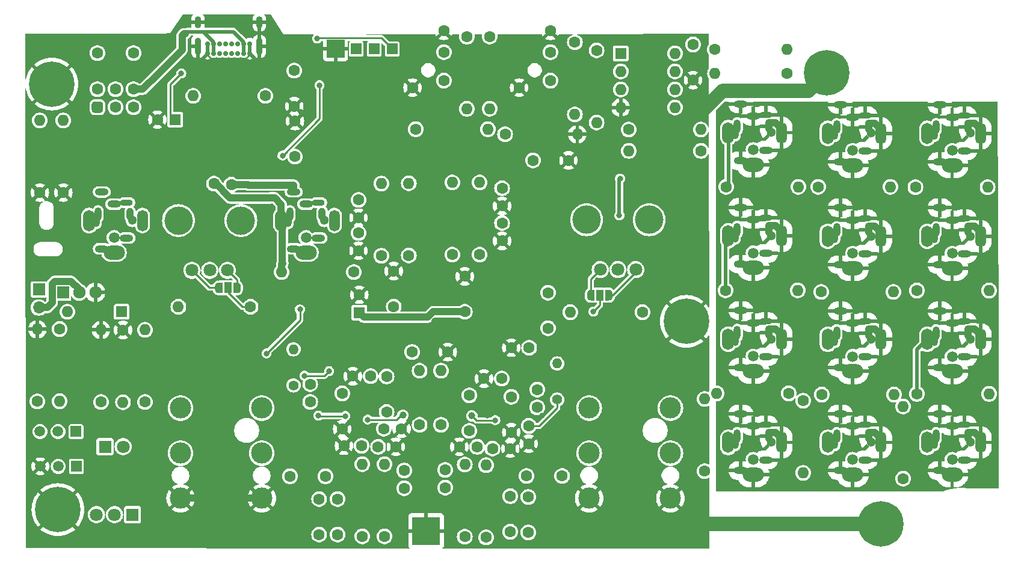
<source format=gbl>
G04 #@! TF.GenerationSoftware,KiCad,Pcbnew,8.0.1*
G04 #@! TF.CreationDate,2024-04-16T20:02:15+02:00*
G04 #@! TF.ProjectId,spider2,73706964-6572-4322-9e6b-696361645f70,rev?*
G04 #@! TF.SameCoordinates,Original*
G04 #@! TF.FileFunction,Copper,L2,Bot*
G04 #@! TF.FilePolarity,Positive*
%FSLAX46Y46*%
G04 Gerber Fmt 4.6, Leading zero omitted, Abs format (unit mm)*
G04 Created by KiCad (PCBNEW 8.0.1) date 2024-04-16 20:02:15*
%MOMM*%
%LPD*%
G01*
G04 APERTURE LIST*
G04 #@! TA.AperFunction,ComponentPad*
%ADD10C,1.600000*%
G04 #@! TD*
G04 #@! TA.AperFunction,ComponentPad*
%ADD11O,1.600000X1.600000*%
G04 #@! TD*
G04 #@! TA.AperFunction,ComponentPad*
%ADD12C,0.700000*%
G04 #@! TD*
G04 #@! TA.AperFunction,ComponentPad*
%ADD13O,0.900000X2.400000*%
G04 #@! TD*
G04 #@! TA.AperFunction,ComponentPad*
%ADD14O,0.900000X1.700000*%
G04 #@! TD*
G04 #@! TA.AperFunction,ComponentPad*
%ADD15R,1.717500X1.800000*%
G04 #@! TD*
G04 #@! TA.AperFunction,ComponentPad*
%ADD16O,1.717500X1.800000*%
G04 #@! TD*
G04 #@! TA.AperFunction,ComponentPad*
%ADD17R,1.600000X1.600000*%
G04 #@! TD*
G04 #@! TA.AperFunction,ComponentPad*
%ADD18R,2.500000X2.500000*%
G04 #@! TD*
G04 #@! TA.AperFunction,WasherPad*
%ADD19C,1.500000*%
G04 #@! TD*
G04 #@! TA.AperFunction,ComponentPad*
%ADD20O,1.900000X1.000000*%
G04 #@! TD*
G04 #@! TA.AperFunction,ComponentPad*
%ADD21O,1.000000X1.800000*%
G04 #@! TD*
G04 #@! TA.AperFunction,ComponentPad*
%ADD22C,1.300000*%
G04 #@! TD*
G04 #@! TA.AperFunction,ComponentPad*
%ADD23O,1.500000X3.000000*%
G04 #@! TD*
G04 #@! TA.AperFunction,ComponentPad*
%ADD24O,1.700000X3.000000*%
G04 #@! TD*
G04 #@! TA.AperFunction,ComponentPad*
%ADD25O,1.000000X1.900000*%
G04 #@! TD*
G04 #@! TA.AperFunction,ComponentPad*
%ADD26O,3.000000X2.000000*%
G04 #@! TD*
G04 #@! TA.AperFunction,ComponentPad*
%ADD27O,1.800000X0.900000*%
G04 #@! TD*
G04 #@! TA.AperFunction,ComponentPad*
%ADD28C,0.800000*%
G04 #@! TD*
G04 #@! TA.AperFunction,ComponentPad*
%ADD29C,6.400000*%
G04 #@! TD*
G04 #@! TA.AperFunction,ComponentPad*
%ADD30C,3.000000*%
G04 #@! TD*
G04 #@! TA.AperFunction,ComponentPad*
%ADD31R,1.500000X1.500000*%
G04 #@! TD*
G04 #@! TA.AperFunction,ComponentPad*
%ADD32C,1.500000*%
G04 #@! TD*
G04 #@! TA.AperFunction,ComponentPad*
%ADD33C,1.400000*%
G04 #@! TD*
G04 #@! TA.AperFunction,ComponentPad*
%ADD34O,1.400000X1.400000*%
G04 #@! TD*
G04 #@! TA.AperFunction,WasherPad*
%ADD35C,4.000000*%
G04 #@! TD*
G04 #@! TA.AperFunction,ComponentPad*
%ADD36C,1.800000*%
G04 #@! TD*
G04 #@! TA.AperFunction,ComponentPad*
%ADD37R,1.700000X1.700000*%
G04 #@! TD*
G04 #@! TA.AperFunction,ComponentPad*
%ADD38O,1.700000X1.700000*%
G04 #@! TD*
G04 #@! TA.AperFunction,ComponentPad*
%ADD39R,4.000000X4.000000*%
G04 #@! TD*
G04 #@! TA.AperFunction,ComponentPad*
%ADD40R,1.800000X1.800000*%
G04 #@! TD*
G04 #@! TA.AperFunction,SMDPad,CuDef*
%ADD41R,1.000000X1.500000*%
G04 #@! TD*
G04 #@! TA.AperFunction,SMDPad,CuDef*
%ADD42C,1.000000*%
G04 #@! TD*
G04 #@! TA.AperFunction,ViaPad*
%ADD43C,0.800000*%
G04 #@! TD*
G04 #@! TA.AperFunction,ViaPad*
%ADD44C,1.600000*%
G04 #@! TD*
G04 #@! TA.AperFunction,Conductor*
%ADD45C,1.000000*%
G04 #@! TD*
G04 #@! TA.AperFunction,Conductor*
%ADD46C,2.000000*%
G04 #@! TD*
G04 #@! TA.AperFunction,Conductor*
%ADD47C,0.500000*%
G04 #@! TD*
G04 #@! TA.AperFunction,Conductor*
%ADD48C,0.250000*%
G04 #@! TD*
G04 APERTURE END LIST*
D10*
X147799400Y-33323400D03*
X152879400Y-33323400D03*
G04 #@! TA.AperFunction,ComponentPad*
G36*
G01*
X147399400Y-40143400D02*
X148199400Y-40143400D01*
G75*
G02*
X148599400Y-40543400I0J-400000D01*
G01*
X148599400Y-41343400D01*
G75*
G02*
X148199400Y-41743400I-400000J0D01*
G01*
X147399400Y-41743400D01*
G75*
G02*
X146999400Y-41343400I0J400000D01*
G01*
X146999400Y-40543400D01*
G75*
G02*
X147399400Y-40143400I400000J0D01*
G01*
G37*
G04 #@! TD.AperFunction*
X150339400Y-40943400D03*
X152879400Y-40943400D03*
X147799400Y-38403400D03*
X150339400Y-38403400D03*
X152879400Y-38403400D03*
X262920000Y-52200000D03*
D11*
X273080000Y-52200000D03*
D10*
X196750000Y-94500000D03*
X196750000Y-92000000D03*
X209700000Y-80700000D03*
X209700000Y-83200000D03*
X231625000Y-32125000D03*
X231625000Y-37125000D03*
X244875000Y-36200000D03*
D11*
X234715000Y-36200000D03*
D12*
X169250000Y-33375000D03*
X168400000Y-33375000D03*
X167550000Y-33375000D03*
X166700000Y-33375000D03*
X165850000Y-33375000D03*
X165000000Y-33375000D03*
X164150000Y-33375000D03*
X163300000Y-33375000D03*
X163300000Y-32025000D03*
X164150000Y-32025000D03*
X165000000Y-32025000D03*
X165850000Y-32025000D03*
X166700000Y-32025000D03*
X167550000Y-32025000D03*
X168400000Y-32025000D03*
X169250000Y-32025000D03*
D13*
X170600000Y-32395000D03*
D14*
X170600000Y-29015000D03*
D13*
X161950000Y-32395000D03*
D14*
X161950000Y-29015000D03*
D10*
X187750000Y-61850000D03*
D11*
X187750000Y-51690000D03*
D15*
X142950000Y-67000000D03*
D16*
X145240000Y-67000000D03*
X147530000Y-67000000D03*
D10*
X263120000Y-81300000D03*
D11*
X273280000Y-81300000D03*
D10*
X182250000Y-81230000D03*
X182250000Y-86230000D03*
X204750000Y-52350000D03*
X204750000Y-54850000D03*
X200150000Y-81500000D03*
X200150000Y-86500000D03*
X204750000Y-59750000D03*
X204750000Y-57250000D03*
D17*
X151200000Y-69750000D03*
D11*
X143580000Y-69750000D03*
D10*
X139700000Y-52959000D03*
D11*
X139700000Y-42799000D03*
D10*
X203000000Y-30995000D03*
D11*
X203000000Y-41155000D03*
D10*
X190975000Y-92075000D03*
X190975000Y-94575000D03*
X206050000Y-81700000D03*
X206050000Y-86700000D03*
D18*
X181300000Y-32750000D03*
D19*
X240078391Y-90526253D03*
D20*
X238349112Y-92100000D03*
X241849112Y-90600000D03*
D21*
X242328391Y-87226253D03*
D22*
X242649112Y-88100000D03*
D23*
X244078391Y-88126253D03*
D24*
X236578391Y-88126253D03*
D25*
X237549112Y-88100000D03*
X237828391Y-87226253D03*
D20*
X238349112Y-84100000D03*
X240078391Y-85826253D03*
D26*
X240078391Y-92626253D03*
D27*
X241849112Y-85600000D03*
D28*
X248019532Y-36102461D03*
X248722476Y-34405405D03*
X248722476Y-37799517D03*
X250419532Y-33702461D03*
D29*
X250419532Y-36102461D03*
D28*
X250419532Y-38502461D03*
X252116588Y-34405405D03*
X252116588Y-37799517D03*
X252819532Y-36102461D03*
D10*
X188500000Y-78850000D03*
X188500000Y-83850000D03*
X199500000Y-69750000D03*
X199500000Y-64750000D03*
X218050000Y-32945000D03*
D11*
X218050000Y-43105000D03*
D10*
X204700000Y-79150000D03*
X202200000Y-79150000D03*
X196550000Y-33200000D03*
X196550000Y-30200000D03*
X192150000Y-38200000D03*
X196550000Y-37200000D03*
X188210000Y-101360000D03*
D11*
X188210000Y-91200000D03*
D10*
X208450000Y-95800000D03*
X208450000Y-100800000D03*
X224500000Y-69800000D03*
D11*
X214340000Y-69800000D03*
D10*
X186250000Y-78800000D03*
X183750000Y-78800000D03*
X179900000Y-92900000D03*
X174900000Y-92900000D03*
X209100000Y-48430000D03*
X214100000Y-48430000D03*
X191620000Y-61810000D03*
D11*
X191620000Y-51650000D03*
D10*
X261200000Y-93230000D03*
D11*
X261200000Y-83070000D03*
D10*
X249645000Y-66950000D03*
D11*
X259805000Y-66950000D03*
D30*
X228430000Y-89650000D03*
X217000000Y-89650000D03*
X228430000Y-96000000D03*
X217000000Y-96000000D03*
X228430000Y-83300000D03*
X217000000Y-83300000D03*
D10*
X183900000Y-64150000D03*
D11*
X173740000Y-64150000D03*
D30*
X170930000Y-89650000D03*
X159500000Y-89650000D03*
X170930000Y-96000000D03*
X159500000Y-96000000D03*
X170930000Y-83300000D03*
X159500000Y-83300000D03*
D10*
X148300000Y-82450000D03*
D11*
X148300000Y-72290000D03*
D10*
X249745000Y-81400000D03*
D11*
X259905000Y-81400000D03*
D10*
X199500000Y-101400000D03*
D11*
X199500000Y-91240000D03*
D10*
X249220000Y-52150000D03*
D11*
X259380000Y-52150000D03*
D10*
X201600000Y-61700000D03*
D11*
X201600000Y-51540000D03*
D10*
X187300000Y-88750000D03*
X189800000Y-88750000D03*
X234675000Y-32825000D03*
D11*
X244835000Y-32825000D03*
D10*
X236195000Y-66725000D03*
D11*
X246355000Y-66725000D03*
D17*
X158750000Y-42700000D03*
D10*
X156250000Y-42700000D03*
X197100000Y-75400000D03*
X192100000Y-75400000D03*
X142500000Y-72170000D03*
D11*
X142500000Y-82330000D03*
D10*
X247100000Y-82250000D03*
D11*
X247100000Y-92410000D03*
D19*
X240079279Y-61459586D03*
D20*
X238350000Y-63033333D03*
X241850000Y-61533333D03*
D21*
X242329279Y-58159586D03*
D22*
X242650000Y-59033333D03*
D23*
X244079279Y-59059586D03*
D24*
X236579279Y-59059586D03*
D25*
X237550000Y-59033333D03*
X237829279Y-58159586D03*
D20*
X238350000Y-55033333D03*
X240079279Y-56759586D03*
D26*
X240079279Y-63559586D03*
D27*
X241850000Y-56533333D03*
D31*
X144800000Y-86600000D03*
D32*
X142260000Y-86600000D03*
X139720000Y-86600000D03*
D33*
X175400000Y-80100000D03*
D34*
X175400000Y-75020000D03*
D10*
X181600000Y-96100000D03*
X181600000Y-101100000D03*
X222545000Y-44100000D03*
D11*
X232705000Y-44100000D03*
D19*
X240079279Y-75992919D03*
D20*
X238350000Y-77566666D03*
X241850000Y-76066666D03*
D21*
X242329279Y-72692919D03*
D22*
X242650000Y-73566666D03*
D23*
X244079279Y-73592919D03*
D24*
X236579279Y-73592919D03*
D25*
X237550000Y-73566666D03*
X237829279Y-72692919D03*
D20*
X238350000Y-69566666D03*
X240079279Y-71292919D03*
D26*
X240079279Y-78092919D03*
D27*
X241850000Y-71066666D03*
D19*
X177153344Y-59294502D03*
D20*
X175424065Y-60868249D03*
X178924065Y-59368249D03*
D21*
X179403344Y-55994502D03*
D22*
X179724065Y-56868249D03*
D23*
X181153344Y-56894502D03*
D24*
X173653344Y-56894502D03*
D25*
X174624065Y-56868249D03*
X174903344Y-55994502D03*
D20*
X175424065Y-52868249D03*
X177153344Y-54594502D03*
D26*
X177153344Y-61394502D03*
D27*
X178924065Y-54368249D03*
D28*
X228260142Y-71088261D03*
X228963086Y-69391205D03*
X228963086Y-72785317D03*
X230660142Y-68688261D03*
D29*
X230660142Y-71088261D03*
D28*
X230660142Y-73488261D03*
X232357198Y-69391205D03*
X232357198Y-72785317D03*
X233060142Y-71088261D03*
D10*
X143002000Y-52959000D03*
D11*
X143002000Y-42799000D03*
D19*
X268079279Y-47026253D03*
D20*
X266350000Y-48600000D03*
X269850000Y-47100000D03*
D21*
X270329279Y-43726253D03*
D22*
X270650000Y-44600000D03*
D23*
X272079279Y-44626253D03*
D24*
X264579279Y-44626253D03*
D25*
X265550000Y-44600000D03*
X265829279Y-43726253D03*
D20*
X266350000Y-40600000D03*
X268079279Y-42326253D03*
D26*
X268079279Y-49126253D03*
D27*
X269850000Y-42100000D03*
D10*
X184550000Y-56500000D03*
X184550000Y-54000000D03*
D31*
X184221000Y-32750000D03*
D35*
X159200000Y-56900000D03*
X168000000Y-56900000D03*
D36*
X166100000Y-63900000D03*
X163600000Y-63900000D03*
X161100000Y-63900000D03*
D10*
X189500000Y-69000000D03*
X189500000Y-64000000D03*
D31*
X186761000Y-32750000D03*
D10*
X203393829Y-89000000D03*
X205893829Y-89000000D03*
D31*
X189301000Y-32750000D03*
D10*
X171450000Y-39350000D03*
D11*
X161290000Y-39350000D03*
D31*
X144840000Y-91500000D03*
D32*
X142300000Y-91500000D03*
X139760000Y-91500000D03*
D10*
X151400000Y-72300000D03*
D11*
X151400000Y-82460000D03*
D10*
X185080000Y-101350000D03*
D11*
X185080000Y-91190000D03*
D19*
X268079279Y-76026253D03*
D20*
X266350000Y-77600000D03*
X269850000Y-76100000D03*
D21*
X270329279Y-72726253D03*
D22*
X270650000Y-73600000D03*
D23*
X272079279Y-73626253D03*
D24*
X264579279Y-73626253D03*
D25*
X265550000Y-73600000D03*
X265829279Y-72726253D03*
D20*
X266350000Y-69600000D03*
X268079279Y-71326253D03*
D26*
X268079279Y-78126253D03*
D27*
X269850000Y-71100000D03*
D37*
X139560000Y-66610000D03*
D38*
X139560000Y-69150000D03*
D28*
X255630000Y-99560000D03*
X256332944Y-97862944D03*
X256332944Y-101257056D03*
X258030000Y-97160000D03*
D29*
X258030000Y-99560000D03*
D28*
X258030000Y-101960000D03*
X259727056Y-97862944D03*
X259727056Y-101257056D03*
X260430000Y-99560000D03*
D10*
X236270000Y-52150000D03*
D11*
X246430000Y-52150000D03*
D10*
X214990000Y-31800000D03*
D11*
X214990000Y-41960000D03*
D10*
X211550000Y-33200000D03*
X211550000Y-30200000D03*
X207150000Y-38200000D03*
X211550000Y-37200000D03*
X190600000Y-86200000D03*
X188100000Y-86200000D03*
X175500000Y-40800000D03*
X175500000Y-35800000D03*
D19*
X268079279Y-61526253D03*
D20*
X266350000Y-63100000D03*
X269850000Y-61600000D03*
D21*
X270329279Y-58226253D03*
D22*
X270650000Y-59100000D03*
D23*
X272079279Y-59126253D03*
D24*
X264579279Y-59126253D03*
D25*
X265550000Y-59100000D03*
X265829279Y-58226253D03*
D20*
X266350000Y-55100000D03*
X268079279Y-56826253D03*
D26*
X268079279Y-63626253D03*
D27*
X269850000Y-56600000D03*
D10*
X177750000Y-79925000D03*
X177750000Y-82425000D03*
D19*
X240079279Y-46926253D03*
D20*
X238350000Y-48500000D03*
X241850000Y-47000000D03*
D21*
X242329279Y-43626253D03*
D22*
X242650000Y-44500000D03*
D23*
X244079279Y-44526253D03*
D24*
X236579279Y-44526253D03*
D25*
X237550000Y-44500000D03*
X237829279Y-43626253D03*
D20*
X238350000Y-40500000D03*
X240079279Y-42226253D03*
D26*
X240079279Y-49026253D03*
D27*
X241850000Y-42000000D03*
D17*
X221450000Y-33375000D03*
D11*
X221450000Y-35915000D03*
X221450000Y-38455000D03*
X221450000Y-40995000D03*
X229070000Y-40995000D03*
X229070000Y-38455000D03*
X229070000Y-35915000D03*
X229070000Y-33375000D03*
D10*
X206050000Y-74800000D03*
X208550000Y-74800000D03*
X263120000Y-66750000D03*
D11*
X273280000Y-66750000D03*
D10*
X233260000Y-92180000D03*
D11*
X233260000Y-82020000D03*
D10*
X192600000Y-44050000D03*
D11*
X202760000Y-44050000D03*
D19*
X254079279Y-61526253D03*
D20*
X252350000Y-63100000D03*
X255850000Y-61600000D03*
D21*
X256329279Y-58226253D03*
D22*
X256650000Y-59100000D03*
D23*
X258079279Y-59126253D03*
D24*
X250579279Y-59126253D03*
D25*
X251550000Y-59100000D03*
X251829279Y-58226253D03*
D20*
X252350000Y-55100000D03*
X254079279Y-56826253D03*
D26*
X254079279Y-63626253D03*
D27*
X255850000Y-56600000D03*
D10*
X208500000Y-88300000D03*
X208500000Y-85800000D03*
D19*
X254079279Y-76026253D03*
D20*
X252350000Y-77600000D03*
X255850000Y-76100000D03*
D21*
X256329279Y-72726253D03*
D22*
X256650000Y-73600000D03*
D23*
X258079279Y-73626253D03*
D24*
X250579279Y-73626253D03*
D25*
X251550000Y-73600000D03*
X251829279Y-72726253D03*
D20*
X252350000Y-69600000D03*
X254079279Y-71326253D03*
D26*
X254079279Y-78126253D03*
D27*
X255850000Y-71100000D03*
D19*
X254079279Y-47026253D03*
D20*
X252350000Y-48600000D03*
X255850000Y-47100000D03*
D21*
X256329279Y-43726253D03*
D22*
X256650000Y-44600000D03*
D23*
X258079279Y-44626253D03*
D24*
X250579279Y-44626253D03*
D25*
X251550000Y-44600000D03*
X251829279Y-43726253D03*
D20*
X252350000Y-40600000D03*
X254079279Y-42326253D03*
D26*
X254079279Y-49126253D03*
D27*
X255850000Y-42100000D03*
D10*
X202500000Y-101500000D03*
D11*
X202500000Y-91340000D03*
D10*
X184550000Y-58650000D03*
X184550000Y-61150000D03*
X211200000Y-67050000D03*
X211200000Y-72050000D03*
D19*
X150144477Y-59295965D03*
D20*
X148415198Y-60869712D03*
X151915198Y-59369712D03*
D21*
X152394477Y-55995965D03*
D22*
X152715198Y-56869712D03*
D23*
X154144477Y-56895965D03*
D24*
X146644477Y-56895965D03*
D25*
X147615198Y-56869712D03*
X147894477Y-55995965D03*
D20*
X148415198Y-52869712D03*
X150144477Y-54595965D03*
D26*
X150144477Y-61395965D03*
D27*
X151915198Y-54369712D03*
D39*
X194056000Y-100584000D03*
D19*
X254078391Y-90526253D03*
D20*
X252349112Y-92100000D03*
X255849112Y-90600000D03*
D21*
X256328391Y-87226253D03*
D22*
X256649112Y-88100000D03*
D23*
X258078391Y-88126253D03*
D24*
X250578391Y-88126253D03*
D25*
X251549112Y-88100000D03*
X251828391Y-87226253D03*
D20*
X252349112Y-84100000D03*
X254078391Y-85826253D03*
D26*
X254078391Y-92626253D03*
D27*
X255849112Y-85600000D03*
D19*
X268079279Y-90526253D03*
D20*
X266350000Y-92100000D03*
X269850000Y-90600000D03*
D21*
X270329279Y-87226253D03*
D22*
X270650000Y-88100000D03*
D23*
X272079279Y-88126253D03*
D24*
X264579279Y-88126253D03*
D25*
X265550000Y-88100000D03*
X265829279Y-87226253D03*
D20*
X266350000Y-84100000D03*
X268079279Y-85826253D03*
D26*
X268079279Y-92626253D03*
D27*
X269850000Y-85600000D03*
D10*
X179000000Y-96100000D03*
X179000000Y-101100000D03*
X154500000Y-82450000D03*
D11*
X154500000Y-72290000D03*
D10*
X193142656Y-85661097D03*
D11*
X193142656Y-78041097D03*
D10*
X196150000Y-85650000D03*
D11*
X196150000Y-78030000D03*
D10*
X182500000Y-88600000D03*
X185000000Y-88600000D03*
D40*
X148875000Y-88725000D03*
D36*
X151415000Y-88725000D03*
D10*
X199800000Y-31015000D03*
D11*
X199800000Y-41175000D03*
D10*
X232750000Y-47100000D03*
D11*
X222590000Y-47100000D03*
D10*
X198750000Y-88750000D03*
X201250000Y-88750000D03*
X205900000Y-95700000D03*
X205900000Y-100700000D03*
D35*
X216650000Y-56800000D03*
X225450000Y-56800000D03*
D36*
X223550000Y-63800000D03*
X221050000Y-63800000D03*
X218550000Y-63800000D03*
D10*
X197735200Y-61700000D03*
D11*
X197735200Y-51540000D03*
D10*
X169350000Y-69040000D03*
D11*
X159190000Y-69040000D03*
D33*
X212500000Y-82100000D03*
D34*
X212500000Y-77020000D03*
D10*
X245080000Y-81225000D03*
D11*
X234920000Y-81225000D03*
D40*
X152742934Y-98294059D03*
D36*
X150202934Y-98294059D03*
X147662934Y-98294059D03*
D28*
X139840000Y-97590000D03*
X140542944Y-95892944D03*
X140542944Y-99287056D03*
X142240000Y-95190000D03*
D29*
X142240000Y-97590000D03*
D28*
X142240000Y-99990000D03*
X143937056Y-95892944D03*
X143937056Y-99287056D03*
X144640000Y-97590000D03*
D10*
X205175000Y-44750000D03*
D11*
X215335000Y-44750000D03*
D10*
X139350000Y-82360000D03*
D11*
X139350000Y-72200000D03*
D10*
X208200000Y-92850000D03*
X213200000Y-92850000D03*
D17*
X184650000Y-69850000D03*
D10*
X184650000Y-67350000D03*
D28*
X138994600Y-37691600D03*
X139697544Y-35994544D03*
X139697544Y-39388656D03*
X141394600Y-35291600D03*
D29*
X141394600Y-37691600D03*
D28*
X141394600Y-40091600D03*
X143091656Y-35994544D03*
X143091656Y-39388656D03*
X143794600Y-37691600D03*
D10*
X175600000Y-42900000D03*
X175600000Y-47900000D03*
G04 #@! TA.AperFunction,SMDPad,CuDef*
G36*
X166910000Y-65610000D02*
G01*
X167460000Y-65610000D01*
X167460000Y-65615089D01*
X167531157Y-65615089D01*
X167667708Y-65655184D01*
X167787430Y-65732125D01*
X167880627Y-65839680D01*
X167939746Y-65969134D01*
X167960000Y-66110000D01*
X167960000Y-66610000D01*
X167939746Y-66750866D01*
X167880627Y-66880320D01*
X167787430Y-66987875D01*
X167667708Y-67064816D01*
X167531157Y-67104911D01*
X167460000Y-67104911D01*
X167460000Y-67110000D01*
X166910000Y-67110000D01*
X166910000Y-65610000D01*
G37*
G04 #@! TD.AperFunction*
D41*
X166160000Y-66360000D03*
G04 #@! TA.AperFunction,SMDPad,CuDef*
G36*
X164860000Y-67104911D02*
G01*
X164788843Y-67104911D01*
X164652292Y-67064816D01*
X164532570Y-66987875D01*
X164439373Y-66880320D01*
X164380254Y-66750866D01*
X164360000Y-66610000D01*
X164360000Y-66110000D01*
X164380254Y-65969134D01*
X164439373Y-65839680D01*
X164532570Y-65732125D01*
X164652292Y-65655184D01*
X164788843Y-65615089D01*
X164860000Y-65615089D01*
X164860000Y-65610000D01*
X165410000Y-65610000D01*
X165410000Y-67110000D01*
X164860000Y-67110000D01*
X164860000Y-67104911D01*
G37*
G04 #@! TD.AperFunction*
D42*
X200500000Y-84400000D03*
X190800000Y-84300000D03*
G04 #@! TA.AperFunction,SMDPad,CuDef*
G36*
X219250000Y-66650000D02*
G01*
X219800000Y-66650000D01*
X219800000Y-66655089D01*
X219871157Y-66655089D01*
X220007708Y-66695184D01*
X220127430Y-66772125D01*
X220220627Y-66879680D01*
X220279746Y-67009134D01*
X220300000Y-67150000D01*
X220300000Y-67650000D01*
X220279746Y-67790866D01*
X220220627Y-67920320D01*
X220127430Y-68027875D01*
X220007708Y-68104816D01*
X219871157Y-68144911D01*
X219800000Y-68144911D01*
X219800000Y-68150000D01*
X219250000Y-68150000D01*
X219250000Y-66650000D01*
G37*
G04 #@! TD.AperFunction*
D41*
X218500000Y-67400000D03*
G04 #@! TA.AperFunction,SMDPad,CuDef*
G36*
X217200000Y-68144911D02*
G01*
X217128843Y-68144911D01*
X216992292Y-68104816D01*
X216872570Y-68027875D01*
X216779373Y-67920320D01*
X216720254Y-67790866D01*
X216700000Y-67650000D01*
X216700000Y-67150000D01*
X216720254Y-67009134D01*
X216779373Y-66879680D01*
X216872570Y-66772125D01*
X216992292Y-66695184D01*
X217128843Y-66655089D01*
X217200000Y-66655089D01*
X217200000Y-66650000D01*
X217750000Y-66650000D01*
X217750000Y-68150000D01*
X217200000Y-68150000D01*
X217200000Y-68144911D01*
G37*
G04 #@! TD.AperFunction*
D43*
X204142000Y-80721390D03*
X176400000Y-41600000D03*
X187600000Y-80650000D03*
X210400000Y-84400000D03*
X179200000Y-81700000D03*
X173000000Y-73100000D03*
X172750000Y-41600000D03*
X178100000Y-85550000D03*
X171200000Y-86650000D03*
X176400000Y-76500000D03*
X207725000Y-80200000D03*
X216200000Y-69400000D03*
X159650000Y-86450000D03*
X189750000Y-75500000D03*
X170050000Y-70300000D03*
X200700000Y-83050000D03*
X177400000Y-92500000D03*
X232150000Y-64300000D03*
X190850000Y-77600000D03*
X194700000Y-79000000D03*
X209800000Y-77700000D03*
X211900000Y-85300000D03*
X229100000Y-101850000D03*
X215900000Y-64000000D03*
X213400000Y-102100000D03*
X217000000Y-86650000D03*
X204750000Y-91650000D03*
X219450000Y-91600000D03*
X198250000Y-85050000D03*
X194250000Y-91000000D03*
X183600000Y-83550000D03*
X157310000Y-74560000D03*
X173600000Y-39800000D03*
X203000000Y-77150000D03*
X202700000Y-84400000D03*
X173800000Y-102250000D03*
X185490076Y-80500000D03*
X200950000Y-92150000D03*
X171300000Y-42650000D03*
X210150000Y-92600000D03*
X173800000Y-41600000D03*
X157460000Y-79750000D03*
X206900000Y-98100000D03*
X170350000Y-67850000D03*
X197950000Y-77650000D03*
X206875000Y-84700000D03*
X158300000Y-102300000D03*
X180300000Y-98100000D03*
X220600000Y-65800000D03*
X229400000Y-80350000D03*
X212650000Y-62850000D03*
X194650000Y-84500000D03*
X161950000Y-80150000D03*
X195250000Y-71000000D03*
X208500000Y-69450000D03*
X164800000Y-65000000D03*
X172900000Y-75700000D03*
X186650000Y-92100000D03*
X214100000Y-67950000D03*
X197550000Y-102200000D03*
X179600000Y-77200000D03*
X211000000Y-81900000D03*
X170850000Y-80150000D03*
X189350000Y-81750000D03*
X194150000Y-94650000D03*
X174100000Y-71550000D03*
X214800000Y-80800000D03*
X229250000Y-86500000D03*
X197450000Y-87100000D03*
X158000000Y-63900000D03*
X164950000Y-62500000D03*
X170110000Y-73900000D03*
X164300000Y-67700000D03*
X186800000Y-83800000D03*
X225650000Y-91700000D03*
X186650000Y-90400000D03*
X218700000Y-71000000D03*
X186900000Y-87300000D03*
X221700000Y-76800000D03*
X190250000Y-102250000D03*
X217600000Y-69700000D03*
D44*
X166650305Y-51849695D03*
D43*
X180400000Y-78100000D03*
X176950000Y-78750000D03*
D44*
X164200000Y-51719712D03*
D43*
X182702200Y-84404200D03*
X178900000Y-84350000D03*
X171600000Y-75600000D03*
X176300000Y-69400000D03*
X179050000Y-37850000D03*
X173850000Y-47750000D03*
X178710000Y-31280000D03*
X159600000Y-36200000D03*
X221350000Y-51000000D03*
X221250000Y-56150000D03*
X203800000Y-85000000D03*
X185860202Y-84914798D03*
D45*
X244078391Y-87549380D02*
X243229011Y-86700000D01*
X244079279Y-44526253D02*
X244079279Y-43949380D01*
X258079279Y-44626253D02*
X258079279Y-44049380D01*
X258078391Y-88126253D02*
X258078391Y-87549380D01*
X258079279Y-58549380D02*
X257229899Y-57700000D01*
X258079279Y-73049380D02*
X257229899Y-72200000D01*
X243229899Y-43100000D02*
X242329279Y-43100000D01*
X258079279Y-73626253D02*
X258079279Y-73049380D01*
X272079279Y-44049380D02*
X271229899Y-43200000D01*
X258079279Y-59126253D02*
X258079279Y-58549380D01*
X243229011Y-86700000D02*
X242328391Y-86700000D01*
X271229899Y-57700000D02*
X270329279Y-57700000D01*
X257229899Y-43200000D02*
X256329279Y-43200000D01*
X244078391Y-88126253D02*
X244078391Y-87549380D01*
X272079279Y-73049380D02*
X271229899Y-72200000D01*
X271229899Y-72200000D02*
X270329279Y-72200000D01*
X244079279Y-73016046D02*
X243229899Y-72166666D01*
X243229899Y-57633333D02*
X242329279Y-57633333D01*
X257229899Y-72200000D02*
X256329279Y-72200000D01*
X244079279Y-73592919D02*
X244079279Y-73016046D01*
X244079279Y-43949380D02*
X243229899Y-43100000D01*
X271229899Y-43200000D02*
X270329279Y-43200000D01*
X257229011Y-86700000D02*
X256328391Y-86700000D01*
X271229899Y-86700000D02*
X270329279Y-86700000D01*
X243229899Y-72166666D02*
X242329279Y-72166666D01*
X244079279Y-59059586D02*
X244079279Y-58482713D01*
X272079279Y-88126253D02*
X272079279Y-87549380D01*
X244079279Y-58482713D02*
X243229899Y-57633333D01*
X272079279Y-59126253D02*
X272079279Y-58549380D01*
X272079279Y-73626253D02*
X272079279Y-73049380D01*
X258078391Y-87549380D02*
X257229011Y-86700000D01*
X257229899Y-57700000D02*
X256329279Y-57700000D01*
X272079279Y-87549380D02*
X271229899Y-86700000D01*
X272079279Y-58549380D02*
X271229899Y-57700000D01*
X272079279Y-44626253D02*
X272079279Y-44049380D01*
X258079279Y-44049380D02*
X257229899Y-43200000D01*
D46*
X233200000Y-41200000D02*
X232925000Y-41200000D01*
X252706510Y-99560000D02*
X258030000Y-99560000D01*
D47*
X169250000Y-32025000D02*
X169250000Y-33375000D01*
D46*
X247871993Y-38650000D02*
X235750000Y-38650000D01*
X252678178Y-99588332D02*
X252706510Y-99560000D01*
D45*
X159500000Y-96000000D02*
X170930000Y-96000000D01*
D47*
X163300000Y-32025000D02*
X163300000Y-33375000D01*
D46*
X235750000Y-38650000D02*
X233200000Y-41200000D01*
X250419532Y-36102461D02*
X247871993Y-38650000D01*
X252678178Y-99588332D02*
X228888332Y-99588332D01*
D48*
X218500000Y-67400000D02*
X218500000Y-68800000D01*
X218500000Y-68800000D02*
X217600000Y-69700000D01*
D47*
X263120000Y-75080000D02*
X264600000Y-73600000D01*
X263120000Y-81300000D02*
X263120000Y-75080000D01*
D48*
X217200000Y-65150000D02*
X218550000Y-63800000D01*
X217200000Y-67400000D02*
X217200000Y-65150000D01*
D47*
X236600000Y-44500000D02*
X236600000Y-51820000D01*
X236600000Y-51820000D02*
X236270000Y-52150000D01*
X236195000Y-59438333D02*
X236600000Y-59033333D01*
X236195000Y-66725000D02*
X236195000Y-59438333D01*
D48*
X223550000Y-64155000D02*
X223550000Y-63800000D01*
X219800000Y-67400000D02*
X220305000Y-67400000D01*
X220305000Y-67400000D02*
X223550000Y-64155000D01*
X169350000Y-69040000D02*
X168218630Y-69040000D01*
X168218630Y-69040000D02*
X166160000Y-66981370D01*
X166160000Y-66981370D02*
X166160000Y-66360000D01*
D45*
X181174065Y-57368249D02*
X181174065Y-56868249D01*
X175450000Y-52842314D02*
X175424065Y-52868249D01*
X169026346Y-51900000D02*
X175450000Y-51900000D01*
X168976041Y-51849695D02*
X169026346Y-51900000D01*
X175450000Y-51900000D02*
X175450000Y-52842314D01*
X166650305Y-51849695D02*
X168976041Y-51849695D01*
D48*
X179750000Y-78750000D02*
X180400000Y-78100000D01*
X176950000Y-78750000D02*
X179750000Y-78750000D01*
D45*
X164200000Y-51719712D02*
X164469712Y-51719712D01*
X173824065Y-62824065D02*
X173900000Y-62900000D01*
X164469712Y-51719712D02*
X166475000Y-53725000D01*
X172750000Y-53700000D02*
X173653344Y-54603344D01*
X173653344Y-54603344D02*
X173653344Y-56894502D01*
X174624065Y-56868249D02*
X173824065Y-57668249D01*
X173900000Y-62900000D02*
X173740000Y-63060000D01*
X172100000Y-53700000D02*
X172750000Y-53700000D01*
X172075000Y-53725000D02*
X172100000Y-53700000D01*
X166475000Y-53725000D02*
X172075000Y-53725000D01*
X173824065Y-57668249D02*
X173824065Y-62824065D01*
X173740000Y-63060000D02*
X173740000Y-64150000D01*
D48*
X209954595Y-85800000D02*
X212500000Y-83254595D01*
X208500000Y-85800000D02*
X209954595Y-85800000D01*
X212500000Y-83254595D02*
X212500000Y-82100000D01*
X178954200Y-84404200D02*
X182702200Y-84404200D01*
X178900000Y-84350000D02*
X178954200Y-84404200D01*
D45*
X144081250Y-65450000D02*
X145240000Y-66608750D01*
X141770000Y-65450000D02*
X144081250Y-65450000D01*
X141441250Y-68470831D02*
X141441250Y-65778750D01*
X140762081Y-69150000D02*
X141441250Y-68470831D01*
X141441250Y-65778750D02*
X141770000Y-65450000D01*
X145240000Y-66608750D02*
X145240000Y-67000000D01*
X139560000Y-69150000D02*
X140762081Y-69150000D01*
X195015075Y-69750000D02*
X199500000Y-69750000D01*
D48*
X179050000Y-37850000D02*
X179050000Y-42550000D01*
D45*
X185300000Y-70500000D02*
X194265075Y-70500000D01*
X194265075Y-70500000D02*
X195015075Y-69750000D01*
D48*
X176300000Y-70900000D02*
X171600000Y-75600000D01*
D45*
X184650000Y-69850000D02*
X185300000Y-70500000D01*
D48*
X179050000Y-42550000D02*
X173850000Y-47750000D01*
X176300000Y-69400000D02*
X176300000Y-70900000D01*
X158082380Y-42557380D02*
X158225000Y-42700000D01*
X159600000Y-36200000D02*
X158082380Y-37717620D01*
X158082380Y-37717620D02*
X158082380Y-42557380D01*
X187776000Y-31225000D02*
X178765000Y-31225000D01*
X178765000Y-31225000D02*
X178710000Y-31280000D01*
X189301000Y-32750000D02*
X187776000Y-31225000D01*
X158225000Y-42700000D02*
X158750000Y-42700000D01*
D45*
X152679400Y-38403400D02*
X154186600Y-38403400D01*
D47*
X162300000Y-30341600D02*
X160433400Y-30341600D01*
D45*
X159959493Y-30600000D02*
X160175000Y-30600000D01*
D47*
X164150000Y-32025000D02*
X164150000Y-33375000D01*
X166971600Y-30341600D02*
X168400000Y-31770000D01*
D45*
X156360000Y-36230000D02*
X159740000Y-32850000D01*
D47*
X162477261Y-30341600D02*
X162300000Y-30341600D01*
D45*
X154186600Y-38403400D02*
X156360000Y-36230000D01*
X159740000Y-31950000D02*
X159740000Y-30819493D01*
D47*
X164150000Y-31814339D02*
X162677261Y-30341600D01*
D45*
X159740000Y-32850000D02*
X159740000Y-31950000D01*
X159740000Y-30819493D02*
X159959493Y-30600000D01*
D47*
X168400000Y-32025000D02*
X168400000Y-33375000D01*
X160433400Y-30341600D02*
X160175000Y-30600000D01*
X162300000Y-30341600D02*
X166971600Y-30341600D01*
X221250000Y-51100000D02*
X221350000Y-51000000D01*
X221250000Y-56150000D02*
X221250000Y-51100000D01*
D48*
X167460000Y-65260000D02*
X167460000Y-66360000D01*
X166100000Y-63900000D02*
X167460000Y-65260000D01*
X163560000Y-66360000D02*
X161100000Y-63900000D01*
X164860000Y-66360000D02*
X163560000Y-66360000D01*
X203800000Y-85000000D02*
X203725000Y-85075000D01*
X203725000Y-85075000D02*
X201175000Y-85075000D01*
X201175000Y-85075000D02*
X200500000Y-84400000D01*
X185860202Y-84914798D02*
X185870404Y-84925000D01*
X189875000Y-84925000D02*
X190800000Y-84000000D01*
X185870404Y-84925000D02*
X189875000Y-84925000D01*
G04 #@! TA.AperFunction,Conductor*
G36*
X222337697Y-63821067D02*
G01*
X222348791Y-63847850D01*
X222364884Y-64021532D01*
X222364885Y-64021538D01*
X222425770Y-64235526D01*
X222425773Y-64235533D01*
X222524940Y-64434686D01*
X222524943Y-64434690D01*
X222561039Y-64482489D01*
X222570466Y-64518788D01*
X222556584Y-64546666D01*
X220479389Y-66623861D01*
X220444741Y-66638213D01*
X220410093Y-66623861D01*
X220407709Y-66621301D01*
X220390754Y-66601734D01*
X220361681Y-66568181D01*
X220361678Y-66568179D01*
X220361677Y-66568177D01*
X220309106Y-66522625D01*
X220295963Y-66511236D01*
X220295959Y-66511232D01*
X220175017Y-66433508D01*
X220175011Y-66433504D01*
X220095920Y-66397385D01*
X220095917Y-66397384D01*
X220095913Y-66397382D01*
X220095908Y-66397380D01*
X220095904Y-66397379D01*
X219957958Y-66356875D01*
X219957955Y-66356874D01*
X219871893Y-66344500D01*
X219871889Y-66344500D01*
X219250000Y-66344500D01*
X219235906Y-66345151D01*
X219221808Y-66345803D01*
X219137396Y-66369821D01*
X219104194Y-66367517D01*
X219092719Y-66362450D01*
X219069992Y-66352415D01*
X219061615Y-66351443D01*
X219044865Y-66349500D01*
X219044863Y-66349500D01*
X217955141Y-66349500D01*
X217955131Y-66349501D01*
X217930008Y-66352415D01*
X217900684Y-66365362D01*
X217863200Y-66366230D01*
X217860363Y-66365131D01*
X217860359Y-66365130D01*
X217750000Y-66344500D01*
X217749998Y-66344500D01*
X217674500Y-66344500D01*
X217639852Y-66330148D01*
X217625500Y-66295500D01*
X217625500Y-65346543D01*
X217639852Y-65311895D01*
X217829006Y-65122741D01*
X218033198Y-64918548D01*
X218067845Y-64904197D01*
X218085542Y-64907505D01*
X218220060Y-64959618D01*
X218438757Y-65000500D01*
X218438759Y-65000500D01*
X218661241Y-65000500D01*
X218661243Y-65000500D01*
X218879940Y-64959618D01*
X219087401Y-64879247D01*
X219276562Y-64762124D01*
X219440981Y-64612236D01*
X219575058Y-64434689D01*
X219674229Y-64235528D01*
X219735115Y-64021536D01*
X219751209Y-63847849D01*
X219768696Y-63814674D01*
X219804521Y-63803580D01*
X219837697Y-63821067D01*
X219848791Y-63847850D01*
X219864884Y-64021532D01*
X219864885Y-64021538D01*
X219925770Y-64235526D01*
X219925773Y-64235533D01*
X220024940Y-64434686D01*
X220024943Y-64434690D01*
X220159016Y-64612233D01*
X220159019Y-64612236D01*
X220323433Y-64762120D01*
X220323434Y-64762121D01*
X220323438Y-64762124D01*
X220512599Y-64879247D01*
X220720060Y-64959618D01*
X220938757Y-65000500D01*
X220938759Y-65000500D01*
X221161241Y-65000500D01*
X221161243Y-65000500D01*
X221379940Y-64959618D01*
X221587401Y-64879247D01*
X221776562Y-64762124D01*
X221940981Y-64612236D01*
X222075058Y-64434689D01*
X222174229Y-64235528D01*
X222235115Y-64021536D01*
X222251209Y-63847849D01*
X222268696Y-63814674D01*
X222304521Y-63803580D01*
X222337697Y-63821067D01*
G37*
G04 #@! TD.AperFunction*
G04 #@! TA.AperFunction,Conductor*
G36*
X164887697Y-63921067D02*
G01*
X164898791Y-63947850D01*
X164914884Y-64121532D01*
X164914885Y-64121538D01*
X164975770Y-64335526D01*
X164975773Y-64335533D01*
X165074940Y-64534686D01*
X165074941Y-64534688D01*
X165074942Y-64534689D01*
X165085938Y-64549250D01*
X165209016Y-64712233D01*
X165209019Y-64712236D01*
X165373433Y-64862120D01*
X165373434Y-64862121D01*
X165373438Y-64862124D01*
X165562599Y-64979247D01*
X165770060Y-65059618D01*
X165988757Y-65100500D01*
X165988759Y-65100500D01*
X166211241Y-65100500D01*
X166211243Y-65100500D01*
X166429940Y-65059618D01*
X166564455Y-65007506D01*
X166601945Y-65008372D01*
X166616801Y-65018549D01*
X166840169Y-65241917D01*
X166854521Y-65276565D01*
X166840169Y-65311213D01*
X166818932Y-65323693D01*
X166797393Y-65329821D01*
X166764194Y-65327517D01*
X166752719Y-65322450D01*
X166729992Y-65312415D01*
X166719630Y-65311213D01*
X166704865Y-65309500D01*
X166704863Y-65309500D01*
X165615141Y-65309500D01*
X165615131Y-65309501D01*
X165590008Y-65312415D01*
X165560684Y-65325362D01*
X165523200Y-65326230D01*
X165520363Y-65325131D01*
X165520359Y-65325130D01*
X165410000Y-65304500D01*
X164788111Y-65304500D01*
X164788106Y-65304500D01*
X164702044Y-65316874D01*
X164702041Y-65316875D01*
X164564095Y-65357379D01*
X164564079Y-65357385D01*
X164484988Y-65393504D01*
X164484982Y-65393508D01*
X164364040Y-65471232D01*
X164364035Y-65471237D01*
X164298318Y-65528180D01*
X164204166Y-65636840D01*
X164157158Y-65709985D01*
X164097427Y-65840775D01*
X164080242Y-65899305D01*
X164056710Y-65928506D01*
X164033227Y-65934500D01*
X163756543Y-65934500D01*
X163721895Y-65920148D01*
X162220254Y-64418506D01*
X162205902Y-64383858D01*
X162211039Y-64362016D01*
X162215489Y-64353079D01*
X162224229Y-64335528D01*
X162285115Y-64121536D01*
X162301209Y-63947849D01*
X162318696Y-63914674D01*
X162354521Y-63903580D01*
X162387697Y-63921067D01*
X162398791Y-63947850D01*
X162414884Y-64121532D01*
X162414885Y-64121538D01*
X162475770Y-64335526D01*
X162475773Y-64335533D01*
X162574940Y-64534686D01*
X162574941Y-64534688D01*
X162574942Y-64534689D01*
X162585938Y-64549250D01*
X162709016Y-64712233D01*
X162709019Y-64712236D01*
X162873433Y-64862120D01*
X162873434Y-64862121D01*
X162873438Y-64862124D01*
X163062599Y-64979247D01*
X163270060Y-65059618D01*
X163488757Y-65100500D01*
X163488759Y-65100500D01*
X163711241Y-65100500D01*
X163711243Y-65100500D01*
X163929940Y-65059618D01*
X164137401Y-64979247D01*
X164326562Y-64862124D01*
X164490981Y-64712236D01*
X164625058Y-64534689D01*
X164724229Y-64335528D01*
X164785115Y-64121536D01*
X164801209Y-63947849D01*
X164818696Y-63914674D01*
X164854521Y-63903580D01*
X164887697Y-63921067D01*
G37*
G04 #@! TD.AperFunction*
G04 #@! TA.AperFunction,Conductor*
G36*
X172197757Y-27884333D02*
G01*
X172204491Y-27892692D01*
X174010000Y-30720000D01*
X174010000Y-30719999D01*
X174010001Y-30720000D01*
X174014038Y-30719993D01*
X178163914Y-30713402D01*
X178198582Y-30727698D01*
X178212989Y-30762323D01*
X178198692Y-30796994D01*
X178196483Y-30799077D01*
X178181817Y-30812070D01*
X178181815Y-30812072D01*
X178085182Y-30952068D01*
X178085181Y-30952070D01*
X178025178Y-31110289D01*
X178024860Y-31111128D01*
X178004355Y-31280000D01*
X178024860Y-31448872D01*
X178038833Y-31485716D01*
X178085181Y-31607929D01*
X178085182Y-31607931D01*
X178176051Y-31739576D01*
X178181817Y-31747929D01*
X178309148Y-31860734D01*
X178459775Y-31939790D01*
X178624944Y-31980500D01*
X178795056Y-31980500D01*
X178960225Y-31939790D01*
X179110852Y-31860734D01*
X179238183Y-31747929D01*
X179290825Y-31671665D01*
X179322319Y-31651303D01*
X179331151Y-31650500D01*
X179501000Y-31650500D01*
X179535648Y-31664852D01*
X179550000Y-31699500D01*
X179550000Y-32500000D01*
X180751518Y-32500000D01*
X180740889Y-32518409D01*
X180700000Y-32671009D01*
X180700000Y-32828991D01*
X180740889Y-32981591D01*
X180751518Y-33000000D01*
X179550000Y-33000000D01*
X179550000Y-34047834D01*
X179556401Y-34107372D01*
X179556401Y-34107373D01*
X179606648Y-34242091D01*
X179692811Y-34357188D01*
X179807908Y-34443351D01*
X179942626Y-34493598D01*
X180002166Y-34500000D01*
X181050000Y-34500000D01*
X181050000Y-33298482D01*
X181068409Y-33309111D01*
X181221009Y-33350000D01*
X181378991Y-33350000D01*
X181531591Y-33309111D01*
X181550000Y-33298482D01*
X181550000Y-34500000D01*
X182597834Y-34500000D01*
X182657372Y-34493598D01*
X182657373Y-34493598D01*
X182792091Y-34443351D01*
X182907188Y-34357188D01*
X182993351Y-34242091D01*
X183043598Y-34107373D01*
X183043598Y-34107372D01*
X183050000Y-34047834D01*
X183050000Y-33000000D01*
X181848482Y-33000000D01*
X181859111Y-32981591D01*
X181900000Y-32828991D01*
X181900000Y-32671009D01*
X181859111Y-32518409D01*
X181848482Y-32500000D01*
X183050000Y-32500000D01*
X183050000Y-31699500D01*
X183064352Y-31664852D01*
X183099000Y-31650500D01*
X183286299Y-31650500D01*
X183320947Y-31664852D01*
X183335299Y-31699500D01*
X183320947Y-31734148D01*
X183306091Y-31744325D01*
X183298233Y-31747794D01*
X183218794Y-31827233D01*
X183173415Y-31930006D01*
X183170500Y-31955134D01*
X183170500Y-33544858D01*
X183170501Y-33544868D01*
X183173415Y-33569992D01*
X183218794Y-33672766D01*
X183298233Y-33752205D01*
X183401006Y-33797584D01*
X183401009Y-33797585D01*
X183426135Y-33800500D01*
X185015864Y-33800499D01*
X185040991Y-33797585D01*
X185143765Y-33752206D01*
X185223206Y-33672765D01*
X185268585Y-33569991D01*
X185271500Y-33544865D01*
X185271499Y-31955136D01*
X185268585Y-31930009D01*
X185223206Y-31827235D01*
X185223205Y-31827234D01*
X185223205Y-31827233D01*
X185143766Y-31747794D01*
X185143767Y-31747794D01*
X185135909Y-31744325D01*
X185110010Y-31717201D01*
X185110876Y-31679708D01*
X185138000Y-31653809D01*
X185155701Y-31650500D01*
X185826299Y-31650500D01*
X185860947Y-31664852D01*
X185875299Y-31699500D01*
X185860947Y-31734148D01*
X185846091Y-31744325D01*
X185838233Y-31747794D01*
X185758794Y-31827233D01*
X185713415Y-31930006D01*
X185710500Y-31955134D01*
X185710500Y-33544858D01*
X185710501Y-33544868D01*
X185713415Y-33569992D01*
X185758794Y-33672766D01*
X185838233Y-33752205D01*
X185941006Y-33797584D01*
X185941009Y-33797585D01*
X185966135Y-33800500D01*
X187555864Y-33800499D01*
X187580991Y-33797585D01*
X187683765Y-33752206D01*
X187763206Y-33672765D01*
X187808585Y-33569991D01*
X187811500Y-33544865D01*
X187811499Y-31980542D01*
X187825851Y-31945895D01*
X187860499Y-31931543D01*
X187895147Y-31945895D01*
X188236148Y-32286896D01*
X188250500Y-32321544D01*
X188250500Y-33544858D01*
X188250501Y-33544868D01*
X188253415Y-33569992D01*
X188298794Y-33672766D01*
X188378233Y-33752205D01*
X188481006Y-33797584D01*
X188481009Y-33797585D01*
X188506135Y-33800500D01*
X190095864Y-33800499D01*
X190120991Y-33797585D01*
X190223765Y-33752206D01*
X190303206Y-33672765D01*
X190348585Y-33569991D01*
X190351500Y-33544865D01*
X190351500Y-33200000D01*
X195444785Y-33200000D01*
X195463602Y-33403079D01*
X195463603Y-33403085D01*
X195519417Y-33599248D01*
X195519420Y-33599255D01*
X195610325Y-33781818D01*
X195610326Y-33781820D01*
X195610327Y-33781821D01*
X195624431Y-33800498D01*
X195733233Y-33944576D01*
X195733236Y-33944579D01*
X195883954Y-34081977D01*
X195883955Y-34081978D01*
X195883959Y-34081981D01*
X196057363Y-34189348D01*
X196247544Y-34263024D01*
X196448024Y-34300500D01*
X196448026Y-34300500D01*
X196651974Y-34300500D01*
X196651976Y-34300500D01*
X196852456Y-34263024D01*
X197042637Y-34189348D01*
X197216041Y-34081981D01*
X197366764Y-33944579D01*
X197489673Y-33781821D01*
X197580582Y-33599250D01*
X197636397Y-33403083D01*
X197655215Y-33200000D01*
X210444785Y-33200000D01*
X210463602Y-33403079D01*
X210463603Y-33403085D01*
X210519417Y-33599248D01*
X210519420Y-33599255D01*
X210610325Y-33781818D01*
X210610326Y-33781820D01*
X210610327Y-33781821D01*
X210624431Y-33800498D01*
X210733233Y-33944576D01*
X210733236Y-33944579D01*
X210883954Y-34081977D01*
X210883955Y-34081978D01*
X210883959Y-34081981D01*
X211057363Y-34189348D01*
X211247544Y-34263024D01*
X211448024Y-34300500D01*
X211448026Y-34300500D01*
X211651974Y-34300500D01*
X211651976Y-34300500D01*
X211852456Y-34263024D01*
X211963881Y-34219858D01*
X220349500Y-34219858D01*
X220349501Y-34219868D01*
X220352415Y-34244992D01*
X220397794Y-34347766D01*
X220477233Y-34427205D01*
X220580006Y-34472584D01*
X220580009Y-34472585D01*
X220605135Y-34475500D01*
X222294864Y-34475499D01*
X222319991Y-34472585D01*
X222422765Y-34427206D01*
X222502206Y-34347765D01*
X222547585Y-34244991D01*
X222550500Y-34219865D01*
X222550499Y-33375000D01*
X227964785Y-33375000D01*
X227983602Y-33578079D01*
X227983603Y-33578085D01*
X228039417Y-33774248D01*
X228039420Y-33774255D01*
X228130325Y-33956818D01*
X228130326Y-33956820D01*
X228130327Y-33956821D01*
X228153643Y-33987696D01*
X228253233Y-34119576D01*
X228253236Y-34119579D01*
X228403954Y-34256977D01*
X228403955Y-34256978D01*
X228403959Y-34256981D01*
X228577363Y-34364348D01*
X228767544Y-34438024D01*
X228968024Y-34475500D01*
X228968026Y-34475500D01*
X229171974Y-34475500D01*
X229171976Y-34475500D01*
X229372456Y-34438024D01*
X229562637Y-34364348D01*
X229736041Y-34256981D01*
X229886764Y-34119579D01*
X230009673Y-33956821D01*
X230100582Y-33774250D01*
X230156397Y-33578083D01*
X230175215Y-33375000D01*
X230156397Y-33171917D01*
X230100582Y-32975750D01*
X230009673Y-32793179D01*
X229917415Y-32671009D01*
X229886766Y-32630423D01*
X229886763Y-32630420D01*
X229736045Y-32493022D01*
X229736042Y-32493020D01*
X229736041Y-32493019D01*
X229562637Y-32385652D01*
X229562634Y-32385651D01*
X229562633Y-32385650D01*
X229372462Y-32311978D01*
X229372460Y-32311977D01*
X229372456Y-32311976D01*
X229171976Y-32274500D01*
X228968024Y-32274500D01*
X228767544Y-32311976D01*
X228767540Y-32311977D01*
X228767537Y-32311978D01*
X228577366Y-32385650D01*
X228403954Y-32493022D01*
X228253236Y-32630420D01*
X228253233Y-32630423D01*
X228130328Y-32793177D01*
X228130325Y-32793181D01*
X228039420Y-32975744D01*
X228039417Y-32975751D01*
X227983603Y-33171914D01*
X227983602Y-33171920D01*
X227964785Y-33375000D01*
X222550499Y-33375000D01*
X222550499Y-32530136D01*
X222547585Y-32505009D01*
X222502206Y-32402235D01*
X222502205Y-32402234D01*
X222502205Y-32402233D01*
X222422766Y-32322794D01*
X222422767Y-32322794D01*
X222319993Y-32277415D01*
X222307428Y-32275957D01*
X222294865Y-32274500D01*
X222294863Y-32274500D01*
X220605141Y-32274500D01*
X220605131Y-32274501D01*
X220580007Y-32277415D01*
X220477233Y-32322794D01*
X220397794Y-32402233D01*
X220352415Y-32505006D01*
X220349500Y-32530134D01*
X220349500Y-34219858D01*
X211963881Y-34219858D01*
X212042637Y-34189348D01*
X212216041Y-34081981D01*
X212366764Y-33944579D01*
X212489673Y-33781821D01*
X212580582Y-33599250D01*
X212636397Y-33403083D01*
X212655215Y-33200000D01*
X212636397Y-32996917D01*
X212621625Y-32945000D01*
X216944785Y-32945000D01*
X216963602Y-33148079D01*
X216963603Y-33148085D01*
X217019417Y-33344248D01*
X217019420Y-33344255D01*
X217110325Y-33526818D01*
X217110326Y-33526820D01*
X217110327Y-33526821D01*
X217125760Y-33547258D01*
X217233233Y-33689576D01*
X217233236Y-33689579D01*
X217383954Y-33826977D01*
X217383955Y-33826978D01*
X217383959Y-33826981D01*
X217557363Y-33934348D01*
X217747544Y-34008024D01*
X217948024Y-34045500D01*
X217948026Y-34045500D01*
X218151974Y-34045500D01*
X218151976Y-34045500D01*
X218352456Y-34008024D01*
X218542637Y-33934348D01*
X218716041Y-33826981D01*
X218866764Y-33689579D01*
X218989673Y-33526821D01*
X219080582Y-33344250D01*
X219136397Y-33148083D01*
X219155215Y-32945000D01*
X219136397Y-32741917D01*
X219080582Y-32545750D01*
X218989673Y-32363179D01*
X218919218Y-32269881D01*
X218866766Y-32200423D01*
X218866763Y-32200420D01*
X218784031Y-32125000D01*
X230519785Y-32125000D01*
X230538602Y-32328079D01*
X230538603Y-32328085D01*
X230594417Y-32524248D01*
X230594420Y-32524255D01*
X230685325Y-32706818D01*
X230685326Y-32706820D01*
X230685327Y-32706821D01*
X230711575Y-32741579D01*
X230808233Y-32869576D01*
X230808236Y-32869579D01*
X230958954Y-33006977D01*
X230958955Y-33006978D01*
X230958959Y-33006981D01*
X231132363Y-33114348D01*
X231322544Y-33188024D01*
X231523024Y-33225500D01*
X231523026Y-33225500D01*
X231726974Y-33225500D01*
X231726976Y-33225500D01*
X231927456Y-33188024D01*
X232117637Y-33114348D01*
X232291041Y-33006981D01*
X232441764Y-32869579D01*
X232564673Y-32706821D01*
X232655582Y-32524250D01*
X232711397Y-32328083D01*
X232730215Y-32125000D01*
X232711397Y-31921917D01*
X232655582Y-31725750D01*
X232564673Y-31543179D01*
X232476385Y-31426267D01*
X232441766Y-31380423D01*
X232441763Y-31380420D01*
X232291045Y-31243022D01*
X232291042Y-31243020D01*
X232291041Y-31243019D01*
X232117637Y-31135652D01*
X232117634Y-31135651D01*
X232117633Y-31135650D01*
X231927462Y-31061978D01*
X231927460Y-31061977D01*
X231927456Y-31061976D01*
X231726976Y-31024500D01*
X231523024Y-31024500D01*
X231322544Y-31061976D01*
X231322540Y-31061977D01*
X231322537Y-31061978D01*
X231132366Y-31135650D01*
X230958954Y-31243022D01*
X230808236Y-31380420D01*
X230808233Y-31380423D01*
X230685328Y-31543177D01*
X230685325Y-31543181D01*
X230594420Y-31725744D01*
X230594417Y-31725751D01*
X230538603Y-31921914D01*
X230538602Y-31921920D01*
X230519785Y-32125000D01*
X218784031Y-32125000D01*
X218716045Y-32063022D01*
X218716042Y-32063020D01*
X218716041Y-32063019D01*
X218542637Y-31955652D01*
X218542634Y-31955651D01*
X218542633Y-31955650D01*
X218352462Y-31881978D01*
X218352460Y-31881977D01*
X218352456Y-31881976D01*
X218151976Y-31844500D01*
X217948024Y-31844500D01*
X217747544Y-31881976D01*
X217747540Y-31881977D01*
X217747537Y-31881978D01*
X217557366Y-31955650D01*
X217383954Y-32063022D01*
X217233236Y-32200420D01*
X217233233Y-32200423D01*
X217110328Y-32363177D01*
X217110325Y-32363181D01*
X217019420Y-32545744D01*
X217019417Y-32545751D01*
X216963603Y-32741914D01*
X216963602Y-32741920D01*
X216944785Y-32945000D01*
X212621625Y-32945000D01*
X212580582Y-32800750D01*
X212489673Y-32618179D01*
X212404209Y-32505006D01*
X212366766Y-32455423D01*
X212366763Y-32455420D01*
X212216045Y-32318022D01*
X212216042Y-32318020D01*
X212216041Y-32318019D01*
X212042637Y-32210652D01*
X212042634Y-32210651D01*
X212042633Y-32210650D01*
X211852462Y-32136978D01*
X211852460Y-32136977D01*
X211852456Y-32136976D01*
X211651976Y-32099500D01*
X211448024Y-32099500D01*
X211247544Y-32136976D01*
X211247540Y-32136977D01*
X211247537Y-32136978D01*
X211057366Y-32210650D01*
X210883954Y-32318022D01*
X210733236Y-32455420D01*
X210733233Y-32455423D01*
X210610328Y-32618177D01*
X210610325Y-32618181D01*
X210519420Y-32800744D01*
X210519417Y-32800751D01*
X210463603Y-32996914D01*
X210463602Y-32996920D01*
X210444785Y-33200000D01*
X197655215Y-33200000D01*
X197636397Y-32996917D01*
X197580582Y-32800750D01*
X197489673Y-32618179D01*
X197404209Y-32505006D01*
X197366766Y-32455423D01*
X197366763Y-32455420D01*
X197216045Y-32318022D01*
X197216042Y-32318020D01*
X197216041Y-32318019D01*
X197042637Y-32210652D01*
X197042634Y-32210651D01*
X197042633Y-32210650D01*
X196852462Y-32136978D01*
X196852460Y-32136977D01*
X196852456Y-32136976D01*
X196651976Y-32099500D01*
X196448024Y-32099500D01*
X196247544Y-32136976D01*
X196247540Y-32136977D01*
X196247537Y-32136978D01*
X196057366Y-32210650D01*
X195883954Y-32318022D01*
X195733236Y-32455420D01*
X195733233Y-32455423D01*
X195610328Y-32618177D01*
X195610325Y-32618181D01*
X195519420Y-32800744D01*
X195519417Y-32800751D01*
X195463603Y-32996914D01*
X195463602Y-32996920D01*
X195444785Y-33200000D01*
X190351500Y-33200000D01*
X190351499Y-31955136D01*
X190348585Y-31930009D01*
X190303206Y-31827235D01*
X190303205Y-31827234D01*
X190303205Y-31827233D01*
X190223766Y-31747794D01*
X190223767Y-31747794D01*
X190120993Y-31702415D01*
X190095865Y-31699500D01*
X188872544Y-31699500D01*
X188837896Y-31685148D01*
X188037263Y-30884515D01*
X187940239Y-30828497D01*
X187940235Y-30828496D01*
X187832021Y-30799500D01*
X187832018Y-30799500D01*
X185657757Y-30799500D01*
X185623109Y-30785148D01*
X185608757Y-30750500D01*
X185623109Y-30715852D01*
X185657677Y-30701500D01*
X195311019Y-30686169D01*
X195345688Y-30700465D01*
X195355504Y-30714460D01*
X195419861Y-30852474D01*
X195419871Y-30852490D01*
X195470972Y-30925471D01*
X195470975Y-30925471D01*
X195710912Y-30685533D01*
X196210359Y-30684740D01*
X196223852Y-30735095D01*
X196269930Y-30814905D01*
X196279288Y-30824263D01*
X195824527Y-31279023D01*
X195824527Y-31279024D01*
X195897515Y-31330132D01*
X195897525Y-31330137D01*
X196103677Y-31426267D01*
X196103682Y-31426269D01*
X196323386Y-31485139D01*
X196323392Y-31485140D01*
X196550000Y-31504965D01*
X196776607Y-31485140D01*
X196776613Y-31485139D01*
X196996317Y-31426269D01*
X196996322Y-31426267D01*
X197202474Y-31330137D01*
X197202484Y-31330132D01*
X197275471Y-31279024D01*
X197275471Y-31279023D01*
X196820711Y-30824263D01*
X196830070Y-30814905D01*
X196876148Y-30735095D01*
X196889929Y-30683661D01*
X197386424Y-30682872D01*
X197629023Y-30925471D01*
X197629024Y-30925471D01*
X197680132Y-30852484D01*
X197680137Y-30852475D01*
X197746330Y-30710522D01*
X197773980Y-30685185D01*
X197790656Y-30682230D01*
X198685944Y-30680808D01*
X198720613Y-30695105D01*
X198735020Y-30729730D01*
X198733150Y-30743217D01*
X198713602Y-30811920D01*
X198694785Y-31015000D01*
X198713602Y-31218079D01*
X198713603Y-31218085D01*
X198769417Y-31414248D01*
X198769420Y-31414255D01*
X198860325Y-31596818D01*
X198860326Y-31596820D01*
X198860327Y-31596821D01*
X198868716Y-31607930D01*
X198983233Y-31759576D01*
X198983236Y-31759579D01*
X199133954Y-31896977D01*
X199133955Y-31896978D01*
X199133959Y-31896981D01*
X199307363Y-32004348D01*
X199497544Y-32078024D01*
X199698024Y-32115500D01*
X199698026Y-32115500D01*
X199901974Y-32115500D01*
X199901976Y-32115500D01*
X200102456Y-32078024D01*
X200292637Y-32004348D01*
X200466041Y-31896981D01*
X200616764Y-31759579D01*
X200739673Y-31596821D01*
X200830582Y-31414250D01*
X200886397Y-31218083D01*
X200905215Y-31015000D01*
X200886397Y-30811917D01*
X200865843Y-30739678D01*
X200870164Y-30702428D01*
X200899562Y-30679142D01*
X200912886Y-30677272D01*
X201881698Y-30675733D01*
X201916366Y-30690029D01*
X201930773Y-30724654D01*
X201928903Y-30738140D01*
X201913603Y-30791916D01*
X201913602Y-30791925D01*
X201894785Y-30995000D01*
X201913602Y-31198079D01*
X201913603Y-31198085D01*
X201969417Y-31394248D01*
X201969420Y-31394255D01*
X202060325Y-31576818D01*
X202060328Y-31576822D01*
X202183233Y-31739576D01*
X202183236Y-31739579D01*
X202333954Y-31876977D01*
X202333955Y-31876978D01*
X202333959Y-31876981D01*
X202507363Y-31984348D01*
X202697544Y-32058024D01*
X202898024Y-32095500D01*
X202898026Y-32095500D01*
X203101974Y-32095500D01*
X203101976Y-32095500D01*
X203302456Y-32058024D01*
X203492637Y-31984348D01*
X203666041Y-31876981D01*
X203816764Y-31739579D01*
X203939673Y-31576821D01*
X204030582Y-31394250D01*
X204086397Y-31198083D01*
X204105215Y-30995000D01*
X204086397Y-30791917D01*
X204070086Y-30734590D01*
X204074407Y-30697339D01*
X204103805Y-30674053D01*
X204117130Y-30672182D01*
X210299919Y-30662363D01*
X210334587Y-30676659D01*
X210344403Y-30690654D01*
X210419861Y-30852474D01*
X210419871Y-30852490D01*
X210470972Y-30925471D01*
X210470975Y-30925471D01*
X210734773Y-30661672D01*
X211203978Y-30660926D01*
X211223852Y-30735095D01*
X211269930Y-30814905D01*
X211279287Y-30824262D01*
X210824527Y-31279023D01*
X210824527Y-31279024D01*
X210897515Y-31330132D01*
X210897525Y-31330137D01*
X211103677Y-31426267D01*
X211103682Y-31426269D01*
X211323386Y-31485139D01*
X211323392Y-31485140D01*
X211550000Y-31504965D01*
X211776607Y-31485140D01*
X211776613Y-31485139D01*
X211996317Y-31426269D01*
X211996322Y-31426267D01*
X212202474Y-31330137D01*
X212202484Y-31330132D01*
X212275471Y-31279024D01*
X212275471Y-31279023D01*
X211820711Y-30824263D01*
X211830070Y-30814905D01*
X211876148Y-30735095D01*
X211896315Y-30659827D01*
X212362639Y-30659087D01*
X212629023Y-30925471D01*
X212629024Y-30925471D01*
X212680132Y-30852484D01*
X212680137Y-30852474D01*
X212757448Y-30686681D01*
X212785098Y-30661344D01*
X212801774Y-30658389D01*
X214635713Y-30655477D01*
X214670382Y-30669773D01*
X214684789Y-30704398D01*
X214670492Y-30739069D01*
X214653490Y-30750167D01*
X214497366Y-30810650D01*
X214323954Y-30918022D01*
X214173236Y-31055420D01*
X214173233Y-31055423D01*
X214050328Y-31218177D01*
X214050325Y-31218181D01*
X213959420Y-31400744D01*
X213959417Y-31400751D01*
X213903603Y-31596914D01*
X213903602Y-31596920D01*
X213884785Y-31800000D01*
X213903602Y-32003079D01*
X213903603Y-32003085D01*
X213959417Y-32199248D01*
X213959420Y-32199255D01*
X214050325Y-32381818D01*
X214050326Y-32381820D01*
X214050327Y-32381821D01*
X214065743Y-32402235D01*
X214173233Y-32544576D01*
X214173236Y-32544579D01*
X214323954Y-32681977D01*
X214323955Y-32681978D01*
X214323959Y-32681981D01*
X214497363Y-32789348D01*
X214687544Y-32863024D01*
X214888024Y-32900500D01*
X214888026Y-32900500D01*
X215091974Y-32900500D01*
X215091976Y-32900500D01*
X215292456Y-32863024D01*
X215482637Y-32789348D01*
X215656041Y-32681981D01*
X215806764Y-32544579D01*
X215929673Y-32381821D01*
X216020582Y-32199250D01*
X216076397Y-32003083D01*
X216095215Y-31800000D01*
X216076397Y-31596917D01*
X216020582Y-31400750D01*
X215929673Y-31218179D01*
X215848830Y-31111125D01*
X215806766Y-31055423D01*
X215806763Y-31055420D01*
X215656045Y-30918022D01*
X215656042Y-30918020D01*
X215656041Y-30918019D01*
X215482637Y-30810652D01*
X215482634Y-30810651D01*
X215482633Y-30810650D01*
X215323616Y-30749047D01*
X215296492Y-30723148D01*
X215295626Y-30685655D01*
X215321525Y-30658531D01*
X215341236Y-30654356D01*
X233775991Y-30625077D01*
X233810660Y-30639374D01*
X233825067Y-30673999D01*
X233825067Y-30674009D01*
X233827040Y-32105238D01*
X233817143Y-32134835D01*
X233735328Y-32243177D01*
X233735325Y-32243181D01*
X233644420Y-32425744D01*
X233644417Y-32425751D01*
X233588603Y-32621914D01*
X233588602Y-32621920D01*
X233569785Y-32825000D01*
X233588602Y-33028079D01*
X233588603Y-33028085D01*
X233644417Y-33224248D01*
X233644420Y-33224255D01*
X233735325Y-33406818D01*
X233735328Y-33406822D01*
X233819131Y-33517797D01*
X233829028Y-33547258D01*
X233831758Y-35526959D01*
X233821861Y-35556555D01*
X233775331Y-35618171D01*
X233775325Y-35618181D01*
X233684420Y-35800744D01*
X233684417Y-35800751D01*
X233628603Y-35996914D01*
X233628602Y-35996920D01*
X233609785Y-36200000D01*
X233628602Y-36403079D01*
X233628603Y-36403085D01*
X233684417Y-36599248D01*
X233684420Y-36599255D01*
X233775325Y-36781818D01*
X233775328Y-36781822D01*
X233823720Y-36845904D01*
X233833617Y-36875365D01*
X233843065Y-43727177D01*
X233828761Y-43761845D01*
X233794133Y-43776245D01*
X233759465Y-43761941D01*
X233746936Y-43740655D01*
X233735582Y-43700751D01*
X233735579Y-43700744D01*
X233644674Y-43518181D01*
X233644673Y-43518180D01*
X233644673Y-43518179D01*
X233540946Y-43380822D01*
X233521766Y-43355423D01*
X233521763Y-43355420D01*
X233371045Y-43218022D01*
X233371042Y-43218020D01*
X233371041Y-43218019D01*
X233197637Y-43110652D01*
X233197634Y-43110651D01*
X233197633Y-43110650D01*
X233007462Y-43036978D01*
X233007460Y-43036977D01*
X233007456Y-43036976D01*
X232806976Y-42999500D01*
X232603024Y-42999500D01*
X232402544Y-43036976D01*
X232402540Y-43036977D01*
X232402537Y-43036978D01*
X232212366Y-43110650D01*
X232038954Y-43218022D01*
X231888236Y-43355420D01*
X231888233Y-43355423D01*
X231765328Y-43518177D01*
X231765325Y-43518181D01*
X231674420Y-43700744D01*
X231674417Y-43700751D01*
X231618603Y-43896914D01*
X231618602Y-43896920D01*
X231599785Y-44100000D01*
X231618602Y-44303079D01*
X231618603Y-44303085D01*
X231674417Y-44499248D01*
X231674420Y-44499255D01*
X231765325Y-44681818D01*
X231765328Y-44681822D01*
X231888233Y-44844576D01*
X231888236Y-44844579D01*
X232038954Y-44981977D01*
X232038955Y-44981978D01*
X232038959Y-44981981D01*
X232212363Y-45089348D01*
X232402544Y-45163024D01*
X232603024Y-45200500D01*
X232603026Y-45200500D01*
X232806974Y-45200500D01*
X232806976Y-45200500D01*
X233007456Y-45163024D01*
X233197637Y-45089348D01*
X233371041Y-44981981D01*
X233521764Y-44844579D01*
X233644673Y-44681821D01*
X233735582Y-44499250D01*
X233747959Y-44455748D01*
X233771245Y-44426351D01*
X233808498Y-44422030D01*
X233837896Y-44445316D01*
X233844088Y-44469091D01*
X233847061Y-46625855D01*
X233832757Y-46660523D01*
X233798129Y-46674923D01*
X233763461Y-46660619D01*
X233754198Y-46647764D01*
X233689674Y-46518181D01*
X233689673Y-46518180D01*
X233689673Y-46518179D01*
X233566764Y-46355421D01*
X233566763Y-46355420D01*
X233416045Y-46218022D01*
X233416042Y-46218020D01*
X233416041Y-46218019D01*
X233242637Y-46110652D01*
X233242634Y-46110651D01*
X233242633Y-46110650D01*
X233052462Y-46036978D01*
X233052460Y-46036977D01*
X233052456Y-46036976D01*
X232851976Y-45999500D01*
X232648024Y-45999500D01*
X232447544Y-46036976D01*
X232447540Y-46036977D01*
X232447537Y-46036978D01*
X232257366Y-46110650D01*
X232083954Y-46218022D01*
X231933236Y-46355420D01*
X231933233Y-46355423D01*
X231810328Y-46518177D01*
X231810325Y-46518181D01*
X231719420Y-46700744D01*
X231719417Y-46700751D01*
X231663603Y-46896914D01*
X231663602Y-46896920D01*
X231644785Y-47100000D01*
X231663602Y-47303079D01*
X231663603Y-47303085D01*
X231719417Y-47499248D01*
X231719420Y-47499255D01*
X231810325Y-47681818D01*
X231810328Y-47681822D01*
X231933233Y-47844576D01*
X231933236Y-47844579D01*
X232083954Y-47981977D01*
X232083955Y-47981978D01*
X232083959Y-47981981D01*
X232257363Y-48089348D01*
X232447544Y-48163024D01*
X232648024Y-48200500D01*
X232648026Y-48200500D01*
X232851974Y-48200500D01*
X232851976Y-48200500D01*
X233052456Y-48163024D01*
X233242637Y-48089348D01*
X233416041Y-47981981D01*
X233566764Y-47844579D01*
X233689673Y-47681821D01*
X233755503Y-47549614D01*
X233783793Y-47524997D01*
X233821206Y-47527594D01*
X233845825Y-47555885D01*
X233848365Y-47571389D01*
X233878028Y-69084391D01*
X233863724Y-69119059D01*
X233829096Y-69133459D01*
X233794428Y-69119155D01*
X233787933Y-69111146D01*
X233657617Y-68910478D01*
X233657606Y-68910463D01*
X233449045Y-68652910D01*
X233449044Y-68652909D01*
X231954392Y-70147561D01*
X231880554Y-70045931D01*
X231702472Y-69867849D01*
X231600840Y-69794008D01*
X233095492Y-68299357D01*
X233095491Y-68299356D01*
X232837939Y-68090796D01*
X232837924Y-68090785D01*
X232512679Y-67879567D01*
X232512672Y-67879563D01*
X232167137Y-67703505D01*
X232167124Y-67703499D01*
X231805075Y-67564522D01*
X231430472Y-67464148D01*
X231047419Y-67403479D01*
X230660142Y-67383183D01*
X230272864Y-67403479D01*
X229889811Y-67464148D01*
X229515209Y-67564522D01*
X229515207Y-67564522D01*
X229153159Y-67703499D01*
X229153146Y-67703505D01*
X228807611Y-67879563D01*
X228807604Y-67879567D01*
X228482359Y-68090785D01*
X228482344Y-68090796D01*
X228224791Y-68299357D01*
X228224790Y-68299357D01*
X229719442Y-69794009D01*
X229617812Y-69867849D01*
X229439730Y-70045931D01*
X229365890Y-70147561D01*
X227871238Y-68652909D01*
X227871238Y-68652910D01*
X227662677Y-68910463D01*
X227662666Y-68910478D01*
X227451448Y-69235723D01*
X227451444Y-69235730D01*
X227275386Y-69581265D01*
X227275380Y-69581278D01*
X227136403Y-69943326D01*
X227136403Y-69943328D01*
X227036029Y-70317930D01*
X226975360Y-70700983D01*
X226955064Y-71088261D01*
X226975360Y-71475538D01*
X227036029Y-71858591D01*
X227136403Y-72233193D01*
X227136403Y-72233195D01*
X227275380Y-72595243D01*
X227275386Y-72595256D01*
X227451444Y-72940791D01*
X227451448Y-72940798D01*
X227662666Y-73266043D01*
X227662677Y-73266058D01*
X227871237Y-73523610D01*
X227871238Y-73523611D01*
X229365890Y-72028959D01*
X229439730Y-72130591D01*
X229617812Y-72308673D01*
X229719442Y-72382512D01*
X228224790Y-73877163D01*
X228224791Y-73877164D01*
X228482344Y-74085725D01*
X228482359Y-74085736D01*
X228807604Y-74296954D01*
X228807611Y-74296958D01*
X229153146Y-74473016D01*
X229153159Y-74473022D01*
X229515208Y-74611999D01*
X229889811Y-74712373D01*
X230272864Y-74773042D01*
X230660142Y-74793338D01*
X231047419Y-74773042D01*
X231430472Y-74712373D01*
X231805074Y-74611999D01*
X231805076Y-74611999D01*
X232167124Y-74473022D01*
X232167137Y-74473016D01*
X232512672Y-74296958D01*
X232512679Y-74296954D01*
X232837936Y-74085729D01*
X232837938Y-74085727D01*
X233095491Y-73877164D01*
X233095492Y-73877163D01*
X231600840Y-72382512D01*
X231702472Y-72308673D01*
X231880554Y-72130591D01*
X231954393Y-72028959D01*
X233449044Y-73523611D01*
X233449045Y-73523610D01*
X233657608Y-73266057D01*
X233657610Y-73266055D01*
X233793447Y-73056884D01*
X233824354Y-73035642D01*
X233861229Y-73042476D01*
X233882471Y-73073383D01*
X233883542Y-73083503D01*
X233894188Y-80804578D01*
X233889763Y-80823458D01*
X233890235Y-80823641D01*
X233889416Y-80825753D01*
X233837119Y-81009557D01*
X233813833Y-81038955D01*
X233776580Y-81043276D01*
X233764197Y-81037809D01*
X233752635Y-81030651D01*
X233562462Y-80956978D01*
X233562460Y-80956977D01*
X233562456Y-80956976D01*
X233361976Y-80919500D01*
X233158024Y-80919500D01*
X232957544Y-80956976D01*
X232957540Y-80956977D01*
X232957537Y-80956978D01*
X232767366Y-81030650D01*
X232593954Y-81138022D01*
X232443236Y-81275420D01*
X232443233Y-81275423D01*
X232320328Y-81438177D01*
X232320325Y-81438181D01*
X232229420Y-81620744D01*
X232229417Y-81620751D01*
X232173603Y-81816914D01*
X232173602Y-81816920D01*
X232154785Y-82020000D01*
X232173602Y-82223079D01*
X232173603Y-82223085D01*
X232229417Y-82419248D01*
X232229420Y-82419255D01*
X232320325Y-82601818D01*
X232320326Y-82601820D01*
X232320327Y-82601821D01*
X232340156Y-82628079D01*
X232443233Y-82764576D01*
X232443236Y-82764579D01*
X232593954Y-82901977D01*
X232593955Y-82901978D01*
X232593959Y-82901981D01*
X232767363Y-83009348D01*
X232957544Y-83083024D01*
X233158024Y-83120500D01*
X233158026Y-83120500D01*
X233361974Y-83120500D01*
X233361976Y-83120500D01*
X233562456Y-83083024D01*
X233752637Y-83009348D01*
X233822434Y-82966131D01*
X233859444Y-82960093D01*
X233889886Y-82981996D01*
X233897226Y-83007724D01*
X233908520Y-91199131D01*
X233894216Y-91233799D01*
X233859588Y-91248199D01*
X233833726Y-91240860D01*
X233752637Y-91190652D01*
X233752634Y-91190651D01*
X233752633Y-91190650D01*
X233562462Y-91116978D01*
X233562460Y-91116977D01*
X233562456Y-91116976D01*
X233361976Y-91079500D01*
X233158024Y-91079500D01*
X232957544Y-91116976D01*
X232957540Y-91116977D01*
X232957537Y-91116978D01*
X232767366Y-91190650D01*
X232593954Y-91298022D01*
X232443236Y-91435420D01*
X232443233Y-91435423D01*
X232320328Y-91598177D01*
X232320325Y-91598181D01*
X232229420Y-91780744D01*
X232229417Y-91780751D01*
X232173603Y-91976914D01*
X232173602Y-91976920D01*
X232154785Y-92180000D01*
X232173602Y-92383079D01*
X232173603Y-92383085D01*
X232229417Y-92579248D01*
X232229420Y-92579255D01*
X232320325Y-92761818D01*
X232320328Y-92761822D01*
X232443233Y-92924576D01*
X232443236Y-92924579D01*
X232593954Y-93061977D01*
X232593955Y-93061978D01*
X232593959Y-93061981D01*
X232767363Y-93169348D01*
X232957544Y-93243024D01*
X233158024Y-93280500D01*
X233158026Y-93280500D01*
X233361974Y-93280500D01*
X233361976Y-93280500D01*
X233562456Y-93243024D01*
X233752637Y-93169348D01*
X233836429Y-93117465D01*
X233873441Y-93111429D01*
X233903884Y-93133332D01*
X233911223Y-93159059D01*
X233924851Y-103042532D01*
X233910547Y-103077200D01*
X233875919Y-103091600D01*
X196359486Y-103091600D01*
X196324838Y-103077248D01*
X196310486Y-103042600D01*
X196324838Y-103007952D01*
X196330121Y-103003374D01*
X196413188Y-102941188D01*
X196499351Y-102826091D01*
X196549598Y-102691373D01*
X196549598Y-102691372D01*
X196556000Y-102631834D01*
X196556000Y-101400000D01*
X198394785Y-101400000D01*
X198413602Y-101603079D01*
X198413603Y-101603085D01*
X198469417Y-101799248D01*
X198469420Y-101799255D01*
X198560325Y-101981818D01*
X198560328Y-101981822D01*
X198683233Y-102144576D01*
X198683236Y-102144579D01*
X198833954Y-102281977D01*
X198833955Y-102281978D01*
X198833959Y-102281981D01*
X199007363Y-102389348D01*
X199197544Y-102463024D01*
X199398024Y-102500500D01*
X199398026Y-102500500D01*
X199601974Y-102500500D01*
X199601976Y-102500500D01*
X199802456Y-102463024D01*
X199992637Y-102389348D01*
X200166041Y-102281981D01*
X200316764Y-102144579D01*
X200439673Y-101981821D01*
X200530582Y-101799250D01*
X200586397Y-101603083D01*
X200595949Y-101500000D01*
X201394785Y-101500000D01*
X201413602Y-101703079D01*
X201413603Y-101703085D01*
X201469417Y-101899248D01*
X201469420Y-101899255D01*
X201560325Y-102081818D01*
X201560326Y-102081820D01*
X201560327Y-102081821D01*
X201577511Y-102104576D01*
X201683233Y-102244576D01*
X201683236Y-102244579D01*
X201833954Y-102381977D01*
X201833955Y-102381978D01*
X201833959Y-102381981D01*
X202007363Y-102489348D01*
X202197544Y-102563024D01*
X202398024Y-102600500D01*
X202398026Y-102600500D01*
X202601974Y-102600500D01*
X202601976Y-102600500D01*
X202802456Y-102563024D01*
X202992637Y-102489348D01*
X203166041Y-102381981D01*
X203316764Y-102244579D01*
X203439673Y-102081821D01*
X203530582Y-101899250D01*
X203586397Y-101703083D01*
X203605215Y-101500000D01*
X203586397Y-101296917D01*
X203530582Y-101100750D01*
X203439673Y-100918179D01*
X203364155Y-100818177D01*
X203316766Y-100755423D01*
X203316763Y-100755420D01*
X203255970Y-100700000D01*
X204794785Y-100700000D01*
X204813602Y-100903079D01*
X204813603Y-100903085D01*
X204869417Y-101099248D01*
X204869420Y-101099255D01*
X204960325Y-101281818D01*
X204960326Y-101281820D01*
X204960327Y-101281821D01*
X204971725Y-101296914D01*
X205083233Y-101444576D01*
X205083236Y-101444579D01*
X205233954Y-101581977D01*
X205233955Y-101581978D01*
X205233959Y-101581981D01*
X205407363Y-101689348D01*
X205597544Y-101763024D01*
X205798024Y-101800500D01*
X205798026Y-101800500D01*
X206001974Y-101800500D01*
X206001976Y-101800500D01*
X206202456Y-101763024D01*
X206392637Y-101689348D01*
X206566041Y-101581981D01*
X206716764Y-101444579D01*
X206839673Y-101281821D01*
X206930582Y-101099250D01*
X206986397Y-100903083D01*
X206995949Y-100800000D01*
X207344785Y-100800000D01*
X207363602Y-101003079D01*
X207363603Y-101003085D01*
X207419417Y-101199248D01*
X207419420Y-101199255D01*
X207510325Y-101381818D01*
X207510328Y-101381822D01*
X207633233Y-101544576D01*
X207633236Y-101544579D01*
X207783954Y-101681977D01*
X207783955Y-101681978D01*
X207783959Y-101681981D01*
X207957363Y-101789348D01*
X208147544Y-101863024D01*
X208348024Y-101900500D01*
X208348026Y-101900500D01*
X208551974Y-101900500D01*
X208551976Y-101900500D01*
X208752456Y-101863024D01*
X208942637Y-101789348D01*
X209116041Y-101681981D01*
X209266764Y-101544579D01*
X209389673Y-101381821D01*
X209480582Y-101199250D01*
X209536397Y-101003083D01*
X209555215Y-100800000D01*
X209536397Y-100596917D01*
X209480582Y-100400750D01*
X209389673Y-100218179D01*
X209314155Y-100118177D01*
X209266766Y-100055423D01*
X209266763Y-100055420D01*
X209116045Y-99918022D01*
X209116042Y-99918020D01*
X209116041Y-99918019D01*
X208942637Y-99810652D01*
X208942634Y-99810651D01*
X208942633Y-99810650D01*
X208752462Y-99736978D01*
X208752460Y-99736977D01*
X208752456Y-99736976D01*
X208551976Y-99699500D01*
X208348024Y-99699500D01*
X208147544Y-99736976D01*
X208147540Y-99736977D01*
X208147537Y-99736978D01*
X207957366Y-99810650D01*
X207783954Y-99918022D01*
X207633236Y-100055420D01*
X207633233Y-100055423D01*
X207510328Y-100218177D01*
X207510325Y-100218181D01*
X207419420Y-100400744D01*
X207419417Y-100400751D01*
X207363603Y-100596914D01*
X207363602Y-100596920D01*
X207344785Y-100800000D01*
X206995949Y-100800000D01*
X207005215Y-100700000D01*
X206986397Y-100496917D01*
X206930582Y-100300750D01*
X206839673Y-100118179D01*
X206716764Y-99955421D01*
X206675736Y-99918019D01*
X206566045Y-99818022D01*
X206566042Y-99818020D01*
X206566041Y-99818019D01*
X206392637Y-99710652D01*
X206392634Y-99710651D01*
X206392633Y-99710650D01*
X206202462Y-99636978D01*
X206202460Y-99636977D01*
X206202456Y-99636976D01*
X206001976Y-99599500D01*
X205798024Y-99599500D01*
X205597544Y-99636976D01*
X205597540Y-99636977D01*
X205597537Y-99636978D01*
X205407366Y-99710650D01*
X205233954Y-99818022D01*
X205083236Y-99955420D01*
X205083233Y-99955423D01*
X204960328Y-100118177D01*
X204960325Y-100118181D01*
X204869420Y-100300744D01*
X204869417Y-100300751D01*
X204813603Y-100496914D01*
X204813602Y-100496920D01*
X204794785Y-100700000D01*
X203255970Y-100700000D01*
X203166045Y-100618022D01*
X203166042Y-100618020D01*
X203166041Y-100618019D01*
X202992637Y-100510652D01*
X202992634Y-100510651D01*
X202992633Y-100510650D01*
X202802462Y-100436978D01*
X202802460Y-100436977D01*
X202802456Y-100436976D01*
X202601976Y-100399500D01*
X202398024Y-100399500D01*
X202197544Y-100436976D01*
X202197540Y-100436977D01*
X202197537Y-100436978D01*
X202007366Y-100510650D01*
X201833954Y-100618022D01*
X201683236Y-100755420D01*
X201683233Y-100755423D01*
X201560328Y-100918177D01*
X201560325Y-100918181D01*
X201469420Y-101100744D01*
X201469417Y-101100751D01*
X201413603Y-101296914D01*
X201413602Y-101296920D01*
X201394785Y-101500000D01*
X200595949Y-101500000D01*
X200605215Y-101400000D01*
X200586397Y-101196917D01*
X200530582Y-101000750D01*
X200439673Y-100818179D01*
X200350995Y-100700750D01*
X200316766Y-100655423D01*
X200316763Y-100655420D01*
X200166045Y-100518022D01*
X200166042Y-100518020D01*
X200166041Y-100518019D01*
X199992637Y-100410652D01*
X199992634Y-100410651D01*
X199992633Y-100410650D01*
X199802462Y-100336978D01*
X199802460Y-100336977D01*
X199802456Y-100336976D01*
X199601976Y-100299500D01*
X199398024Y-100299500D01*
X199197544Y-100336976D01*
X199197540Y-100336977D01*
X199197537Y-100336978D01*
X199007366Y-100410650D01*
X198833954Y-100518022D01*
X198683236Y-100655420D01*
X198683233Y-100655423D01*
X198560328Y-100818177D01*
X198560325Y-100818181D01*
X198469420Y-101000744D01*
X198469417Y-101000751D01*
X198413603Y-101196914D01*
X198413602Y-101196920D01*
X198394785Y-101400000D01*
X196556000Y-101400000D01*
X196556000Y-100834000D01*
X195025863Y-100834000D01*
X195056000Y-100682491D01*
X195056000Y-100485509D01*
X195025863Y-100334000D01*
X196556000Y-100334000D01*
X196556000Y-98536165D01*
X196549598Y-98476627D01*
X196549598Y-98476626D01*
X196499351Y-98341908D01*
X196413188Y-98226811D01*
X196298091Y-98140648D01*
X196163373Y-98090401D01*
X196103834Y-98084000D01*
X194306000Y-98084000D01*
X194306000Y-99614136D01*
X194154491Y-99584000D01*
X193957509Y-99584000D01*
X193806000Y-99614136D01*
X193806000Y-98084000D01*
X192008166Y-98084000D01*
X191948627Y-98090401D01*
X191948626Y-98090401D01*
X191813908Y-98140648D01*
X191698811Y-98226811D01*
X191612648Y-98341908D01*
X191562401Y-98476626D01*
X191562401Y-98476627D01*
X191556000Y-98536165D01*
X191556000Y-100334000D01*
X193086137Y-100334000D01*
X193056000Y-100485509D01*
X193056000Y-100682491D01*
X193086137Y-100834000D01*
X191556000Y-100834000D01*
X191556000Y-102631834D01*
X191562401Y-102691372D01*
X191562401Y-102691373D01*
X191612648Y-102826091D01*
X191698811Y-102941188D01*
X191781879Y-103003374D01*
X191801015Y-103035627D01*
X191791740Y-103071965D01*
X191759487Y-103091101D01*
X191752514Y-103091600D01*
X188980360Y-103091600D01*
X137773885Y-103025063D01*
X137739256Y-103010666D01*
X137724949Y-102976114D01*
X137724654Y-102691373D01*
X137719375Y-97590000D01*
X138534922Y-97590000D01*
X138555218Y-97977277D01*
X138615887Y-98360330D01*
X138716261Y-98734932D01*
X138716261Y-98734934D01*
X138855238Y-99096982D01*
X138855244Y-99096995D01*
X139031302Y-99442530D01*
X139031306Y-99442537D01*
X139242524Y-99767782D01*
X139242535Y-99767797D01*
X139451095Y-100025349D01*
X139451096Y-100025350D01*
X140945748Y-98530698D01*
X141019588Y-98632330D01*
X141197670Y-98810412D01*
X141299300Y-98884251D01*
X139804648Y-100378902D01*
X139804649Y-100378903D01*
X140062202Y-100587464D01*
X140062217Y-100587475D01*
X140387462Y-100798693D01*
X140387469Y-100798697D01*
X140733004Y-100974755D01*
X140733017Y-100974761D01*
X141095066Y-101113738D01*
X141469669Y-101214112D01*
X141852722Y-101274781D01*
X142240000Y-101295077D01*
X142627277Y-101274781D01*
X143010330Y-101214112D01*
X143384932Y-101113738D01*
X143384934Y-101113738D01*
X143420723Y-101100000D01*
X177894785Y-101100000D01*
X177913602Y-101303079D01*
X177913603Y-101303085D01*
X177969417Y-101499248D01*
X177969420Y-101499255D01*
X178060325Y-101681818D01*
X178060328Y-101681822D01*
X178183233Y-101844576D01*
X178183236Y-101844579D01*
X178333954Y-101981977D01*
X178333955Y-101981978D01*
X178333959Y-101981981D01*
X178507363Y-102089348D01*
X178697544Y-102163024D01*
X178898024Y-102200500D01*
X178898026Y-102200500D01*
X179101974Y-102200500D01*
X179101976Y-102200500D01*
X179302456Y-102163024D01*
X179492637Y-102089348D01*
X179666041Y-101981981D01*
X179816764Y-101844579D01*
X179939673Y-101681821D01*
X180030582Y-101499250D01*
X180086397Y-101303083D01*
X180105215Y-101100000D01*
X180494785Y-101100000D01*
X180513602Y-101303079D01*
X180513603Y-101303085D01*
X180569417Y-101499248D01*
X180569420Y-101499255D01*
X180660325Y-101681818D01*
X180660328Y-101681822D01*
X180783233Y-101844576D01*
X180783236Y-101844579D01*
X180933954Y-101981977D01*
X180933955Y-101981978D01*
X180933959Y-101981981D01*
X181107363Y-102089348D01*
X181297544Y-102163024D01*
X181498024Y-102200500D01*
X181498026Y-102200500D01*
X181701974Y-102200500D01*
X181701976Y-102200500D01*
X181902456Y-102163024D01*
X182092637Y-102089348D01*
X182266041Y-101981981D01*
X182416764Y-101844579D01*
X182539673Y-101681821D01*
X182630582Y-101499250D01*
X182673048Y-101350000D01*
X183974785Y-101350000D01*
X183993602Y-101553079D01*
X183993603Y-101553085D01*
X184049417Y-101749248D01*
X184049420Y-101749255D01*
X184140325Y-101931818D01*
X184140326Y-101931820D01*
X184140327Y-101931821D01*
X184171054Y-101972510D01*
X184263233Y-102094576D01*
X184263236Y-102094579D01*
X184413954Y-102231977D01*
X184413955Y-102231978D01*
X184413959Y-102231981D01*
X184587363Y-102339348D01*
X184777544Y-102413024D01*
X184978024Y-102450500D01*
X184978026Y-102450500D01*
X185181974Y-102450500D01*
X185181976Y-102450500D01*
X185382456Y-102413024D01*
X185572637Y-102339348D01*
X185746041Y-102231981D01*
X185896764Y-102094579D01*
X186019673Y-101931821D01*
X186110582Y-101749250D01*
X186166397Y-101553083D01*
X186184288Y-101360000D01*
X187104785Y-101360000D01*
X187123602Y-101563079D01*
X187123603Y-101563085D01*
X187179417Y-101759248D01*
X187179420Y-101759255D01*
X187270325Y-101941818D01*
X187270328Y-101941822D01*
X187393233Y-102104576D01*
X187393236Y-102104579D01*
X187543954Y-102241977D01*
X187543955Y-102241978D01*
X187543959Y-102241981D01*
X187717363Y-102349348D01*
X187907544Y-102423024D01*
X188108024Y-102460500D01*
X188108026Y-102460500D01*
X188311974Y-102460500D01*
X188311976Y-102460500D01*
X188512456Y-102423024D01*
X188702637Y-102349348D01*
X188876041Y-102241981D01*
X189026764Y-102104579D01*
X189149673Y-101941821D01*
X189240582Y-101759250D01*
X189296397Y-101563083D01*
X189315215Y-101360000D01*
X189296397Y-101156917D01*
X189240582Y-100960750D01*
X189149673Y-100778179D01*
X189056970Y-100655420D01*
X189026766Y-100615423D01*
X189026763Y-100615420D01*
X188876045Y-100478022D01*
X188876042Y-100478020D01*
X188876041Y-100478019D01*
X188702637Y-100370652D01*
X188702634Y-100370651D01*
X188702633Y-100370650D01*
X188512462Y-100296978D01*
X188512460Y-100296977D01*
X188512456Y-100296976D01*
X188311976Y-100259500D01*
X188108024Y-100259500D01*
X187907544Y-100296976D01*
X187907540Y-100296977D01*
X187907537Y-100296978D01*
X187717366Y-100370650D01*
X187543954Y-100478022D01*
X187393236Y-100615420D01*
X187393233Y-100615423D01*
X187270328Y-100778177D01*
X187270325Y-100778181D01*
X187179420Y-100960744D01*
X187179417Y-100960751D01*
X187123603Y-101156914D01*
X187123602Y-101156920D01*
X187104785Y-101360000D01*
X186184288Y-101360000D01*
X186185215Y-101350000D01*
X186166397Y-101146917D01*
X186110582Y-100950750D01*
X186019673Y-100768179D01*
X185958218Y-100686800D01*
X185896766Y-100605423D01*
X185896763Y-100605420D01*
X185746045Y-100468022D01*
X185746042Y-100468020D01*
X185746041Y-100468019D01*
X185572637Y-100360652D01*
X185572634Y-100360651D01*
X185572633Y-100360650D01*
X185382462Y-100286978D01*
X185382460Y-100286977D01*
X185382456Y-100286976D01*
X185181976Y-100249500D01*
X184978024Y-100249500D01*
X184777544Y-100286976D01*
X184777540Y-100286977D01*
X184777537Y-100286978D01*
X184587366Y-100360650D01*
X184413954Y-100468022D01*
X184263236Y-100605420D01*
X184263233Y-100605423D01*
X184140328Y-100768177D01*
X184140325Y-100768181D01*
X184049420Y-100950744D01*
X184049417Y-100950751D01*
X183993603Y-101146914D01*
X183993602Y-101146920D01*
X183974785Y-101350000D01*
X182673048Y-101350000D01*
X182686397Y-101303083D01*
X182705215Y-101100000D01*
X182686397Y-100896917D01*
X182630582Y-100700750D01*
X182539673Y-100518179D01*
X182478218Y-100436800D01*
X182416766Y-100355423D01*
X182416763Y-100355420D01*
X182266045Y-100218022D01*
X182266042Y-100218020D01*
X182266041Y-100218019D01*
X182092637Y-100110652D01*
X182092634Y-100110651D01*
X182092633Y-100110650D01*
X181902462Y-100036978D01*
X181902460Y-100036977D01*
X181902456Y-100036976D01*
X181701976Y-99999500D01*
X181498024Y-99999500D01*
X181297544Y-100036976D01*
X181297540Y-100036977D01*
X181297537Y-100036978D01*
X181107366Y-100110650D01*
X180933954Y-100218022D01*
X180783236Y-100355420D01*
X180783233Y-100355423D01*
X180660328Y-100518177D01*
X180660325Y-100518181D01*
X180569420Y-100700744D01*
X180569417Y-100700751D01*
X180513603Y-100896914D01*
X180513602Y-100896920D01*
X180494785Y-101100000D01*
X180105215Y-101100000D01*
X180086397Y-100896917D01*
X180030582Y-100700750D01*
X179939673Y-100518179D01*
X179878218Y-100436800D01*
X179816766Y-100355423D01*
X179816763Y-100355420D01*
X179666045Y-100218022D01*
X179666042Y-100218020D01*
X179666041Y-100218019D01*
X179492637Y-100110652D01*
X179492634Y-100110651D01*
X179492633Y-100110650D01*
X179302462Y-100036978D01*
X179302460Y-100036977D01*
X179302456Y-100036976D01*
X179101976Y-99999500D01*
X178898024Y-99999500D01*
X178697544Y-100036976D01*
X178697540Y-100036977D01*
X178697537Y-100036978D01*
X178507366Y-100110650D01*
X178333954Y-100218022D01*
X178183236Y-100355420D01*
X178183233Y-100355423D01*
X178060328Y-100518177D01*
X178060325Y-100518181D01*
X177969420Y-100700744D01*
X177969417Y-100700751D01*
X177913603Y-100896914D01*
X177913602Y-100896920D01*
X177894785Y-101100000D01*
X143420723Y-101100000D01*
X143746982Y-100974761D01*
X143746995Y-100974755D01*
X144092530Y-100798697D01*
X144092537Y-100798693D01*
X144417794Y-100587468D01*
X144417796Y-100587466D01*
X144675349Y-100378903D01*
X144675350Y-100378902D01*
X143180698Y-98884251D01*
X143282330Y-98810412D01*
X143460412Y-98632330D01*
X143534251Y-98530699D01*
X145028902Y-100025350D01*
X145028903Y-100025349D01*
X145237466Y-99767796D01*
X145237468Y-99767794D01*
X145448693Y-99442537D01*
X145448697Y-99442530D01*
X145624755Y-99096995D01*
X145624761Y-99096982D01*
X145763738Y-98734934D01*
X145763738Y-98734932D01*
X145864112Y-98360330D01*
X145874608Y-98294059D01*
X146457291Y-98294059D01*
X146477818Y-98515591D01*
X146477819Y-98515597D01*
X146538704Y-98729585D01*
X146538707Y-98729592D01*
X146637874Y-98928745D01*
X146637877Y-98928749D01*
X146771950Y-99106292D01*
X146771953Y-99106295D01*
X146936367Y-99256179D01*
X146936368Y-99256180D01*
X146936372Y-99256183D01*
X147125533Y-99373306D01*
X147332994Y-99453677D01*
X147551691Y-99494559D01*
X147551693Y-99494559D01*
X147774175Y-99494559D01*
X147774177Y-99494559D01*
X147992874Y-99453677D01*
X148200335Y-99373306D01*
X148389496Y-99256183D01*
X148553915Y-99106295D01*
X148687992Y-98928748D01*
X148787163Y-98729587D01*
X148848049Y-98515595D01*
X148868577Y-98294059D01*
X148997291Y-98294059D01*
X149017818Y-98515591D01*
X149017819Y-98515597D01*
X149078704Y-98729585D01*
X149078707Y-98729592D01*
X149177874Y-98928745D01*
X149177877Y-98928749D01*
X149311950Y-99106292D01*
X149311953Y-99106295D01*
X149476367Y-99256179D01*
X149476368Y-99256180D01*
X149476372Y-99256183D01*
X149665533Y-99373306D01*
X149872994Y-99453677D01*
X150091691Y-99494559D01*
X150091693Y-99494559D01*
X150314175Y-99494559D01*
X150314177Y-99494559D01*
X150532874Y-99453677D01*
X150740335Y-99373306D01*
X150929496Y-99256183D01*
X150948436Y-99238917D01*
X151542434Y-99238917D01*
X151542435Y-99238927D01*
X151545349Y-99264051D01*
X151590728Y-99366825D01*
X151670167Y-99446264D01*
X151772940Y-99491643D01*
X151772943Y-99491644D01*
X151798069Y-99494559D01*
X153687798Y-99494558D01*
X153712925Y-99491644D01*
X153815699Y-99446265D01*
X153895140Y-99366824D01*
X153940519Y-99264050D01*
X153943434Y-99238924D01*
X153943433Y-97349195D01*
X153940519Y-97324068D01*
X153895140Y-97221294D01*
X153895139Y-97221293D01*
X153895139Y-97221292D01*
X153815700Y-97141853D01*
X153815701Y-97141853D01*
X153712927Y-97096474D01*
X153700362Y-97095016D01*
X153687799Y-97093559D01*
X153687797Y-97093559D01*
X151798075Y-97093559D01*
X151798065Y-97093560D01*
X151772941Y-97096474D01*
X151670167Y-97141853D01*
X151590728Y-97221292D01*
X151545349Y-97324065D01*
X151542434Y-97349193D01*
X151542434Y-99238917D01*
X150948436Y-99238917D01*
X151093915Y-99106295D01*
X151227992Y-98928748D01*
X151327163Y-98729587D01*
X151388049Y-98515595D01*
X151408577Y-98294059D01*
X151388049Y-98072523D01*
X151327163Y-97858531D01*
X151227992Y-97659370D01*
X151093915Y-97481823D01*
X150948435Y-97349200D01*
X150929500Y-97331938D01*
X150929497Y-97331936D01*
X150929496Y-97331935D01*
X150740335Y-97214812D01*
X150740332Y-97214811D01*
X150740331Y-97214810D01*
X150606647Y-97163021D01*
X150532874Y-97134441D01*
X150314177Y-97093559D01*
X150091691Y-97093559D01*
X149872994Y-97134441D01*
X149872989Y-97134443D01*
X149665536Y-97214810D01*
X149476367Y-97331938D01*
X149311953Y-97481822D01*
X149311950Y-97481825D01*
X149177877Y-97659368D01*
X149177874Y-97659372D01*
X149078707Y-97858525D01*
X149078704Y-97858532D01*
X149017819Y-98072520D01*
X149017818Y-98072526D01*
X148997291Y-98294059D01*
X148868577Y-98294059D01*
X148848049Y-98072523D01*
X148787163Y-97858531D01*
X148687992Y-97659370D01*
X148553915Y-97481823D01*
X148408435Y-97349200D01*
X148389500Y-97331938D01*
X148389497Y-97331936D01*
X148389496Y-97331935D01*
X148200335Y-97214812D01*
X148200332Y-97214811D01*
X148200331Y-97214810D01*
X148066647Y-97163021D01*
X147992874Y-97134441D01*
X147774177Y-97093559D01*
X147551691Y-97093559D01*
X147332994Y-97134441D01*
X147332989Y-97134443D01*
X147125536Y-97214810D01*
X146936367Y-97331938D01*
X146771953Y-97481822D01*
X146771950Y-97481825D01*
X146637877Y-97659368D01*
X146637874Y-97659372D01*
X146538707Y-97858525D01*
X146538704Y-97858532D01*
X146477819Y-98072520D01*
X146477818Y-98072526D01*
X146457291Y-98294059D01*
X145874608Y-98294059D01*
X145924781Y-97977277D01*
X145945077Y-97590000D01*
X145924781Y-97202722D01*
X145864112Y-96819669D01*
X145763738Y-96445067D01*
X145763738Y-96445065D01*
X145624761Y-96083017D01*
X145624755Y-96083004D01*
X145582463Y-96000001D01*
X157494891Y-96000001D01*
X157515299Y-96285350D01*
X157515301Y-96285365D01*
X157576111Y-96564899D01*
X157676091Y-96832957D01*
X157813191Y-97084039D01*
X157813194Y-97084043D01*
X157919883Y-97226562D01*
X158822421Y-96324024D01*
X158835359Y-96355258D01*
X158917437Y-96478097D01*
X159021903Y-96582563D01*
X159144742Y-96664641D01*
X159175974Y-96677578D01*
X158273436Y-97580115D01*
X158415956Y-97686805D01*
X158415960Y-97686808D01*
X158667042Y-97823908D01*
X158935100Y-97923888D01*
X159214634Y-97984698D01*
X159214649Y-97984700D01*
X159499998Y-98005109D01*
X159500002Y-98005109D01*
X159785350Y-97984700D01*
X159785365Y-97984698D01*
X160064899Y-97923888D01*
X160332957Y-97823908D01*
X160584039Y-97686808D01*
X160584043Y-97686805D01*
X160726562Y-97580116D01*
X159824024Y-96677578D01*
X159855258Y-96664641D01*
X159978097Y-96582563D01*
X160082563Y-96478097D01*
X160164641Y-96355258D01*
X160177578Y-96324024D01*
X161080116Y-97226562D01*
X161186805Y-97084043D01*
X161186808Y-97084039D01*
X161323908Y-96832957D01*
X161423888Y-96564899D01*
X161484698Y-96285365D01*
X161484700Y-96285350D01*
X161505109Y-96000001D01*
X168924891Y-96000001D01*
X168945299Y-96285350D01*
X168945301Y-96285365D01*
X169006111Y-96564899D01*
X169106091Y-96832957D01*
X169243191Y-97084039D01*
X169243194Y-97084043D01*
X169349883Y-97226562D01*
X170252421Y-96324024D01*
X170265359Y-96355258D01*
X170347437Y-96478097D01*
X170451903Y-96582563D01*
X170574742Y-96664641D01*
X170605974Y-96677578D01*
X169703436Y-97580115D01*
X169845956Y-97686805D01*
X169845960Y-97686808D01*
X170097042Y-97823908D01*
X170365100Y-97923888D01*
X170644634Y-97984698D01*
X170644649Y-97984700D01*
X170929998Y-98005109D01*
X170930002Y-98005109D01*
X171215350Y-97984700D01*
X171215365Y-97984698D01*
X171494899Y-97923888D01*
X171762957Y-97823908D01*
X172014039Y-97686808D01*
X172014043Y-97686805D01*
X172156562Y-97580116D01*
X171254024Y-96677578D01*
X171285258Y-96664641D01*
X171408097Y-96582563D01*
X171512563Y-96478097D01*
X171594641Y-96355258D01*
X171607578Y-96324024D01*
X172510116Y-97226562D01*
X172616805Y-97084043D01*
X172616808Y-97084039D01*
X172753908Y-96832957D01*
X172853888Y-96564899D01*
X172914698Y-96285365D01*
X172914700Y-96285350D01*
X172927957Y-96100000D01*
X177894785Y-96100000D01*
X177913602Y-96303079D01*
X177913603Y-96303085D01*
X177969417Y-96499248D01*
X177969420Y-96499255D01*
X178060325Y-96681818D01*
X178060328Y-96681822D01*
X178183233Y-96844576D01*
X178183236Y-96844579D01*
X178333954Y-96981977D01*
X178333955Y-96981978D01*
X178333959Y-96981981D01*
X178507363Y-97089348D01*
X178697544Y-97163024D01*
X178898024Y-97200500D01*
X178898026Y-97200500D01*
X179101974Y-97200500D01*
X179101976Y-97200500D01*
X179302456Y-97163024D01*
X179492637Y-97089348D01*
X179666041Y-96981981D01*
X179816764Y-96844579D01*
X179939673Y-96681821D01*
X180030582Y-96499250D01*
X180086397Y-96303083D01*
X180105215Y-96100000D01*
X180494785Y-96100000D01*
X180513602Y-96303079D01*
X180513603Y-96303085D01*
X180569417Y-96499248D01*
X180569420Y-96499255D01*
X180660325Y-96681818D01*
X180660328Y-96681822D01*
X180783233Y-96844576D01*
X180783236Y-96844579D01*
X180933954Y-96981977D01*
X180933955Y-96981978D01*
X180933959Y-96981981D01*
X181107363Y-97089348D01*
X181297544Y-97163024D01*
X181498024Y-97200500D01*
X181498026Y-97200500D01*
X181701974Y-97200500D01*
X181701976Y-97200500D01*
X181902456Y-97163024D01*
X182092637Y-97089348D01*
X182266041Y-96981981D01*
X182416764Y-96844579D01*
X182539673Y-96681821D01*
X182630582Y-96499250D01*
X182686397Y-96303083D01*
X182705215Y-96100000D01*
X182686397Y-95896917D01*
X182630582Y-95700750D01*
X182630209Y-95700000D01*
X204794785Y-95700000D01*
X204813602Y-95903079D01*
X204813603Y-95903085D01*
X204869417Y-96099248D01*
X204869420Y-96099255D01*
X204960325Y-96281818D01*
X204960326Y-96281820D01*
X204960327Y-96281821D01*
X204976380Y-96303079D01*
X205083233Y-96444576D01*
X205083236Y-96444579D01*
X205233954Y-96581977D01*
X205233955Y-96581978D01*
X205233959Y-96581981D01*
X205407363Y-96689348D01*
X205597544Y-96763024D01*
X205798024Y-96800500D01*
X205798026Y-96800500D01*
X206001974Y-96800500D01*
X206001976Y-96800500D01*
X206202456Y-96763024D01*
X206392637Y-96689348D01*
X206566041Y-96581981D01*
X206716764Y-96444579D01*
X206839673Y-96281821D01*
X206930582Y-96099250D01*
X206986397Y-95903083D01*
X206995949Y-95800000D01*
X207344785Y-95800000D01*
X207363602Y-96003079D01*
X207363603Y-96003085D01*
X207419417Y-96199248D01*
X207419420Y-96199255D01*
X207510325Y-96381818D01*
X207510328Y-96381822D01*
X207633233Y-96544576D01*
X207633236Y-96544579D01*
X207783954Y-96681977D01*
X207783955Y-96681978D01*
X207783959Y-96681981D01*
X207957363Y-96789348D01*
X208147544Y-96863024D01*
X208348024Y-96900500D01*
X208348026Y-96900500D01*
X208551974Y-96900500D01*
X208551976Y-96900500D01*
X208752456Y-96863024D01*
X208942637Y-96789348D01*
X209116041Y-96681981D01*
X209266764Y-96544579D01*
X209389673Y-96381821D01*
X209480582Y-96199250D01*
X209536397Y-96003083D01*
X209536683Y-96000001D01*
X214994891Y-96000001D01*
X215015299Y-96285350D01*
X215015301Y-96285365D01*
X215076111Y-96564899D01*
X215176091Y-96832957D01*
X215313191Y-97084039D01*
X215313194Y-97084043D01*
X215419883Y-97226562D01*
X216322421Y-96324024D01*
X216335359Y-96355258D01*
X216417437Y-96478097D01*
X216521903Y-96582563D01*
X216644742Y-96664641D01*
X216675974Y-96677578D01*
X215773436Y-97580115D01*
X215915956Y-97686805D01*
X215915960Y-97686808D01*
X216167042Y-97823908D01*
X216435100Y-97923888D01*
X216714634Y-97984698D01*
X216714649Y-97984700D01*
X216999998Y-98005109D01*
X217000002Y-98005109D01*
X217285350Y-97984700D01*
X217285365Y-97984698D01*
X217564899Y-97923888D01*
X217832957Y-97823908D01*
X218084039Y-97686808D01*
X218084043Y-97686805D01*
X218226562Y-97580116D01*
X217324024Y-96677578D01*
X217355258Y-96664641D01*
X217478097Y-96582563D01*
X217582563Y-96478097D01*
X217664641Y-96355258D01*
X217677578Y-96324024D01*
X218580116Y-97226562D01*
X218686805Y-97084043D01*
X218686808Y-97084039D01*
X218823908Y-96832957D01*
X218923888Y-96564899D01*
X218984698Y-96285365D01*
X218984700Y-96285350D01*
X219005109Y-96000001D01*
X226424891Y-96000001D01*
X226445299Y-96285350D01*
X226445301Y-96285365D01*
X226506111Y-96564899D01*
X226606091Y-96832957D01*
X226743191Y-97084039D01*
X226743194Y-97084043D01*
X226849883Y-97226562D01*
X227752421Y-96324024D01*
X227765359Y-96355258D01*
X227847437Y-96478097D01*
X227951903Y-96582563D01*
X228074742Y-96664641D01*
X228105974Y-96677578D01*
X227203436Y-97580115D01*
X227345956Y-97686805D01*
X227345960Y-97686808D01*
X227597042Y-97823908D01*
X227865100Y-97923888D01*
X228144634Y-97984698D01*
X228144649Y-97984700D01*
X228429998Y-98005109D01*
X228430002Y-98005109D01*
X228715350Y-97984700D01*
X228715365Y-97984698D01*
X228994899Y-97923888D01*
X229262957Y-97823908D01*
X229514039Y-97686808D01*
X229514043Y-97686805D01*
X229656562Y-97580116D01*
X228754024Y-96677578D01*
X228785258Y-96664641D01*
X228908097Y-96582563D01*
X229012563Y-96478097D01*
X229094641Y-96355258D01*
X229107578Y-96324024D01*
X230010116Y-97226562D01*
X230116805Y-97084043D01*
X230116808Y-97084039D01*
X230253908Y-96832957D01*
X230353888Y-96564899D01*
X230414698Y-96285365D01*
X230414700Y-96285350D01*
X230435109Y-96000001D01*
X230435109Y-95999998D01*
X230414700Y-95714649D01*
X230414698Y-95714634D01*
X230353888Y-95435100D01*
X230253908Y-95167042D01*
X230116808Y-94915960D01*
X230116805Y-94915956D01*
X230010115Y-94773436D01*
X229107577Y-95675973D01*
X229094641Y-95644742D01*
X229012563Y-95521903D01*
X228908097Y-95417437D01*
X228785258Y-95335359D01*
X228754023Y-95322421D01*
X229656562Y-94419883D01*
X229514043Y-94313194D01*
X229514039Y-94313191D01*
X229262957Y-94176091D01*
X228994899Y-94076111D01*
X228904962Y-94056546D01*
X228874156Y-94035157D01*
X228867498Y-93998250D01*
X228888887Y-93967444D01*
X228900238Y-93962064D01*
X228910022Y-93958885D01*
X228910022Y-93958884D01*
X228910025Y-93958884D01*
X229085405Y-93869524D01*
X229244646Y-93753828D01*
X229383828Y-93614646D01*
X229499524Y-93455405D01*
X229588884Y-93280025D01*
X229649709Y-93092826D01*
X229680500Y-92898417D01*
X229680500Y-92701583D01*
X229649709Y-92507174D01*
X229588884Y-92319975D01*
X229578961Y-92300500D01*
X229499527Y-92144600D01*
X229499525Y-92144597D01*
X229499524Y-92144595D01*
X229383828Y-91985354D01*
X229383824Y-91985350D01*
X229383822Y-91985347D01*
X229244652Y-91846177D01*
X229244653Y-91846177D01*
X229176853Y-91796917D01*
X229085405Y-91730476D01*
X229085403Y-91730475D01*
X229085399Y-91730472D01*
X228910026Y-91641116D01*
X228722826Y-91580291D01*
X228722823Y-91580290D01*
X228573482Y-91556637D01*
X228528417Y-91549500D01*
X228331583Y-91549500D01*
X228311625Y-91552661D01*
X228137176Y-91580290D01*
X228137173Y-91580291D01*
X227949973Y-91641116D01*
X227774600Y-91730472D01*
X227615347Y-91846177D01*
X227476177Y-91985347D01*
X227360472Y-92144600D01*
X227271116Y-92319973D01*
X227210291Y-92507173D01*
X227210290Y-92507176D01*
X227179500Y-92701583D01*
X227179500Y-92898416D01*
X227210290Y-93092823D01*
X227210291Y-93092826D01*
X227271116Y-93280026D01*
X227360472Y-93455399D01*
X227360475Y-93455403D01*
X227360476Y-93455405D01*
X227476172Y-93614646D01*
X227476174Y-93614648D01*
X227476177Y-93614652D01*
X227615347Y-93753822D01*
X227615350Y-93753824D01*
X227615354Y-93753828D01*
X227774595Y-93869524D01*
X227774597Y-93869525D01*
X227774600Y-93869527D01*
X227949975Y-93958884D01*
X227959762Y-93962064D01*
X227988280Y-93986420D01*
X227991223Y-94023807D01*
X227966867Y-94052325D01*
X227955037Y-94056546D01*
X227865100Y-94076111D01*
X227597042Y-94176091D01*
X227345963Y-94313190D01*
X227203436Y-94419883D01*
X228105974Y-95322421D01*
X228074742Y-95335359D01*
X227951903Y-95417437D01*
X227847437Y-95521903D01*
X227765359Y-95644742D01*
X227752421Y-95675974D01*
X226849883Y-94773436D01*
X226743190Y-94915963D01*
X226606091Y-95167042D01*
X226506111Y-95435100D01*
X226445301Y-95714634D01*
X226445299Y-95714649D01*
X226424891Y-95999998D01*
X226424891Y-96000001D01*
X219005109Y-96000001D01*
X219005109Y-95999998D01*
X218984700Y-95714649D01*
X218984698Y-95714634D01*
X218923888Y-95435100D01*
X218823908Y-95167042D01*
X218686808Y-94915960D01*
X218686805Y-94915956D01*
X218580115Y-94773436D01*
X217677577Y-95675973D01*
X217664641Y-95644742D01*
X217582563Y-95521903D01*
X217478097Y-95417437D01*
X217355258Y-95335359D01*
X217324023Y-95322421D01*
X218226562Y-94419883D01*
X218084043Y-94313194D01*
X218084039Y-94313191D01*
X217832957Y-94176091D01*
X217564899Y-94076111D01*
X217474962Y-94056546D01*
X217444156Y-94035157D01*
X217437498Y-93998250D01*
X217458887Y-93967444D01*
X217470238Y-93962064D01*
X217480022Y-93958885D01*
X217480022Y-93958884D01*
X217480025Y-93958884D01*
X217655405Y-93869524D01*
X217814646Y-93753828D01*
X217953828Y-93614646D01*
X218069524Y-93455405D01*
X218158884Y-93280025D01*
X218219709Y-93092826D01*
X218250500Y-92898417D01*
X218250500Y-92701583D01*
X218219709Y-92507174D01*
X218158884Y-92319975D01*
X218148961Y-92300500D01*
X218069527Y-92144600D01*
X218069525Y-92144597D01*
X218069524Y-92144595D01*
X217953828Y-91985354D01*
X217953824Y-91985350D01*
X217953822Y-91985347D01*
X217814652Y-91846177D01*
X217814653Y-91846177D01*
X217746853Y-91796917D01*
X217655405Y-91730476D01*
X217655403Y-91730475D01*
X217655399Y-91730472D01*
X217480026Y-91641116D01*
X217292826Y-91580291D01*
X217292823Y-91580290D01*
X217143482Y-91556637D01*
X217098417Y-91549500D01*
X216901583Y-91549500D01*
X216881625Y-91552661D01*
X216707176Y-91580290D01*
X216707173Y-91580291D01*
X216519973Y-91641116D01*
X216344600Y-91730472D01*
X216185347Y-91846177D01*
X216046177Y-91985347D01*
X215930472Y-92144600D01*
X215841116Y-92319973D01*
X215780291Y-92507173D01*
X215780290Y-92507176D01*
X215749500Y-92701583D01*
X215749500Y-92898416D01*
X215780290Y-93092823D01*
X215780291Y-93092826D01*
X215841116Y-93280026D01*
X215930472Y-93455399D01*
X215930475Y-93455403D01*
X215930476Y-93455405D01*
X216046172Y-93614646D01*
X216046174Y-93614648D01*
X216046177Y-93614652D01*
X216185347Y-93753822D01*
X216185350Y-93753824D01*
X216185354Y-93753828D01*
X216344595Y-93869524D01*
X216344597Y-93869525D01*
X216344600Y-93869527D01*
X216519975Y-93958884D01*
X216529762Y-93962064D01*
X216558280Y-93986420D01*
X216561223Y-94023807D01*
X216536867Y-94052325D01*
X216525037Y-94056546D01*
X216435100Y-94076111D01*
X216167042Y-94176091D01*
X215915963Y-94313190D01*
X215773436Y-94419883D01*
X216675974Y-95322421D01*
X216644742Y-95335359D01*
X216521903Y-95417437D01*
X216417437Y-95521903D01*
X216335359Y-95644742D01*
X216322421Y-95675974D01*
X215419883Y-94773436D01*
X215313190Y-94915963D01*
X215176091Y-95167042D01*
X215076111Y-95435100D01*
X215015301Y-95714634D01*
X215015299Y-95714649D01*
X214994891Y-95999998D01*
X214994891Y-96000001D01*
X209536683Y-96000001D01*
X209555215Y-95800000D01*
X209536397Y-95596917D01*
X209480582Y-95400750D01*
X209389673Y-95218179D01*
X209314155Y-95118177D01*
X209266766Y-95055423D01*
X209266763Y-95055420D01*
X209116045Y-94918022D01*
X209116042Y-94918020D01*
X209116041Y-94918019D01*
X208942637Y-94810652D01*
X208942634Y-94810651D01*
X208942633Y-94810650D01*
X208752462Y-94736978D01*
X208752460Y-94736977D01*
X208752456Y-94736976D01*
X208551976Y-94699500D01*
X208348024Y-94699500D01*
X208147544Y-94736976D01*
X208147540Y-94736977D01*
X208147537Y-94736978D01*
X207957366Y-94810650D01*
X207783954Y-94918022D01*
X207633236Y-95055420D01*
X207633233Y-95055423D01*
X207510328Y-95218177D01*
X207510325Y-95218181D01*
X207419420Y-95400744D01*
X207419417Y-95400751D01*
X207363603Y-95596914D01*
X207363602Y-95596920D01*
X207344785Y-95800000D01*
X206995949Y-95800000D01*
X207005215Y-95700000D01*
X206986397Y-95496917D01*
X206930582Y-95300750D01*
X206839673Y-95118179D01*
X206730983Y-94974250D01*
X206716766Y-94955423D01*
X206716763Y-94955420D01*
X206566045Y-94818022D01*
X206566042Y-94818020D01*
X206566041Y-94818019D01*
X206392637Y-94710652D01*
X206392634Y-94710651D01*
X206392633Y-94710650D01*
X206202462Y-94636978D01*
X206202460Y-94636977D01*
X206202456Y-94636976D01*
X206001976Y-94599500D01*
X205798024Y-94599500D01*
X205597544Y-94636976D01*
X205597540Y-94636977D01*
X205597537Y-94636978D01*
X205407366Y-94710650D01*
X205233954Y-94818022D01*
X205083236Y-94955420D01*
X205083233Y-94955423D01*
X204960328Y-95118177D01*
X204960325Y-95118181D01*
X204869420Y-95300744D01*
X204869417Y-95300751D01*
X204813603Y-95496914D01*
X204813602Y-95496920D01*
X204794785Y-95700000D01*
X182630209Y-95700000D01*
X182539673Y-95518179D01*
X182450995Y-95400750D01*
X182416766Y-95355423D01*
X182416763Y-95355420D01*
X182266045Y-95218022D01*
X182266042Y-95218020D01*
X182266041Y-95218019D01*
X182092637Y-95110652D01*
X182092634Y-95110651D01*
X182092633Y-95110650D01*
X181902462Y-95036978D01*
X181902460Y-95036977D01*
X181902456Y-95036976D01*
X181701976Y-94999500D01*
X181498024Y-94999500D01*
X181297544Y-95036976D01*
X181297540Y-95036977D01*
X181297537Y-95036978D01*
X181107366Y-95110650D01*
X180933954Y-95218022D01*
X180783236Y-95355420D01*
X180783233Y-95355423D01*
X180660328Y-95518177D01*
X180660325Y-95518181D01*
X180569420Y-95700744D01*
X180569417Y-95700751D01*
X180513603Y-95896914D01*
X180513602Y-95896920D01*
X180494785Y-96100000D01*
X180105215Y-96100000D01*
X180086397Y-95896917D01*
X180030582Y-95700750D01*
X179939673Y-95518179D01*
X179850995Y-95400750D01*
X179816766Y-95355423D01*
X179816763Y-95355420D01*
X179666045Y-95218022D01*
X179666042Y-95218020D01*
X179666041Y-95218019D01*
X179492637Y-95110652D01*
X179492634Y-95110651D01*
X179492633Y-95110650D01*
X179302462Y-95036978D01*
X179302460Y-95036977D01*
X179302456Y-95036976D01*
X179101976Y-94999500D01*
X178898024Y-94999500D01*
X178697544Y-95036976D01*
X178697540Y-95036977D01*
X178697537Y-95036978D01*
X178507366Y-95110650D01*
X178333954Y-95218022D01*
X178183236Y-95355420D01*
X178183233Y-95355423D01*
X178060328Y-95518177D01*
X178060325Y-95518181D01*
X177969420Y-95700744D01*
X177969417Y-95700751D01*
X177913603Y-95896914D01*
X177913602Y-95896920D01*
X177894785Y-96100000D01*
X172927957Y-96100000D01*
X172935109Y-96000001D01*
X172935109Y-95999998D01*
X172914700Y-95714649D01*
X172914698Y-95714634D01*
X172853888Y-95435100D01*
X172753908Y-95167042D01*
X172616808Y-94915960D01*
X172616805Y-94915956D01*
X172510115Y-94773436D01*
X171607577Y-95675973D01*
X171594641Y-95644742D01*
X171512563Y-95521903D01*
X171408097Y-95417437D01*
X171285258Y-95335359D01*
X171254023Y-95322421D01*
X172001445Y-94575000D01*
X189869785Y-94575000D01*
X189888602Y-94778079D01*
X189888603Y-94778085D01*
X189944417Y-94974248D01*
X189944420Y-94974255D01*
X190035325Y-95156818D01*
X190035328Y-95156822D01*
X190158233Y-95319576D01*
X190158236Y-95319579D01*
X190308954Y-95456977D01*
X190308955Y-95456978D01*
X190308959Y-95456981D01*
X190482363Y-95564348D01*
X190672544Y-95638024D01*
X190873024Y-95675500D01*
X190873026Y-95675500D01*
X191076974Y-95675500D01*
X191076976Y-95675500D01*
X191277456Y-95638024D01*
X191467637Y-95564348D01*
X191641041Y-95456981D01*
X191791764Y-95319579D01*
X191914673Y-95156821D01*
X192005582Y-94974250D01*
X192061397Y-94778083D01*
X192080215Y-94575000D01*
X192073265Y-94500000D01*
X195644785Y-94500000D01*
X195663602Y-94703079D01*
X195663603Y-94703085D01*
X195719417Y-94899248D01*
X195719420Y-94899255D01*
X195810325Y-95081818D01*
X195810328Y-95081822D01*
X195933233Y-95244576D01*
X195933236Y-95244579D01*
X196083954Y-95381977D01*
X196083955Y-95381978D01*
X196083959Y-95381981D01*
X196257363Y-95489348D01*
X196447544Y-95563024D01*
X196648024Y-95600500D01*
X196648026Y-95600500D01*
X196851974Y-95600500D01*
X196851976Y-95600500D01*
X197052456Y-95563024D01*
X197242637Y-95489348D01*
X197416041Y-95381981D01*
X197566764Y-95244579D01*
X197689673Y-95081821D01*
X197780582Y-94899250D01*
X197836397Y-94703083D01*
X197855215Y-94500000D01*
X197836397Y-94296917D01*
X197780582Y-94100750D01*
X197689673Y-93918179D01*
X197566764Y-93755421D01*
X197541047Y-93731977D01*
X197416045Y-93618022D01*
X197416042Y-93618020D01*
X197416041Y-93618019D01*
X197242637Y-93510652D01*
X197242634Y-93510651D01*
X197242633Y-93510650D01*
X197052462Y-93436978D01*
X197052460Y-93436977D01*
X197052456Y-93436976D01*
X196851976Y-93399500D01*
X196648024Y-93399500D01*
X196447544Y-93436976D01*
X196447540Y-93436977D01*
X196447537Y-93436978D01*
X196257366Y-93510650D01*
X196083954Y-93618022D01*
X195933236Y-93755420D01*
X195933233Y-93755423D01*
X195810328Y-93918177D01*
X195810325Y-93918181D01*
X195719420Y-94100744D01*
X195719417Y-94100751D01*
X195663603Y-94296914D01*
X195663602Y-94296920D01*
X195644785Y-94500000D01*
X192073265Y-94500000D01*
X192061397Y-94371917D01*
X192005582Y-94175750D01*
X191914673Y-93993179D01*
X191832921Y-93884922D01*
X191791766Y-93830423D01*
X191791763Y-93830420D01*
X191641045Y-93693022D01*
X191641042Y-93693020D01*
X191641041Y-93693019D01*
X191467637Y-93585652D01*
X191467634Y-93585651D01*
X191467633Y-93585650D01*
X191277462Y-93511978D01*
X191277460Y-93511977D01*
X191277456Y-93511976D01*
X191076976Y-93474500D01*
X190873024Y-93474500D01*
X190672544Y-93511976D01*
X190672540Y-93511977D01*
X190672537Y-93511978D01*
X190482366Y-93585650D01*
X190308954Y-93693022D01*
X190158236Y-93830420D01*
X190158233Y-93830423D01*
X190035328Y-93993177D01*
X190035325Y-93993181D01*
X189944420Y-94175744D01*
X189944417Y-94175751D01*
X189888603Y-94371914D01*
X189888602Y-94371920D01*
X189869785Y-94575000D01*
X172001445Y-94575000D01*
X172156562Y-94419883D01*
X172014043Y-94313194D01*
X172014039Y-94313191D01*
X171762957Y-94176091D01*
X171494899Y-94076111D01*
X171404962Y-94056546D01*
X171374156Y-94035157D01*
X171367498Y-93998250D01*
X171388887Y-93967444D01*
X171400238Y-93962064D01*
X171410022Y-93958885D01*
X171410022Y-93958884D01*
X171410025Y-93958884D01*
X171585405Y-93869524D01*
X171744646Y-93753828D01*
X171883828Y-93614646D01*
X171999524Y-93455405D01*
X172088884Y-93280025D01*
X172149709Y-93092826D01*
X172180249Y-92900000D01*
X173794785Y-92900000D01*
X173813602Y-93103079D01*
X173813603Y-93103085D01*
X173869417Y-93299248D01*
X173869420Y-93299255D01*
X173960325Y-93481818D01*
X173960326Y-93481820D01*
X173960327Y-93481821D01*
X173991054Y-93522510D01*
X174083233Y-93644576D01*
X174083236Y-93644579D01*
X174233954Y-93781977D01*
X174233955Y-93781978D01*
X174233959Y-93781981D01*
X174407363Y-93889348D01*
X174597544Y-93963024D01*
X174798024Y-94000500D01*
X174798026Y-94000500D01*
X175001974Y-94000500D01*
X175001976Y-94000500D01*
X175202456Y-93963024D01*
X175392637Y-93889348D01*
X175566041Y-93781981D01*
X175716764Y-93644579D01*
X175839673Y-93481821D01*
X175930582Y-93299250D01*
X175986397Y-93103083D01*
X176005215Y-92900000D01*
X178794785Y-92900000D01*
X178813602Y-93103079D01*
X178813603Y-93103085D01*
X178869417Y-93299248D01*
X178869420Y-93299255D01*
X178960325Y-93481818D01*
X178960326Y-93481820D01*
X178960327Y-93481821D01*
X178991054Y-93522510D01*
X179083233Y-93644576D01*
X179083236Y-93644579D01*
X179233954Y-93781977D01*
X179233955Y-93781978D01*
X179233959Y-93781981D01*
X179407363Y-93889348D01*
X179597544Y-93963024D01*
X179798024Y-94000500D01*
X179798026Y-94000500D01*
X180001974Y-94000500D01*
X180001976Y-94000500D01*
X180202456Y-93963024D01*
X180392637Y-93889348D01*
X180566041Y-93781981D01*
X180716764Y-93644579D01*
X180839673Y-93481821D01*
X180930582Y-93299250D01*
X180986397Y-93103083D01*
X181005215Y-92900000D01*
X180986397Y-92696917D01*
X180930582Y-92500750D01*
X180839673Y-92318179D01*
X180742385Y-92189349D01*
X180716766Y-92155423D01*
X180716763Y-92155420D01*
X180566045Y-92018022D01*
X180566042Y-92018020D01*
X180566041Y-92018019D01*
X180392637Y-91910652D01*
X180392634Y-91910651D01*
X180392633Y-91910650D01*
X180202462Y-91836978D01*
X180202460Y-91836977D01*
X180202456Y-91836976D01*
X180001976Y-91799500D01*
X179798024Y-91799500D01*
X179597544Y-91836976D01*
X179597540Y-91836977D01*
X179597537Y-91836978D01*
X179407366Y-91910650D01*
X179233954Y-92018022D01*
X179083236Y-92155420D01*
X179083233Y-92155423D01*
X178960328Y-92318177D01*
X178960325Y-92318181D01*
X178869420Y-92500744D01*
X178869417Y-92500751D01*
X178813603Y-92696914D01*
X178813602Y-92696920D01*
X178794785Y-92900000D01*
X176005215Y-92900000D01*
X175986397Y-92696917D01*
X175930582Y-92500750D01*
X175839673Y-92318179D01*
X175742385Y-92189349D01*
X175716766Y-92155423D01*
X175716763Y-92155420D01*
X175566045Y-92018022D01*
X175566042Y-92018020D01*
X175566041Y-92018019D01*
X175392637Y-91910652D01*
X175392634Y-91910651D01*
X175392633Y-91910650D01*
X175202462Y-91836978D01*
X175202460Y-91836977D01*
X175202456Y-91836976D01*
X175001976Y-91799500D01*
X174798024Y-91799500D01*
X174597544Y-91836976D01*
X174597540Y-91836977D01*
X174597537Y-91836978D01*
X174407366Y-91910650D01*
X174233954Y-92018022D01*
X174083236Y-92155420D01*
X174083233Y-92155423D01*
X173960328Y-92318177D01*
X173960325Y-92318181D01*
X173869420Y-92500744D01*
X173869417Y-92500751D01*
X173813603Y-92696914D01*
X173813602Y-92696920D01*
X173794785Y-92900000D01*
X172180249Y-92900000D01*
X172180500Y-92898417D01*
X172180500Y-92701583D01*
X172149709Y-92507174D01*
X172088884Y-92319975D01*
X172078961Y-92300500D01*
X171999527Y-92144600D01*
X171999525Y-92144597D01*
X171999524Y-92144595D01*
X171883828Y-91985354D01*
X171883824Y-91985350D01*
X171883822Y-91985347D01*
X171744652Y-91846177D01*
X171744653Y-91846177D01*
X171676853Y-91796917D01*
X171585405Y-91730476D01*
X171585403Y-91730475D01*
X171585399Y-91730472D01*
X171410026Y-91641116D01*
X171222826Y-91580291D01*
X171222823Y-91580290D01*
X171073482Y-91556637D01*
X171028417Y-91549500D01*
X170831583Y-91549500D01*
X170811625Y-91552661D01*
X170637176Y-91580290D01*
X170637173Y-91580291D01*
X170449973Y-91641116D01*
X170274600Y-91730472D01*
X170115347Y-91846177D01*
X169976177Y-91985347D01*
X169860472Y-92144600D01*
X169771116Y-92319973D01*
X169710291Y-92507173D01*
X169710290Y-92507176D01*
X169679500Y-92701583D01*
X169679500Y-92898416D01*
X169710290Y-93092823D01*
X169710291Y-93092826D01*
X169771116Y-93280026D01*
X169860472Y-93455399D01*
X169860475Y-93455403D01*
X169860476Y-93455405D01*
X169976172Y-93614646D01*
X169976174Y-93614648D01*
X169976177Y-93614652D01*
X170115347Y-93753822D01*
X170115350Y-93753824D01*
X170115354Y-93753828D01*
X170274595Y-93869524D01*
X170274597Y-93869525D01*
X170274600Y-93869527D01*
X170449975Y-93958884D01*
X170459762Y-93962064D01*
X170488280Y-93986420D01*
X170491223Y-94023807D01*
X170466867Y-94052325D01*
X170455037Y-94056546D01*
X170365100Y-94076111D01*
X170097042Y-94176091D01*
X169845963Y-94313190D01*
X169703436Y-94419883D01*
X170605974Y-95322421D01*
X170574742Y-95335359D01*
X170451903Y-95417437D01*
X170347437Y-95521903D01*
X170265359Y-95644742D01*
X170252421Y-95675974D01*
X169349883Y-94773436D01*
X169243190Y-94915963D01*
X169106091Y-95167042D01*
X169006111Y-95435100D01*
X168945301Y-95714634D01*
X168945299Y-95714649D01*
X168924891Y-95999998D01*
X168924891Y-96000001D01*
X161505109Y-96000001D01*
X161505109Y-95999998D01*
X161484700Y-95714649D01*
X161484698Y-95714634D01*
X161423888Y-95435100D01*
X161323908Y-95167042D01*
X161186808Y-94915960D01*
X161186805Y-94915956D01*
X161080115Y-94773436D01*
X160177577Y-95675973D01*
X160164641Y-95644742D01*
X160082563Y-95521903D01*
X159978097Y-95417437D01*
X159855258Y-95335359D01*
X159824023Y-95322421D01*
X160726562Y-94419883D01*
X160584043Y-94313194D01*
X160584039Y-94313191D01*
X160332957Y-94176091D01*
X160064899Y-94076111D01*
X159974962Y-94056546D01*
X159944156Y-94035157D01*
X159937498Y-93998250D01*
X159958887Y-93967444D01*
X159970238Y-93962064D01*
X159980022Y-93958885D01*
X159980022Y-93958884D01*
X159980025Y-93958884D01*
X160155405Y-93869524D01*
X160314646Y-93753828D01*
X160453828Y-93614646D01*
X160569524Y-93455405D01*
X160658884Y-93280025D01*
X160719709Y-93092826D01*
X160750500Y-92898417D01*
X160750500Y-92701583D01*
X160719709Y-92507174D01*
X160658884Y-92319975D01*
X160648961Y-92300500D01*
X160569527Y-92144600D01*
X160569525Y-92144597D01*
X160569524Y-92144595D01*
X160453828Y-91985354D01*
X160453824Y-91985350D01*
X160453822Y-91985347D01*
X160314652Y-91846177D01*
X160314653Y-91846177D01*
X160246853Y-91796917D01*
X160155405Y-91730476D01*
X160155403Y-91730475D01*
X160155399Y-91730472D01*
X159980026Y-91641116D01*
X159792826Y-91580291D01*
X159792823Y-91580290D01*
X159643482Y-91556637D01*
X159598417Y-91549500D01*
X159401583Y-91549500D01*
X159381625Y-91552661D01*
X159207176Y-91580290D01*
X159207173Y-91580291D01*
X159019973Y-91641116D01*
X158844600Y-91730472D01*
X158685347Y-91846177D01*
X158546177Y-91985347D01*
X158430472Y-92144600D01*
X158341116Y-92319973D01*
X158280291Y-92507173D01*
X158280290Y-92507176D01*
X158249500Y-92701583D01*
X158249500Y-92898416D01*
X158280290Y-93092823D01*
X158280291Y-93092826D01*
X158341116Y-93280026D01*
X158430472Y-93455399D01*
X158430475Y-93455403D01*
X158430476Y-93455405D01*
X158546172Y-93614646D01*
X158546174Y-93614648D01*
X158546177Y-93614652D01*
X158685347Y-93753822D01*
X158685350Y-93753824D01*
X158685354Y-93753828D01*
X158844595Y-93869524D01*
X158844597Y-93869525D01*
X158844600Y-93869527D01*
X159019975Y-93958884D01*
X159029762Y-93962064D01*
X159058280Y-93986420D01*
X159061223Y-94023807D01*
X159036867Y-94052325D01*
X159025037Y-94056546D01*
X158935100Y-94076111D01*
X158667042Y-94176091D01*
X158415963Y-94313190D01*
X158273436Y-94419883D01*
X159175974Y-95322421D01*
X159144742Y-95335359D01*
X159021903Y-95417437D01*
X158917437Y-95521903D01*
X158835359Y-95644742D01*
X158822421Y-95675974D01*
X157919883Y-94773436D01*
X157813190Y-94915963D01*
X157676091Y-95167042D01*
X157576111Y-95435100D01*
X157515301Y-95714634D01*
X157515299Y-95714649D01*
X157494891Y-95999998D01*
X157494891Y-96000001D01*
X145582463Y-96000001D01*
X145448697Y-95737469D01*
X145448693Y-95737462D01*
X145237475Y-95412217D01*
X145237464Y-95412202D01*
X145028903Y-95154649D01*
X145028902Y-95154648D01*
X143534250Y-96649300D01*
X143460412Y-96547670D01*
X143282330Y-96369588D01*
X143180698Y-96295747D01*
X144675350Y-94801096D01*
X144675349Y-94801095D01*
X144417797Y-94592535D01*
X144417782Y-94592524D01*
X144092537Y-94381306D01*
X144092530Y-94381302D01*
X143746995Y-94205244D01*
X143746982Y-94205238D01*
X143384933Y-94066261D01*
X143010330Y-93965887D01*
X142627277Y-93905218D01*
X142240000Y-93884922D01*
X141852722Y-93905218D01*
X141469669Y-93965887D01*
X141095067Y-94066261D01*
X141095065Y-94066261D01*
X140733017Y-94205238D01*
X140733004Y-94205244D01*
X140387469Y-94381302D01*
X140387462Y-94381306D01*
X140062217Y-94592524D01*
X140062202Y-94592535D01*
X139804649Y-94801096D01*
X139804648Y-94801096D01*
X141299300Y-96295748D01*
X141197670Y-96369588D01*
X141019588Y-96547670D01*
X140945748Y-96649300D01*
X139451096Y-95154648D01*
X139451096Y-95154649D01*
X139242535Y-95412202D01*
X139242524Y-95412217D01*
X139031306Y-95737462D01*
X139031302Y-95737469D01*
X138855244Y-96083004D01*
X138855238Y-96083017D01*
X138716261Y-96445065D01*
X138716261Y-96445067D01*
X138615887Y-96819669D01*
X138555218Y-97202722D01*
X138534922Y-97590000D01*
X137719375Y-97590000D01*
X137713073Y-91500000D01*
X138505225Y-91500000D01*
X138524288Y-91717891D01*
X138524289Y-91717897D01*
X138580894Y-91929150D01*
X138580896Y-91929155D01*
X138673331Y-92127386D01*
X138673338Y-92127398D01*
X138716872Y-92189570D01*
X138716874Y-92189570D01*
X139360000Y-91546445D01*
X139360000Y-91552661D01*
X139387259Y-91654394D01*
X139439920Y-91745606D01*
X139514394Y-91820080D01*
X139605606Y-91872741D01*
X139707339Y-91900000D01*
X139713553Y-91900000D01*
X139070428Y-92543123D01*
X139070428Y-92543125D01*
X139132612Y-92586666D01*
X139132620Y-92586670D01*
X139330844Y-92679103D01*
X139330849Y-92679105D01*
X139542102Y-92735710D01*
X139542108Y-92735711D01*
X139760000Y-92754774D01*
X139977891Y-92735711D01*
X139977897Y-92735710D01*
X140189150Y-92679105D01*
X140189155Y-92679103D01*
X140387379Y-92586670D01*
X140387389Y-92586665D01*
X140449570Y-92543124D01*
X140449570Y-92543123D01*
X139806447Y-91900000D01*
X139812661Y-91900000D01*
X139914394Y-91872741D01*
X140005606Y-91820080D01*
X140080080Y-91745606D01*
X140132741Y-91654394D01*
X140160000Y-91552661D01*
X140160000Y-91546447D01*
X140803123Y-92189570D01*
X140803124Y-92189570D01*
X140846665Y-92127389D01*
X140846670Y-92127379D01*
X140939103Y-91929155D01*
X140939105Y-91929150D01*
X140995710Y-91717897D01*
X140995711Y-91717891D01*
X141014774Y-91500000D01*
X141244417Y-91500000D01*
X141264700Y-91705934D01*
X141264700Y-91705935D01*
X141274806Y-91739250D01*
X141324768Y-91903954D01*
X141422315Y-92086450D01*
X141553590Y-92246410D01*
X141713550Y-92377685D01*
X141896046Y-92475232D01*
X142094066Y-92535300D01*
X142300000Y-92555583D01*
X142505934Y-92535300D01*
X142703954Y-92475232D01*
X142886450Y-92377685D01*
X142987376Y-92294858D01*
X143789500Y-92294858D01*
X143789501Y-92294868D01*
X143792415Y-92319992D01*
X143837794Y-92422766D01*
X143917233Y-92502205D01*
X143917234Y-92502205D01*
X143917235Y-92502206D01*
X143928491Y-92507176D01*
X144020006Y-92547584D01*
X144020009Y-92547585D01*
X144045135Y-92550500D01*
X145634864Y-92550499D01*
X145659991Y-92547585D01*
X145762765Y-92502206D01*
X145842206Y-92422765D01*
X145887585Y-92319991D01*
X145890500Y-92294865D01*
X145890499Y-90705136D01*
X145887585Y-90680009D01*
X145842206Y-90577235D01*
X145842205Y-90577234D01*
X145842205Y-90577233D01*
X145762766Y-90497794D01*
X145762767Y-90497794D01*
X145659993Y-90452415D01*
X145647428Y-90450957D01*
X145634865Y-90449500D01*
X145634863Y-90449500D01*
X144045141Y-90449500D01*
X144045131Y-90449501D01*
X144020007Y-90452415D01*
X143917233Y-90497794D01*
X143837794Y-90577233D01*
X143792415Y-90680006D01*
X143789500Y-90705134D01*
X143789500Y-92294858D01*
X142987376Y-92294858D01*
X143046410Y-92246410D01*
X143177685Y-92086450D01*
X143275232Y-91903954D01*
X143335300Y-91705934D01*
X143355583Y-91500000D01*
X143335300Y-91294066D01*
X143275232Y-91096046D01*
X143177685Y-90913550D01*
X143046410Y-90753590D01*
X142886450Y-90622315D01*
X142703954Y-90524768D01*
X142505934Y-90464700D01*
X142300000Y-90444417D01*
X142094065Y-90464700D01*
X142094064Y-90464700D01*
X141896043Y-90524769D01*
X141713548Y-90622316D01*
X141553590Y-90753590D01*
X141422316Y-90913548D01*
X141324769Y-91096043D01*
X141264700Y-91294064D01*
X141264700Y-91294065D01*
X141244417Y-91499999D01*
X141244417Y-91500000D01*
X141014774Y-91500000D01*
X140995711Y-91282108D01*
X140995710Y-91282102D01*
X140939105Y-91070849D01*
X140939104Y-91070844D01*
X140846668Y-90872614D01*
X140846660Y-90872602D01*
X140803126Y-90810428D01*
X140803124Y-90810428D01*
X140160000Y-91453552D01*
X140160000Y-91447339D01*
X140132741Y-91345606D01*
X140080080Y-91254394D01*
X140005606Y-91179920D01*
X139914394Y-91127259D01*
X139812661Y-91100000D01*
X139806444Y-91100000D01*
X140449570Y-90456874D01*
X140449570Y-90456872D01*
X140387398Y-90413338D01*
X140387386Y-90413331D01*
X140189155Y-90320896D01*
X140189150Y-90320894D01*
X139977897Y-90264289D01*
X139977891Y-90264288D01*
X139760000Y-90245225D01*
X139542108Y-90264288D01*
X139542102Y-90264289D01*
X139330849Y-90320894D01*
X139330844Y-90320895D01*
X139132616Y-90413331D01*
X139132614Y-90413332D01*
X139070428Y-90456874D01*
X139713554Y-91100000D01*
X139707339Y-91100000D01*
X139605606Y-91127259D01*
X139514394Y-91179920D01*
X139439920Y-91254394D01*
X139387259Y-91345606D01*
X139360000Y-91447339D01*
X139360000Y-91453554D01*
X138716874Y-90810428D01*
X138673332Y-90872614D01*
X138673331Y-90872616D01*
X138580895Y-91070844D01*
X138580894Y-91070849D01*
X138524289Y-91282102D01*
X138524288Y-91282108D01*
X138505225Y-91500000D01*
X137713073Y-91500000D01*
X137711179Y-89669858D01*
X147674500Y-89669858D01*
X147674501Y-89669868D01*
X147677415Y-89694992D01*
X147722794Y-89797766D01*
X147802233Y-89877205D01*
X147802234Y-89877205D01*
X147802235Y-89877206D01*
X147819015Y-89884615D01*
X147905006Y-89922584D01*
X147905009Y-89922585D01*
X147930135Y-89925500D01*
X149819864Y-89925499D01*
X149844991Y-89922585D01*
X149947765Y-89877206D01*
X150027206Y-89797765D01*
X150072585Y-89694991D01*
X150075500Y-89669865D01*
X150075499Y-88725000D01*
X150209357Y-88725000D01*
X150229884Y-88946532D01*
X150229885Y-88946538D01*
X150290770Y-89160526D01*
X150290773Y-89160533D01*
X150389940Y-89359686D01*
X150389941Y-89359688D01*
X150389942Y-89359689D01*
X150405958Y-89380897D01*
X150524016Y-89537233D01*
X150524019Y-89537236D01*
X150688433Y-89687120D01*
X150688434Y-89687121D01*
X150688438Y-89687124D01*
X150877599Y-89804247D01*
X151085060Y-89884618D01*
X151303757Y-89925500D01*
X151303759Y-89925500D01*
X151526241Y-89925500D01*
X151526243Y-89925500D01*
X151744940Y-89884618D01*
X151952401Y-89804247D01*
X152141562Y-89687124D01*
X152182285Y-89650000D01*
X157694451Y-89650000D01*
X157714616Y-89919097D01*
X157714616Y-89919100D01*
X157714617Y-89919103D01*
X157741102Y-90035140D01*
X157774666Y-90182196D01*
X157865384Y-90413338D01*
X157873257Y-90433398D01*
X157885971Y-90455420D01*
X158008181Y-90667097D01*
X158008184Y-90667101D01*
X158176434Y-90878080D01*
X158176439Y-90878085D01*
X158374259Y-91061635D01*
X158597226Y-91213651D01*
X158597227Y-91213651D01*
X158597228Y-91213652D01*
X158840352Y-91330735D01*
X158840355Y-91330736D01*
X158840359Y-91330738D01*
X159098228Y-91410280D01*
X159365071Y-91450500D01*
X159365073Y-91450500D01*
X159634927Y-91450500D01*
X159634929Y-91450500D01*
X159901772Y-91410280D01*
X160159641Y-91330738D01*
X160402775Y-91213651D01*
X160625741Y-91061635D01*
X160823561Y-90878085D01*
X160991815Y-90667102D01*
X161126743Y-90433398D01*
X161225334Y-90182195D01*
X161285383Y-89919103D01*
X161305549Y-89650000D01*
X169124451Y-89650000D01*
X169144616Y-89919097D01*
X169144616Y-89919100D01*
X169144617Y-89919103D01*
X169171102Y-90035140D01*
X169204666Y-90182196D01*
X169295384Y-90413338D01*
X169303257Y-90433398D01*
X169315971Y-90455420D01*
X169438181Y-90667097D01*
X169438184Y-90667101D01*
X169606434Y-90878080D01*
X169606439Y-90878085D01*
X169804259Y-91061635D01*
X170027226Y-91213651D01*
X170027227Y-91213651D01*
X170027228Y-91213652D01*
X170270352Y-91330735D01*
X170270355Y-91330736D01*
X170270359Y-91330738D01*
X170528228Y-91410280D01*
X170795071Y-91450500D01*
X170795073Y-91450500D01*
X171064927Y-91450500D01*
X171064929Y-91450500D01*
X171331772Y-91410280D01*
X171589641Y-91330738D01*
X171832775Y-91213651D01*
X171867465Y-91190000D01*
X183974785Y-91190000D01*
X183993602Y-91393079D01*
X183993603Y-91393085D01*
X184049417Y-91589248D01*
X184049420Y-91589255D01*
X184140325Y-91771818D01*
X184140326Y-91771820D01*
X184140327Y-91771821D01*
X184151772Y-91786976D01*
X184263233Y-91934576D01*
X184263236Y-91934579D01*
X184413954Y-92071977D01*
X184413955Y-92071978D01*
X184413959Y-92071981D01*
X184587363Y-92179348D01*
X184777544Y-92253024D01*
X184978024Y-92290500D01*
X184978026Y-92290500D01*
X185181974Y-92290500D01*
X185181976Y-92290500D01*
X185382456Y-92253024D01*
X185572637Y-92179348D01*
X185746041Y-92071981D01*
X185896764Y-91934579D01*
X186019673Y-91771821D01*
X186110582Y-91589250D01*
X186166397Y-91393083D01*
X186184288Y-91200000D01*
X187104785Y-91200000D01*
X187123602Y-91403079D01*
X187123603Y-91403085D01*
X187179417Y-91599248D01*
X187179420Y-91599255D01*
X187270325Y-91781818D01*
X187270326Y-91781820D01*
X187270327Y-91781821D01*
X187281725Y-91796914D01*
X187393233Y-91944576D01*
X187393236Y-91944579D01*
X187543954Y-92081977D01*
X187543955Y-92081978D01*
X187543959Y-92081981D01*
X187717363Y-92189348D01*
X187907544Y-92263024D01*
X188108024Y-92300500D01*
X188108026Y-92300500D01*
X188311974Y-92300500D01*
X188311976Y-92300500D01*
X188512456Y-92263024D01*
X188702637Y-92189348D01*
X188876041Y-92081981D01*
X188883699Y-92075000D01*
X189869785Y-92075000D01*
X189888602Y-92278079D01*
X189888603Y-92278085D01*
X189944417Y-92474248D01*
X189944420Y-92474255D01*
X190035325Y-92656818D01*
X190035328Y-92656822D01*
X190158233Y-92819576D01*
X190158236Y-92819579D01*
X190308954Y-92956977D01*
X190308955Y-92956978D01*
X190308959Y-92956981D01*
X190482363Y-93064348D01*
X190672544Y-93138024D01*
X190873024Y-93175500D01*
X190873026Y-93175500D01*
X191076974Y-93175500D01*
X191076976Y-93175500D01*
X191277456Y-93138024D01*
X191467637Y-93064348D01*
X191641041Y-92956981D01*
X191791764Y-92819579D01*
X191914673Y-92656821D01*
X192005582Y-92474250D01*
X192061397Y-92278083D01*
X192080215Y-92075000D01*
X192073265Y-92000000D01*
X195644785Y-92000000D01*
X195663602Y-92203079D01*
X195663603Y-92203085D01*
X195719417Y-92399248D01*
X195719420Y-92399255D01*
X195810325Y-92581818D01*
X195810328Y-92581822D01*
X195933233Y-92744576D01*
X195933236Y-92744579D01*
X196083954Y-92881977D01*
X196083955Y-92881978D01*
X196083959Y-92881981D01*
X196257363Y-92989348D01*
X196447544Y-93063024D01*
X196648024Y-93100500D01*
X196648026Y-93100500D01*
X196851974Y-93100500D01*
X196851976Y-93100500D01*
X197052456Y-93063024D01*
X197242637Y-92989348D01*
X197416041Y-92881981D01*
X197451123Y-92850000D01*
X207094785Y-92850000D01*
X207113602Y-93053079D01*
X207113603Y-93053085D01*
X207169417Y-93249248D01*
X207169420Y-93249255D01*
X207260325Y-93431818D01*
X207260326Y-93431820D01*
X207260327Y-93431821D01*
X207278132Y-93455399D01*
X207383233Y-93594576D01*
X207383236Y-93594579D01*
X207533954Y-93731977D01*
X207533955Y-93731978D01*
X207533959Y-93731981D01*
X207707363Y-93839348D01*
X207897544Y-93913024D01*
X208098024Y-93950500D01*
X208098026Y-93950500D01*
X208301974Y-93950500D01*
X208301976Y-93950500D01*
X208502456Y-93913024D01*
X208692637Y-93839348D01*
X208866041Y-93731981D01*
X209016764Y-93594579D01*
X209139673Y-93431821D01*
X209230582Y-93249250D01*
X209286397Y-93053083D01*
X209305215Y-92850000D01*
X212094785Y-92850000D01*
X212113602Y-93053079D01*
X212113603Y-93053085D01*
X212169417Y-93249248D01*
X212169420Y-93249255D01*
X212260325Y-93431818D01*
X212260326Y-93431820D01*
X212260327Y-93431821D01*
X212278132Y-93455399D01*
X212383233Y-93594576D01*
X212383236Y-93594579D01*
X212533954Y-93731977D01*
X212533955Y-93731978D01*
X212533959Y-93731981D01*
X212707363Y-93839348D01*
X212897544Y-93913024D01*
X213098024Y-93950500D01*
X213098026Y-93950500D01*
X213301974Y-93950500D01*
X213301976Y-93950500D01*
X213502456Y-93913024D01*
X213692637Y-93839348D01*
X213866041Y-93731981D01*
X214016764Y-93594579D01*
X214139673Y-93431821D01*
X214230582Y-93249250D01*
X214286397Y-93053083D01*
X214305215Y-92850000D01*
X214286397Y-92646917D01*
X214230582Y-92450750D01*
X214139673Y-92268179D01*
X214054522Y-92155421D01*
X214016766Y-92105423D01*
X214016763Y-92105420D01*
X213866045Y-91968022D01*
X213866042Y-91968020D01*
X213866041Y-91968019D01*
X213692637Y-91860652D01*
X213692634Y-91860651D01*
X213692633Y-91860650D01*
X213502462Y-91786978D01*
X213502460Y-91786977D01*
X213502456Y-91786976D01*
X213301976Y-91749500D01*
X213098024Y-91749500D01*
X212897544Y-91786976D01*
X212897540Y-91786977D01*
X212897537Y-91786978D01*
X212707366Y-91860650D01*
X212533954Y-91968022D01*
X212383236Y-92105420D01*
X212383233Y-92105423D01*
X212260328Y-92268177D01*
X212260325Y-92268181D01*
X212169420Y-92450744D01*
X212169417Y-92450751D01*
X212113603Y-92646914D01*
X212113602Y-92646920D01*
X212094785Y-92850000D01*
X209305215Y-92850000D01*
X209286397Y-92646917D01*
X209230582Y-92450750D01*
X209139673Y-92268179D01*
X209054522Y-92155421D01*
X209016766Y-92105423D01*
X209016763Y-92105420D01*
X208866045Y-91968022D01*
X208866042Y-91968020D01*
X208866041Y-91968019D01*
X208692637Y-91860652D01*
X208692634Y-91860651D01*
X208692633Y-91860650D01*
X208502462Y-91786978D01*
X208502460Y-91786977D01*
X208502456Y-91786976D01*
X208301976Y-91749500D01*
X208098024Y-91749500D01*
X207897544Y-91786976D01*
X207897540Y-91786977D01*
X207897537Y-91786978D01*
X207707366Y-91860650D01*
X207533954Y-91968022D01*
X207383236Y-92105420D01*
X207383233Y-92105423D01*
X207260328Y-92268177D01*
X207260325Y-92268181D01*
X207169420Y-92450744D01*
X207169417Y-92450751D01*
X207113603Y-92646914D01*
X207113602Y-92646920D01*
X207094785Y-92850000D01*
X197451123Y-92850000D01*
X197566764Y-92744579D01*
X197689673Y-92581821D01*
X197780582Y-92399250D01*
X197836397Y-92203083D01*
X197855215Y-92000000D01*
X197836397Y-91796917D01*
X197780582Y-91600750D01*
X197689673Y-91418179D01*
X197598935Y-91298022D01*
X197566766Y-91255423D01*
X197566763Y-91255420D01*
X197549848Y-91240000D01*
X198394785Y-91240000D01*
X198413602Y-91443079D01*
X198413603Y-91443085D01*
X198469417Y-91639248D01*
X198469420Y-91639255D01*
X198560325Y-91821818D01*
X198560328Y-91821822D01*
X198683233Y-91984576D01*
X198683236Y-91984579D01*
X198833954Y-92121977D01*
X198833955Y-92121978D01*
X198833959Y-92121981D01*
X199007363Y-92229348D01*
X199197544Y-92303024D01*
X199398024Y-92340500D01*
X199398026Y-92340500D01*
X199601974Y-92340500D01*
X199601976Y-92340500D01*
X199802456Y-92303024D01*
X199992637Y-92229348D01*
X200166041Y-92121981D01*
X200316764Y-91984579D01*
X200439673Y-91821821D01*
X200530582Y-91639250D01*
X200586397Y-91443083D01*
X200595949Y-91340000D01*
X201394785Y-91340000D01*
X201413602Y-91543079D01*
X201413603Y-91543085D01*
X201469417Y-91739248D01*
X201469420Y-91739255D01*
X201560325Y-91921818D01*
X201560326Y-91921820D01*
X201560327Y-91921821D01*
X201577511Y-91944576D01*
X201683233Y-92084576D01*
X201683236Y-92084579D01*
X201833954Y-92221977D01*
X201833955Y-92221978D01*
X201833959Y-92221981D01*
X202007363Y-92329348D01*
X202197544Y-92403024D01*
X202398024Y-92440500D01*
X202398026Y-92440500D01*
X202601974Y-92440500D01*
X202601976Y-92440500D01*
X202802456Y-92403024D01*
X202992637Y-92329348D01*
X203166041Y-92221981D01*
X203316764Y-92084579D01*
X203439673Y-91921821D01*
X203530582Y-91739250D01*
X203586397Y-91543083D01*
X203605215Y-91340000D01*
X203586397Y-91136917D01*
X203530582Y-90940750D01*
X203439673Y-90758179D01*
X203337074Y-90622316D01*
X203316766Y-90595423D01*
X203316763Y-90595420D01*
X203166045Y-90458022D01*
X203166042Y-90458020D01*
X203166041Y-90458019D01*
X202992637Y-90350652D01*
X202992634Y-90350651D01*
X202992633Y-90350650D01*
X202802462Y-90276978D01*
X202802460Y-90276977D01*
X202802456Y-90276976D01*
X202601976Y-90239500D01*
X202398024Y-90239500D01*
X202197544Y-90276976D01*
X202197540Y-90276977D01*
X202197537Y-90276978D01*
X202007366Y-90350650D01*
X201833954Y-90458022D01*
X201683236Y-90595420D01*
X201683233Y-90595423D01*
X201560328Y-90758177D01*
X201560325Y-90758181D01*
X201469420Y-90940744D01*
X201469417Y-90940751D01*
X201413603Y-91136914D01*
X201413602Y-91136920D01*
X201394785Y-91340000D01*
X200595949Y-91340000D01*
X200605215Y-91240000D01*
X200586397Y-91036917D01*
X200530582Y-90840750D01*
X200439673Y-90658179D01*
X200316764Y-90495421D01*
X200274478Y-90456872D01*
X200166045Y-90358022D01*
X200166042Y-90358020D01*
X200166041Y-90358019D01*
X199992637Y-90250652D01*
X199992634Y-90250651D01*
X199992633Y-90250650D01*
X199802462Y-90176978D01*
X199802460Y-90176977D01*
X199802456Y-90176976D01*
X199601976Y-90139500D01*
X199398024Y-90139500D01*
X199197544Y-90176976D01*
X199197540Y-90176977D01*
X199197537Y-90176978D01*
X199007366Y-90250650D01*
X198833954Y-90358022D01*
X198683236Y-90495420D01*
X198683233Y-90495423D01*
X198560328Y-90658177D01*
X198560325Y-90658181D01*
X198469420Y-90840744D01*
X198469417Y-90840751D01*
X198413603Y-91036914D01*
X198413602Y-91036920D01*
X198394785Y-91240000D01*
X197549848Y-91240000D01*
X197416045Y-91118022D01*
X197416042Y-91118020D01*
X197416041Y-91118019D01*
X197242637Y-91010652D01*
X197242634Y-91010651D01*
X197242633Y-91010650D01*
X197052462Y-90936978D01*
X197052460Y-90936977D01*
X197052456Y-90936976D01*
X196851976Y-90899500D01*
X196648024Y-90899500D01*
X196447544Y-90936976D01*
X196447540Y-90936977D01*
X196447537Y-90936978D01*
X196257366Y-91010650D01*
X196083954Y-91118022D01*
X195933236Y-91255420D01*
X195933233Y-91255423D01*
X195810328Y-91418177D01*
X195810325Y-91418181D01*
X195719420Y-91600744D01*
X195719417Y-91600751D01*
X195663603Y-91796914D01*
X195663602Y-91796920D01*
X195644785Y-92000000D01*
X192073265Y-92000000D01*
X192061397Y-91871917D01*
X192005582Y-91675750D01*
X191914673Y-91493179D01*
X191839081Y-91393079D01*
X191791766Y-91330423D01*
X191791763Y-91330420D01*
X191641045Y-91193022D01*
X191641042Y-91193020D01*
X191641041Y-91193019D01*
X191467637Y-91085652D01*
X191467634Y-91085651D01*
X191467633Y-91085650D01*
X191277462Y-91011978D01*
X191277460Y-91011977D01*
X191277456Y-91011976D01*
X191076976Y-90974500D01*
X190873024Y-90974500D01*
X190672544Y-91011976D01*
X190672540Y-91011977D01*
X190672537Y-91011978D01*
X190482366Y-91085650D01*
X190308954Y-91193022D01*
X190158236Y-91330420D01*
X190158233Y-91330423D01*
X190035328Y-91493177D01*
X190035325Y-91493181D01*
X189944420Y-91675744D01*
X189944417Y-91675751D01*
X189888603Y-91871914D01*
X189888602Y-91871920D01*
X189869785Y-92075000D01*
X188883699Y-92075000D01*
X189026764Y-91944579D01*
X189149673Y-91781821D01*
X189240582Y-91599250D01*
X189296397Y-91403083D01*
X189315215Y-91200000D01*
X189296397Y-90996917D01*
X189240582Y-90800750D01*
X189149673Y-90618179D01*
X189056970Y-90495420D01*
X189026766Y-90455423D01*
X189026763Y-90455420D01*
X188876045Y-90318022D01*
X188876042Y-90318020D01*
X188876041Y-90318019D01*
X188702637Y-90210652D01*
X188702634Y-90210651D01*
X188702633Y-90210650D01*
X188512462Y-90136978D01*
X188512460Y-90136977D01*
X188512456Y-90136976D01*
X188311976Y-90099500D01*
X188108024Y-90099500D01*
X187907544Y-90136976D01*
X187907540Y-90136977D01*
X187907537Y-90136978D01*
X187717366Y-90210650D01*
X187543954Y-90318022D01*
X187393236Y-90455420D01*
X187393233Y-90455423D01*
X187270328Y-90618177D01*
X187270325Y-90618181D01*
X187179420Y-90800744D01*
X187179417Y-90800751D01*
X187123603Y-90996914D01*
X187123602Y-90996920D01*
X187104785Y-91200000D01*
X186184288Y-91200000D01*
X186185215Y-91190000D01*
X186166397Y-90986917D01*
X186110582Y-90790750D01*
X186019673Y-90608179D01*
X185934522Y-90495421D01*
X185896766Y-90445423D01*
X185896763Y-90445420D01*
X185746045Y-90308022D01*
X185746042Y-90308020D01*
X185746041Y-90308019D01*
X185572637Y-90200652D01*
X185572634Y-90200651D01*
X185572633Y-90200650D01*
X185382462Y-90126978D01*
X185382460Y-90126977D01*
X185382456Y-90126976D01*
X185181976Y-90089500D01*
X184978024Y-90089500D01*
X184777544Y-90126976D01*
X184777540Y-90126977D01*
X184777537Y-90126978D01*
X184587366Y-90200650D01*
X184413954Y-90308022D01*
X184263236Y-90445420D01*
X184263233Y-90445423D01*
X184140328Y-90608177D01*
X184140325Y-90608181D01*
X184049420Y-90790744D01*
X184049417Y-90790751D01*
X183993603Y-90986914D01*
X183993602Y-90986920D01*
X183974785Y-91190000D01*
X171867465Y-91190000D01*
X172055741Y-91061635D01*
X172253561Y-90878085D01*
X172421815Y-90667102D01*
X172556743Y-90433398D01*
X172655334Y-90182195D01*
X172715383Y-89919103D01*
X172735549Y-89650000D01*
X172715383Y-89380897D01*
X172655334Y-89117805D01*
X172556743Y-88866602D01*
X172448963Y-88679920D01*
X172421818Y-88632902D01*
X172421815Y-88632898D01*
X172253565Y-88421919D01*
X172253560Y-88421914D01*
X172055742Y-88238366D01*
X172055740Y-88238364D01*
X171832772Y-88086347D01*
X171589647Y-87969264D01*
X171589634Y-87969259D01*
X171392986Y-87908602D01*
X171331772Y-87889720D01*
X171064929Y-87849500D01*
X170795071Y-87849500D01*
X170528228Y-87889720D01*
X170528225Y-87889721D01*
X170270365Y-87969259D01*
X170270352Y-87969264D01*
X170027228Y-88086347D01*
X169804259Y-88238364D01*
X169804257Y-88238366D01*
X169606439Y-88421914D01*
X169606434Y-88421919D01*
X169438184Y-88632898D01*
X169438181Y-88632902D01*
X169303259Y-88866598D01*
X169303256Y-88866603D01*
X169204666Y-89117803D01*
X169179831Y-89226613D01*
X169145045Y-89379024D01*
X169144618Y-89380893D01*
X169144616Y-89380902D01*
X169124451Y-89650000D01*
X161305549Y-89650000D01*
X161285383Y-89380897D01*
X161225334Y-89117805D01*
X161126743Y-88866602D01*
X161018963Y-88679920D01*
X160991818Y-88632902D01*
X160991815Y-88632898D01*
X160823565Y-88421919D01*
X160823560Y-88421914D01*
X160625742Y-88238366D01*
X160625740Y-88238364D01*
X160402772Y-88086347D01*
X160159647Y-87969264D01*
X160159634Y-87969259D01*
X159962986Y-87908602D01*
X159901772Y-87889720D01*
X159634929Y-87849500D01*
X159365071Y-87849500D01*
X159098228Y-87889720D01*
X159098225Y-87889721D01*
X158840365Y-87969259D01*
X158840352Y-87969264D01*
X158597228Y-88086347D01*
X158374259Y-88238364D01*
X158374257Y-88238366D01*
X158176439Y-88421914D01*
X158176434Y-88421919D01*
X158008184Y-88632898D01*
X158008181Y-88632902D01*
X157873259Y-88866598D01*
X157873256Y-88866603D01*
X157774666Y-89117803D01*
X157749831Y-89226613D01*
X157715045Y-89379024D01*
X157714618Y-89380893D01*
X157714616Y-89380902D01*
X157694451Y-89650000D01*
X152182285Y-89650000D01*
X152305981Y-89537236D01*
X152440058Y-89359689D01*
X152539229Y-89160528D01*
X152600115Y-88946536D01*
X152620643Y-88725000D01*
X152600115Y-88503464D01*
X152539229Y-88289472D01*
X152440058Y-88090311D01*
X152348644Y-87969259D01*
X152305983Y-87912766D01*
X152305980Y-87912763D01*
X152141566Y-87762879D01*
X152141563Y-87762877D01*
X152141562Y-87762876D01*
X151952401Y-87645753D01*
X151952398Y-87645752D01*
X151952397Y-87645751D01*
X151835590Y-87600500D01*
X151744940Y-87565382D01*
X151526243Y-87524500D01*
X151303757Y-87524500D01*
X151085060Y-87565382D01*
X151085055Y-87565384D01*
X150877602Y-87645751D01*
X150688433Y-87762879D01*
X150524019Y-87912763D01*
X150524016Y-87912766D01*
X150389943Y-88090309D01*
X150389940Y-88090313D01*
X150290773Y-88289466D01*
X150290770Y-88289473D01*
X150229885Y-88503461D01*
X150229884Y-88503467D01*
X150209357Y-88725000D01*
X150075499Y-88725000D01*
X150075499Y-87780136D01*
X150072585Y-87755009D01*
X150027206Y-87652235D01*
X150027205Y-87652234D01*
X150027205Y-87652233D01*
X149947766Y-87572794D01*
X149947767Y-87572794D01*
X149844993Y-87527415D01*
X149832428Y-87525957D01*
X149819865Y-87524500D01*
X149819863Y-87524500D01*
X147930141Y-87524500D01*
X147930131Y-87524501D01*
X147905007Y-87527415D01*
X147802233Y-87572794D01*
X147722794Y-87652233D01*
X147677415Y-87755006D01*
X147674500Y-87780134D01*
X147674500Y-89669858D01*
X137711179Y-89669858D01*
X137708003Y-86600000D01*
X138664417Y-86600000D01*
X138684700Y-86805934D01*
X138684700Y-86805935D01*
X138698822Y-86852490D01*
X138744768Y-87003954D01*
X138842315Y-87186450D01*
X138973590Y-87346410D01*
X139133550Y-87477685D01*
X139316046Y-87575232D01*
X139514066Y-87635300D01*
X139720000Y-87655583D01*
X139925934Y-87635300D01*
X140123954Y-87575232D01*
X140306450Y-87477685D01*
X140466410Y-87346410D01*
X140597685Y-87186450D01*
X140695232Y-87003954D01*
X140755300Y-86805934D01*
X140775583Y-86600000D01*
X141204417Y-86600000D01*
X141224700Y-86805934D01*
X141224700Y-86805935D01*
X141238822Y-86852490D01*
X141284768Y-87003954D01*
X141382315Y-87186450D01*
X141513590Y-87346410D01*
X141673550Y-87477685D01*
X141856046Y-87575232D01*
X142054066Y-87635300D01*
X142260000Y-87655583D01*
X142465934Y-87635300D01*
X142663954Y-87575232D01*
X142846450Y-87477685D01*
X142947376Y-87394858D01*
X143749500Y-87394858D01*
X143749501Y-87394868D01*
X143752415Y-87419992D01*
X143797794Y-87522766D01*
X143877233Y-87602205D01*
X143877234Y-87602205D01*
X143877235Y-87602206D01*
X143904446Y-87614221D01*
X143980006Y-87647584D01*
X143980009Y-87647585D01*
X144005135Y-87650500D01*
X145594864Y-87650499D01*
X145619991Y-87647585D01*
X145722765Y-87602206D01*
X145802206Y-87522765D01*
X145847585Y-87419991D01*
X145850500Y-87394865D01*
X145850499Y-86564730D01*
X167049499Y-86564730D01*
X167059323Y-86639348D01*
X167079452Y-86792238D01*
X167079453Y-86792242D01*
X167079454Y-86792249D01*
X167138842Y-87013887D01*
X167226656Y-87225889D01*
X167341387Y-87424609D01*
X167341397Y-87424624D01*
X167481072Y-87606651D01*
X167481083Y-87606663D01*
X167643336Y-87768916D01*
X167643348Y-87768927D01*
X167825375Y-87908602D01*
X167825384Y-87908608D01*
X167825388Y-87908611D01*
X167874518Y-87936976D01*
X167993066Y-88005420D01*
X168024112Y-88023344D01*
X168236113Y-88111158D01*
X168394798Y-88153677D01*
X168457750Y-88170545D01*
X168457751Y-88170545D01*
X168457762Y-88170548D01*
X168685266Y-88200500D01*
X168685269Y-88200500D01*
X168914730Y-88200500D01*
X168914734Y-88200500D01*
X169142238Y-88170548D01*
X169363887Y-88111158D01*
X169575888Y-88023344D01*
X169774612Y-87908611D01*
X169825745Y-87869375D01*
X169956651Y-87768927D01*
X169956653Y-87768924D01*
X169956661Y-87768919D01*
X170118919Y-87606661D01*
X170122338Y-87602206D01*
X170258602Y-87424624D01*
X170258603Y-87424621D01*
X170258611Y-87424612D01*
X170373344Y-87225888D01*
X170461158Y-87013887D01*
X170520548Y-86792238D01*
X170550500Y-86564734D01*
X170550500Y-86335266D01*
X170520548Y-86107762D01*
X170518669Y-86100751D01*
X170504403Y-86047506D01*
X170461158Y-85886113D01*
X170373344Y-85674112D01*
X170342665Y-85620975D01*
X170258612Y-85475390D01*
X170258602Y-85475375D01*
X170118927Y-85293348D01*
X170118916Y-85293336D01*
X169956663Y-85131083D01*
X169956651Y-85131072D01*
X169774624Y-84991397D01*
X169774609Y-84991387D01*
X169575889Y-84876656D01*
X169363887Y-84788842D01*
X169142249Y-84729454D01*
X169142242Y-84729453D01*
X169142238Y-84729452D01*
X168914734Y-84699500D01*
X168685266Y-84699500D01*
X168457762Y-84729452D01*
X168457758Y-84729452D01*
X168457750Y-84729454D01*
X168236112Y-84788842D01*
X168024110Y-84876656D01*
X167825390Y-84991387D01*
X167825375Y-84991397D01*
X167643348Y-85131072D01*
X167643336Y-85131083D01*
X167481083Y-85293336D01*
X167481072Y-85293348D01*
X167341397Y-85475375D01*
X167341387Y-85475390D01*
X167226656Y-85674110D01*
X167138842Y-85886112D01*
X167079454Y-86107750D01*
X167079452Y-86107758D01*
X167079452Y-86107762D01*
X167049500Y-86335266D01*
X167049500Y-86335269D01*
X167049500Y-86564730D01*
X167049499Y-86564730D01*
X145850499Y-86564730D01*
X145850499Y-85805136D01*
X145847585Y-85780009D01*
X145802206Y-85677235D01*
X145802205Y-85677234D01*
X145802205Y-85677233D01*
X145722766Y-85597794D01*
X145722767Y-85597794D01*
X145619993Y-85552415D01*
X145607428Y-85550957D01*
X145594865Y-85549500D01*
X145594863Y-85549500D01*
X144005141Y-85549500D01*
X144005131Y-85549501D01*
X143980007Y-85552415D01*
X143877233Y-85597794D01*
X143797794Y-85677233D01*
X143752415Y-85780006D01*
X143749500Y-85805134D01*
X143749500Y-87394858D01*
X142947376Y-87394858D01*
X143006410Y-87346410D01*
X143137685Y-87186450D01*
X143235232Y-87003954D01*
X143295300Y-86805934D01*
X143315583Y-86600000D01*
X143295300Y-86394066D01*
X143235232Y-86196046D01*
X143137685Y-86013550D01*
X143006410Y-85853590D01*
X142846450Y-85722315D01*
X142663954Y-85624768D01*
X142465934Y-85564700D01*
X142260000Y-85544417D01*
X142054065Y-85564700D01*
X142054064Y-85564700D01*
X141856043Y-85624769D01*
X141673548Y-85722316D01*
X141513590Y-85853590D01*
X141382316Y-86013548D01*
X141284769Y-86196043D01*
X141284768Y-86196045D01*
X141284768Y-86196046D01*
X141280560Y-86209919D01*
X141224700Y-86394064D01*
X141224700Y-86394065D01*
X141204417Y-86599999D01*
X141204417Y-86600000D01*
X140775583Y-86600000D01*
X140755300Y-86394066D01*
X140695232Y-86196046D01*
X140597685Y-86013550D01*
X140466410Y-85853590D01*
X140306450Y-85722315D01*
X140123954Y-85624768D01*
X139925934Y-85564700D01*
X139720000Y-85544417D01*
X139514065Y-85564700D01*
X139514064Y-85564700D01*
X139316043Y-85624769D01*
X139133548Y-85722316D01*
X138973590Y-85853590D01*
X138842316Y-86013548D01*
X138744769Y-86196043D01*
X138744768Y-86196045D01*
X138744768Y-86196046D01*
X138740560Y-86209919D01*
X138684700Y-86394064D01*
X138684700Y-86394065D01*
X138664417Y-86599999D01*
X138664417Y-86600000D01*
X137708003Y-86600000D01*
X137703615Y-82360000D01*
X138244785Y-82360000D01*
X138263602Y-82563079D01*
X138263603Y-82563085D01*
X138319417Y-82759248D01*
X138319420Y-82759255D01*
X138410325Y-82941818D01*
X138410328Y-82941822D01*
X138533233Y-83104576D01*
X138533236Y-83104579D01*
X138683954Y-83241977D01*
X138683955Y-83241978D01*
X138683959Y-83241981D01*
X138857363Y-83349348D01*
X139047544Y-83423024D01*
X139248024Y-83460500D01*
X139248026Y-83460500D01*
X139451974Y-83460500D01*
X139451976Y-83460500D01*
X139652456Y-83423024D01*
X139842637Y-83349348D01*
X140016041Y-83241981D01*
X140166764Y-83104579D01*
X140289673Y-82941821D01*
X140380582Y-82759250D01*
X140436397Y-82563083D01*
X140455215Y-82360000D01*
X140452435Y-82330000D01*
X141394785Y-82330000D01*
X141413602Y-82533079D01*
X141413603Y-82533085D01*
X141469417Y-82729248D01*
X141469420Y-82729255D01*
X141560325Y-82911818D01*
X141560328Y-82911822D01*
X141683233Y-83074576D01*
X141683236Y-83074579D01*
X141833954Y-83211977D01*
X141833955Y-83211978D01*
X141833959Y-83211981D01*
X142007363Y-83319348D01*
X142197544Y-83393024D01*
X142398024Y-83430500D01*
X142398026Y-83430500D01*
X142601974Y-83430500D01*
X142601976Y-83430500D01*
X142802456Y-83393024D01*
X142992637Y-83319348D01*
X143166041Y-83211981D01*
X143316764Y-83074579D01*
X143439673Y-82911821D01*
X143530582Y-82729250D01*
X143586397Y-82533083D01*
X143594096Y-82450000D01*
X147194785Y-82450000D01*
X147213602Y-82653079D01*
X147213603Y-82653085D01*
X147269417Y-82849248D01*
X147269420Y-82849255D01*
X147360325Y-83031818D01*
X147360326Y-83031820D01*
X147360327Y-83031821D01*
X147380135Y-83058051D01*
X147483233Y-83194576D01*
X147483236Y-83194579D01*
X147633954Y-83331977D01*
X147633955Y-83331978D01*
X147633959Y-83331981D01*
X147807363Y-83439348D01*
X147997544Y-83513024D01*
X148198024Y-83550500D01*
X148198026Y-83550500D01*
X148401974Y-83550500D01*
X148401976Y-83550500D01*
X148602456Y-83513024D01*
X148792637Y-83439348D01*
X148966041Y-83331981D01*
X149116764Y-83194579D01*
X149239673Y-83031821D01*
X149330582Y-82849250D01*
X149386397Y-82653083D01*
X149404288Y-82460000D01*
X150294785Y-82460000D01*
X150313602Y-82663079D01*
X150313603Y-82663085D01*
X150369417Y-82859248D01*
X150369420Y-82859255D01*
X150460325Y-83041818D01*
X150460328Y-83041822D01*
X150583233Y-83204576D01*
X150583236Y-83204579D01*
X150733954Y-83341977D01*
X150733955Y-83341978D01*
X150733959Y-83341981D01*
X150907363Y-83449348D01*
X151097544Y-83523024D01*
X151298024Y-83560500D01*
X151298026Y-83560500D01*
X151501974Y-83560500D01*
X151501976Y-83560500D01*
X151702456Y-83523024D01*
X151892637Y-83449348D01*
X152066041Y-83341981D01*
X152216764Y-83204579D01*
X152339673Y-83041821D01*
X152430582Y-82859250D01*
X152486397Y-82663083D01*
X152505215Y-82460000D01*
X152504288Y-82450000D01*
X153394785Y-82450000D01*
X153413602Y-82653079D01*
X153413603Y-82653085D01*
X153469417Y-82849248D01*
X153469420Y-82849255D01*
X153560325Y-83031818D01*
X153560326Y-83031820D01*
X153560327Y-83031821D01*
X153580135Y-83058051D01*
X153683233Y-83194576D01*
X153683236Y-83194579D01*
X153833954Y-83331977D01*
X153833955Y-83331978D01*
X153833959Y-83331981D01*
X154007363Y-83439348D01*
X154197544Y-83513024D01*
X154398024Y-83550500D01*
X154398026Y-83550500D01*
X154601974Y-83550500D01*
X154601976Y-83550500D01*
X154802456Y-83513024D01*
X154992637Y-83439348D01*
X155166041Y-83331981D01*
X155201123Y-83300000D01*
X157694451Y-83300000D01*
X157714616Y-83569097D01*
X157714616Y-83569100D01*
X157714617Y-83569103D01*
X157742259Y-83690209D01*
X157774666Y-83832196D01*
X157873256Y-84083396D01*
X157873259Y-84083401D01*
X158008181Y-84317097D01*
X158008184Y-84317101D01*
X158176434Y-84528080D01*
X158176439Y-84528085D01*
X158374259Y-84711635D01*
X158597226Y-84863651D01*
X158597227Y-84863651D01*
X158597228Y-84863652D01*
X158840352Y-84980735D01*
X158840355Y-84980736D01*
X158840359Y-84980738D01*
X159098228Y-85060280D01*
X159365071Y-85100500D01*
X159365073Y-85100500D01*
X159634927Y-85100500D01*
X159634929Y-85100500D01*
X159901772Y-85060280D01*
X160159641Y-84980738D01*
X160402775Y-84863651D01*
X160625741Y-84711635D01*
X160823561Y-84528085D01*
X160991815Y-84317102D01*
X161126743Y-84083398D01*
X161225334Y-83832195D01*
X161285383Y-83569103D01*
X161305549Y-83300000D01*
X169124451Y-83300000D01*
X169144616Y-83569097D01*
X169144616Y-83569100D01*
X169144617Y-83569103D01*
X169172259Y-83690209D01*
X169204666Y-83832196D01*
X169303256Y-84083396D01*
X169303259Y-84083401D01*
X169438181Y-84317097D01*
X169438184Y-84317101D01*
X169606434Y-84528080D01*
X169606439Y-84528085D01*
X169804259Y-84711635D01*
X170027226Y-84863651D01*
X170027227Y-84863651D01*
X170027228Y-84863652D01*
X170270352Y-84980735D01*
X170270355Y-84980736D01*
X170270359Y-84980738D01*
X170528228Y-85060280D01*
X170795071Y-85100500D01*
X170795073Y-85100500D01*
X171064927Y-85100500D01*
X171064929Y-85100500D01*
X171331772Y-85060280D01*
X171589641Y-84980738D01*
X171832775Y-84863651D01*
X172055741Y-84711635D01*
X172253561Y-84528085D01*
X172395580Y-84350000D01*
X178194355Y-84350000D01*
X178214860Y-84518872D01*
X178214861Y-84518874D01*
X178275181Y-84677929D01*
X178275182Y-84677931D01*
X178366794Y-84810652D01*
X178371817Y-84817929D01*
X178499148Y-84930734D01*
X178649775Y-85009790D01*
X178814944Y-85050500D01*
X178985056Y-85050500D01*
X179150225Y-85009790D01*
X179300852Y-84930734D01*
X179400986Y-84842022D01*
X179433479Y-84829700D01*
X182119013Y-84829700D01*
X182153661Y-84844052D01*
X182159339Y-84850865D01*
X182164941Y-84858981D01*
X182172812Y-84895649D01*
X182152450Y-84927142D01*
X182128886Y-84935630D01*
X182023392Y-84944859D01*
X182023386Y-84944860D01*
X181803682Y-85003730D01*
X181803677Y-85003732D01*
X181597518Y-85099864D01*
X181597506Y-85099871D01*
X181524527Y-85150972D01*
X181524527Y-85150974D01*
X182203553Y-85830000D01*
X182197339Y-85830000D01*
X182095606Y-85857259D01*
X182004394Y-85909920D01*
X181929920Y-85984394D01*
X181877259Y-86075606D01*
X181850000Y-86177339D01*
X181850000Y-86183553D01*
X181170974Y-85504527D01*
X181170972Y-85504527D01*
X181119871Y-85577506D01*
X181119864Y-85577518D01*
X181023732Y-85783677D01*
X181023730Y-85783682D01*
X180964860Y-86003386D01*
X180964859Y-86003392D01*
X180945034Y-86230000D01*
X180964859Y-86456607D01*
X180964860Y-86456613D01*
X181023730Y-86676317D01*
X181023732Y-86676322D01*
X181119862Y-86882474D01*
X181119871Y-86882490D01*
X181170972Y-86955471D01*
X181170975Y-86955471D01*
X181850000Y-86276446D01*
X181850000Y-86282661D01*
X181877259Y-86384394D01*
X181929920Y-86475606D01*
X182004394Y-86550080D01*
X182095606Y-86602741D01*
X182197339Y-86630000D01*
X182203553Y-86630000D01*
X181524527Y-87309023D01*
X181524527Y-87309024D01*
X181597515Y-87360132D01*
X181597525Y-87360137D01*
X181764730Y-87438106D01*
X181790067Y-87465756D01*
X181788431Y-87503223D01*
X181774642Y-87519655D01*
X181774527Y-87520974D01*
X182453553Y-88200000D01*
X182447339Y-88200000D01*
X182345606Y-88227259D01*
X182254394Y-88279920D01*
X182179920Y-88354394D01*
X182127259Y-88445606D01*
X182100000Y-88547339D01*
X182100000Y-88553553D01*
X181420974Y-87874527D01*
X181420972Y-87874527D01*
X181369871Y-87947506D01*
X181369864Y-87947518D01*
X181273732Y-88153677D01*
X181273730Y-88153682D01*
X181214860Y-88373386D01*
X181214859Y-88373392D01*
X181195034Y-88600000D01*
X181214859Y-88826607D01*
X181214860Y-88826613D01*
X181273730Y-89046317D01*
X181273732Y-89046322D01*
X181369862Y-89252474D01*
X181369871Y-89252490D01*
X181420972Y-89325471D01*
X181420975Y-89325471D01*
X182100000Y-88646446D01*
X182100000Y-88652661D01*
X182127259Y-88754394D01*
X182179920Y-88845606D01*
X182254394Y-88920080D01*
X182345606Y-88972741D01*
X182447339Y-89000000D01*
X182453553Y-89000000D01*
X181774527Y-89679023D01*
X181774527Y-89679024D01*
X181847515Y-89730132D01*
X181847525Y-89730137D01*
X182053677Y-89826267D01*
X182053682Y-89826269D01*
X182273386Y-89885139D01*
X182273392Y-89885140D01*
X182500000Y-89904965D01*
X182726607Y-89885140D01*
X182726613Y-89885139D01*
X182946317Y-89826269D01*
X182946322Y-89826267D01*
X183152474Y-89730137D01*
X183152484Y-89730132D01*
X183225471Y-89679024D01*
X183225471Y-89679023D01*
X182546447Y-89000000D01*
X182552661Y-89000000D01*
X182654394Y-88972741D01*
X182745606Y-88920080D01*
X182820080Y-88845606D01*
X182872741Y-88754394D01*
X182900000Y-88652661D01*
X182900000Y-88646447D01*
X183579023Y-89325471D01*
X183579024Y-89325471D01*
X183630132Y-89252484D01*
X183630137Y-89252474D01*
X183726267Y-89046322D01*
X183726269Y-89046317D01*
X183785139Y-88826613D01*
X183785140Y-88826606D01*
X183801173Y-88643346D01*
X183818490Y-88610080D01*
X183854257Y-88598802D01*
X183887523Y-88616119D01*
X183898778Y-88643095D01*
X183913602Y-88803079D01*
X183913603Y-88803085D01*
X183969417Y-88999248D01*
X183969420Y-88999255D01*
X184060325Y-89181818D01*
X184060328Y-89181822D01*
X184183233Y-89344576D01*
X184183236Y-89344579D01*
X184333954Y-89481977D01*
X184333955Y-89481978D01*
X184333959Y-89481981D01*
X184507363Y-89589348D01*
X184697544Y-89663024D01*
X184898024Y-89700500D01*
X184898026Y-89700500D01*
X185101974Y-89700500D01*
X185101976Y-89700500D01*
X185302456Y-89663024D01*
X185492637Y-89589348D01*
X185666041Y-89481981D01*
X185816764Y-89344579D01*
X185939673Y-89181821D01*
X186030582Y-88999250D01*
X186086397Y-88803083D01*
X186105215Y-88600000D01*
X186086397Y-88396917D01*
X186030582Y-88200750D01*
X185939673Y-88018179D01*
X185878218Y-87936800D01*
X185816766Y-87855423D01*
X185816763Y-87855420D01*
X185666045Y-87718022D01*
X185666042Y-87718020D01*
X185666041Y-87718019D01*
X185492637Y-87610652D01*
X185492634Y-87610651D01*
X185492633Y-87610650D01*
X185302462Y-87536978D01*
X185302460Y-87536977D01*
X185302456Y-87536976D01*
X185101976Y-87499500D01*
X184898024Y-87499500D01*
X184697544Y-87536976D01*
X184697540Y-87536977D01*
X184697537Y-87536978D01*
X184507366Y-87610650D01*
X184333954Y-87718022D01*
X184183236Y-87855420D01*
X184183233Y-87855423D01*
X184060328Y-88018177D01*
X184060325Y-88018181D01*
X183969420Y-88200744D01*
X183969417Y-88200751D01*
X183913603Y-88396914D01*
X183913602Y-88396920D01*
X183898778Y-88556904D01*
X183881290Y-88590080D01*
X183845466Y-88601174D01*
X183812290Y-88583686D01*
X183801173Y-88556653D01*
X183785140Y-88373393D01*
X183785139Y-88373386D01*
X183726269Y-88153682D01*
X183726267Y-88153677D01*
X183630137Y-87947525D01*
X183630132Y-87947515D01*
X183579024Y-87874527D01*
X183579023Y-87874527D01*
X182900000Y-88553551D01*
X182900000Y-88547339D01*
X182872741Y-88445606D01*
X182820080Y-88354394D01*
X182745606Y-88279920D01*
X182654394Y-88227259D01*
X182552661Y-88200000D01*
X182546447Y-88200000D01*
X183225471Y-87520975D01*
X183225471Y-87520972D01*
X183152490Y-87469871D01*
X183152474Y-87469862D01*
X182985268Y-87391892D01*
X182959931Y-87364242D01*
X182961567Y-87326775D01*
X182975356Y-87310341D01*
X182975471Y-87309023D01*
X182296447Y-86630000D01*
X182302661Y-86630000D01*
X182404394Y-86602741D01*
X182495606Y-86550080D01*
X182570080Y-86475606D01*
X182622741Y-86384394D01*
X182650000Y-86282661D01*
X182650000Y-86276447D01*
X183329023Y-86955471D01*
X183329024Y-86955471D01*
X183380132Y-86882484D01*
X183380137Y-86882474D01*
X183476267Y-86676322D01*
X183476269Y-86676317D01*
X183535139Y-86456613D01*
X183535140Y-86456607D01*
X183554965Y-86230000D01*
X183535140Y-86003392D01*
X183535139Y-86003386D01*
X183476269Y-85783682D01*
X183476267Y-85783677D01*
X183380137Y-85577525D01*
X183380132Y-85577515D01*
X183329024Y-85504527D01*
X183329023Y-85504527D01*
X182650000Y-86183551D01*
X182650000Y-86177339D01*
X182622741Y-86075606D01*
X182570080Y-85984394D01*
X182495606Y-85909920D01*
X182404394Y-85857259D01*
X182302661Y-85830000D01*
X182296447Y-85830000D01*
X182975471Y-85150975D01*
X182975471Y-85150973D01*
X182960490Y-85140484D01*
X182940339Y-85108854D01*
X182948456Y-85072240D01*
X182965823Y-85056958D01*
X182968748Y-85055423D01*
X183103052Y-84984934D01*
X183182219Y-84914798D01*
X185154557Y-84914798D01*
X185175062Y-85083670D01*
X185181206Y-85099871D01*
X185235383Y-85242727D01*
X185235384Y-85242729D01*
X185326340Y-85374500D01*
X185332019Y-85382727D01*
X185459350Y-85495532D01*
X185609977Y-85574588D01*
X185775146Y-85615298D01*
X185945258Y-85615298D01*
X186110427Y-85574588D01*
X186261054Y-85495532D01*
X186388385Y-85382727D01*
X186396021Y-85371663D01*
X186427515Y-85351303D01*
X186436347Y-85350500D01*
X187271846Y-85350500D01*
X187306494Y-85364852D01*
X187320846Y-85399500D01*
X187306494Y-85434148D01*
X187304882Y-85435687D01*
X187283236Y-85455421D01*
X187283232Y-85455425D01*
X187160328Y-85618177D01*
X187160325Y-85618181D01*
X187069420Y-85800744D01*
X187069417Y-85800751D01*
X187013603Y-85996914D01*
X187013602Y-85996920D01*
X186994785Y-86200000D01*
X187013602Y-86403079D01*
X187013603Y-86403085D01*
X187069417Y-86599248D01*
X187069420Y-86599255D01*
X187160325Y-86781818D01*
X187160328Y-86781822D01*
X187283233Y-86944576D01*
X187283236Y-86944579D01*
X187433954Y-87081977D01*
X187433955Y-87081978D01*
X187433959Y-87081981D01*
X187607363Y-87189348D01*
X187797544Y-87263024D01*
X187998024Y-87300500D01*
X187998026Y-87300500D01*
X188201974Y-87300500D01*
X188201976Y-87300500D01*
X188402456Y-87263024D01*
X188592637Y-87189348D01*
X188766041Y-87081981D01*
X188916764Y-86944579D01*
X189039673Y-86781821D01*
X189130582Y-86599250D01*
X189186397Y-86403083D01*
X189201221Y-86243093D01*
X189218708Y-86209919D01*
X189254533Y-86198825D01*
X189287709Y-86216312D01*
X189298826Y-86243345D01*
X189314859Y-86426607D01*
X189314860Y-86426613D01*
X189373730Y-86646317D01*
X189373732Y-86646322D01*
X189469862Y-86852474D01*
X189469871Y-86852490D01*
X189520972Y-86925471D01*
X189520975Y-86925471D01*
X190200000Y-86246446D01*
X190200000Y-86252661D01*
X190227259Y-86354394D01*
X190279920Y-86445606D01*
X190354394Y-86520080D01*
X190445606Y-86572741D01*
X190547339Y-86600000D01*
X190553553Y-86600000D01*
X189874527Y-87279023D01*
X189874527Y-87279024D01*
X189947515Y-87330132D01*
X189947525Y-87330137D01*
X190033040Y-87370014D01*
X190058377Y-87397664D01*
X190056741Y-87435131D01*
X190029091Y-87460468D01*
X190008061Y-87463237D01*
X189800000Y-87445034D01*
X189573392Y-87464859D01*
X189573386Y-87464860D01*
X189353682Y-87523730D01*
X189353677Y-87523732D01*
X189147518Y-87619864D01*
X189147506Y-87619871D01*
X189074527Y-87670972D01*
X189074527Y-87670974D01*
X189753553Y-88350000D01*
X189747339Y-88350000D01*
X189645606Y-88377259D01*
X189554394Y-88429920D01*
X189479920Y-88504394D01*
X189427259Y-88595606D01*
X189400000Y-88697339D01*
X189400000Y-88703552D01*
X188720974Y-88024527D01*
X188720972Y-88024527D01*
X188669871Y-88097506D01*
X188669864Y-88097518D01*
X188573732Y-88303677D01*
X188573730Y-88303682D01*
X188514860Y-88523386D01*
X188514859Y-88523392D01*
X188498826Y-88706654D01*
X188481508Y-88739919D01*
X188445741Y-88751197D01*
X188412476Y-88733879D01*
X188401221Y-88706906D01*
X188386397Y-88546917D01*
X188330582Y-88350750D01*
X188239673Y-88168179D01*
X188153747Y-88054394D01*
X188116766Y-88005423D01*
X188116763Y-88005420D01*
X187966045Y-87868022D01*
X187966042Y-87868020D01*
X187966041Y-87868019D01*
X187792637Y-87760652D01*
X187792634Y-87760651D01*
X187792633Y-87760650D01*
X187602462Y-87686978D01*
X187602460Y-87686977D01*
X187602456Y-87686976D01*
X187401976Y-87649500D01*
X187198024Y-87649500D01*
X186997544Y-87686976D01*
X186997540Y-87686977D01*
X186997537Y-87686978D01*
X186807366Y-87760650D01*
X186633954Y-87868022D01*
X186483236Y-88005420D01*
X186483233Y-88005423D01*
X186360328Y-88168177D01*
X186360325Y-88168181D01*
X186269420Y-88350744D01*
X186269417Y-88350751D01*
X186213603Y-88546914D01*
X186213602Y-88546920D01*
X186194785Y-88750000D01*
X186213602Y-88953079D01*
X186213603Y-88953085D01*
X186269417Y-89149248D01*
X186269420Y-89149255D01*
X186360325Y-89331818D01*
X186360326Y-89331820D01*
X186360327Y-89331821D01*
X186376738Y-89353553D01*
X186483233Y-89494576D01*
X186483236Y-89494579D01*
X186633954Y-89631977D01*
X186633955Y-89631978D01*
X186633959Y-89631981D01*
X186807363Y-89739348D01*
X186997544Y-89813024D01*
X187198024Y-89850500D01*
X187198026Y-89850500D01*
X187401974Y-89850500D01*
X187401976Y-89850500D01*
X187602456Y-89813024D01*
X187792637Y-89739348D01*
X187966041Y-89631981D01*
X188116764Y-89494579D01*
X188239673Y-89331821D01*
X188330582Y-89149250D01*
X188386397Y-88953083D01*
X188401221Y-88793093D01*
X188418708Y-88759919D01*
X188454533Y-88748825D01*
X188487709Y-88766312D01*
X188498826Y-88793345D01*
X188514859Y-88976607D01*
X188514860Y-88976613D01*
X188573730Y-89196317D01*
X188573732Y-89196322D01*
X188669862Y-89402474D01*
X188669871Y-89402490D01*
X188720972Y-89475471D01*
X188720975Y-89475471D01*
X189400000Y-88796446D01*
X189400000Y-88802661D01*
X189427259Y-88904394D01*
X189479920Y-88995606D01*
X189554394Y-89070080D01*
X189645606Y-89122741D01*
X189747339Y-89150000D01*
X189753553Y-89150000D01*
X189074527Y-89829023D01*
X189074527Y-89829024D01*
X189147515Y-89880132D01*
X189147525Y-89880137D01*
X189353677Y-89976267D01*
X189353682Y-89976269D01*
X189573386Y-90035139D01*
X189573392Y-90035140D01*
X189800000Y-90054965D01*
X190026607Y-90035140D01*
X190026613Y-90035139D01*
X190246317Y-89976269D01*
X190246322Y-89976267D01*
X190452474Y-89880137D01*
X190452484Y-89880132D01*
X190525471Y-89829024D01*
X190525471Y-89829023D01*
X189846447Y-89150000D01*
X189852661Y-89150000D01*
X189954394Y-89122741D01*
X190045606Y-89070080D01*
X190120080Y-88995606D01*
X190172741Y-88904394D01*
X190200000Y-88802661D01*
X190200000Y-88796447D01*
X190879023Y-89475471D01*
X190879024Y-89475471D01*
X190930132Y-89402484D01*
X190930137Y-89402474D01*
X191026267Y-89196322D01*
X191026269Y-89196317D01*
X191085139Y-88976613D01*
X191085140Y-88976607D01*
X191104965Y-88750000D01*
X197445034Y-88750000D01*
X197464859Y-88976607D01*
X197464860Y-88976613D01*
X197523730Y-89196317D01*
X197523732Y-89196322D01*
X197619862Y-89402474D01*
X197619871Y-89402490D01*
X197670972Y-89475471D01*
X197670975Y-89475471D01*
X198350000Y-88796446D01*
X198350000Y-88802661D01*
X198377259Y-88904394D01*
X198429920Y-88995606D01*
X198504394Y-89070080D01*
X198595606Y-89122741D01*
X198697339Y-89150000D01*
X198703553Y-89150000D01*
X198024527Y-89829023D01*
X198024527Y-89829024D01*
X198097515Y-89880132D01*
X198097525Y-89880137D01*
X198303677Y-89976267D01*
X198303682Y-89976269D01*
X198523386Y-90035139D01*
X198523392Y-90035140D01*
X198750000Y-90054965D01*
X198976607Y-90035140D01*
X198976613Y-90035139D01*
X199196317Y-89976269D01*
X199196322Y-89976267D01*
X199402474Y-89880137D01*
X199402484Y-89880132D01*
X199475471Y-89829024D01*
X199475471Y-89829023D01*
X198796447Y-89150000D01*
X198802661Y-89150000D01*
X198904394Y-89122741D01*
X198995606Y-89070080D01*
X199070080Y-88995606D01*
X199122741Y-88904394D01*
X199150000Y-88802661D01*
X199150000Y-88796448D01*
X199829023Y-89475471D01*
X199829024Y-89475471D01*
X199880132Y-89402484D01*
X199880137Y-89402474D01*
X199976267Y-89196322D01*
X199976269Y-89196317D01*
X200035139Y-88976613D01*
X200035140Y-88976606D01*
X200051173Y-88793346D01*
X200068490Y-88760080D01*
X200104257Y-88748802D01*
X200137523Y-88766119D01*
X200148778Y-88793095D01*
X200163602Y-88953079D01*
X200163603Y-88953085D01*
X200219417Y-89149248D01*
X200219420Y-89149255D01*
X200310325Y-89331818D01*
X200310326Y-89331820D01*
X200310327Y-89331821D01*
X200326738Y-89353553D01*
X200433233Y-89494576D01*
X200433236Y-89494579D01*
X200583954Y-89631977D01*
X200583955Y-89631978D01*
X200583959Y-89631981D01*
X200757363Y-89739348D01*
X200947544Y-89813024D01*
X201148024Y-89850500D01*
X201148026Y-89850500D01*
X201351974Y-89850500D01*
X201351976Y-89850500D01*
X201552456Y-89813024D01*
X201742637Y-89739348D01*
X201916041Y-89631981D01*
X202066764Y-89494579D01*
X202189673Y-89331821D01*
X202231544Y-89247732D01*
X202259834Y-89223114D01*
X202297247Y-89225711D01*
X202321866Y-89254002D01*
X202322535Y-89256164D01*
X202363246Y-89399248D01*
X202363249Y-89399255D01*
X202454154Y-89581818D01*
X202454155Y-89581820D01*
X202454156Y-89581821D01*
X202459840Y-89589348D01*
X202577062Y-89744576D01*
X202577065Y-89744579D01*
X202727783Y-89881977D01*
X202727784Y-89881978D01*
X202727788Y-89881981D01*
X202901192Y-89989348D01*
X203091373Y-90063024D01*
X203291853Y-90100500D01*
X203291855Y-90100500D01*
X203495803Y-90100500D01*
X203495805Y-90100500D01*
X203696285Y-90063024D01*
X203886466Y-89989348D01*
X204059870Y-89881981D01*
X204210593Y-89744579D01*
X204333502Y-89581821D01*
X204424411Y-89399250D01*
X204480226Y-89203083D01*
X204495050Y-89043093D01*
X204512537Y-89009919D01*
X204548362Y-88998825D01*
X204581538Y-89016312D01*
X204592655Y-89043345D01*
X204608688Y-89226607D01*
X204608689Y-89226613D01*
X204667559Y-89446317D01*
X204667561Y-89446322D01*
X204763691Y-89652474D01*
X204763700Y-89652490D01*
X204814801Y-89725471D01*
X204814804Y-89725471D01*
X205493829Y-89046446D01*
X205493829Y-89052661D01*
X205521088Y-89154394D01*
X205573749Y-89245606D01*
X205648223Y-89320080D01*
X205739435Y-89372741D01*
X205841168Y-89400000D01*
X205847382Y-89400000D01*
X205168356Y-90079023D01*
X205168356Y-90079024D01*
X205241344Y-90130132D01*
X205241354Y-90130137D01*
X205447506Y-90226267D01*
X205447511Y-90226269D01*
X205667215Y-90285139D01*
X205667221Y-90285140D01*
X205893829Y-90304965D01*
X206120436Y-90285140D01*
X206120442Y-90285139D01*
X206340146Y-90226269D01*
X206340151Y-90226267D01*
X206546303Y-90130137D01*
X206546313Y-90130132D01*
X206619300Y-90079024D01*
X206619300Y-90079023D01*
X205940276Y-89400000D01*
X205946490Y-89400000D01*
X206048223Y-89372741D01*
X206139435Y-89320080D01*
X206213909Y-89245606D01*
X206266570Y-89154394D01*
X206293829Y-89052661D01*
X206293829Y-89046448D01*
X206972852Y-89725471D01*
X206972853Y-89725471D01*
X207023961Y-89652484D01*
X207023966Y-89652474D01*
X207025120Y-89650000D01*
X215194451Y-89650000D01*
X215214616Y-89919097D01*
X215214616Y-89919100D01*
X215214617Y-89919103D01*
X215241102Y-90035140D01*
X215274666Y-90182196D01*
X215365384Y-90413338D01*
X215373257Y-90433398D01*
X215385971Y-90455420D01*
X215508181Y-90667097D01*
X215508184Y-90667101D01*
X215676434Y-90878080D01*
X215676439Y-90878085D01*
X215874259Y-91061635D01*
X216097226Y-91213651D01*
X216097227Y-91213651D01*
X216097228Y-91213652D01*
X216340352Y-91330735D01*
X216340355Y-91330736D01*
X216340359Y-91330738D01*
X216598228Y-91410280D01*
X216865071Y-91450500D01*
X216865073Y-91450500D01*
X217134927Y-91450500D01*
X217134929Y-91450500D01*
X217401772Y-91410280D01*
X217659641Y-91330738D01*
X217902775Y-91213651D01*
X218125741Y-91061635D01*
X218323561Y-90878085D01*
X218491815Y-90667102D01*
X218626743Y-90433398D01*
X218725334Y-90182195D01*
X218785383Y-89919103D01*
X218805549Y-89650000D01*
X226624451Y-89650000D01*
X226644616Y-89919097D01*
X226644616Y-89919100D01*
X226644617Y-89919103D01*
X226671102Y-90035140D01*
X226704666Y-90182196D01*
X226795384Y-90413338D01*
X226803257Y-90433398D01*
X226815971Y-90455420D01*
X226938181Y-90667097D01*
X226938184Y-90667101D01*
X227106434Y-90878080D01*
X227106439Y-90878085D01*
X227304259Y-91061635D01*
X227527226Y-91213651D01*
X227527227Y-91213651D01*
X227527228Y-91213652D01*
X227770352Y-91330735D01*
X227770355Y-91330736D01*
X227770359Y-91330738D01*
X228028228Y-91410280D01*
X228295071Y-91450500D01*
X228295073Y-91450500D01*
X228564927Y-91450500D01*
X228564929Y-91450500D01*
X228831772Y-91410280D01*
X229089641Y-91330738D01*
X229332775Y-91213651D01*
X229555741Y-91061635D01*
X229753561Y-90878085D01*
X229921815Y-90667102D01*
X230056743Y-90433398D01*
X230155334Y-90182195D01*
X230215383Y-89919103D01*
X230235549Y-89650000D01*
X230215383Y-89380897D01*
X230155334Y-89117805D01*
X230056743Y-88866602D01*
X229948963Y-88679920D01*
X229921818Y-88632902D01*
X229921815Y-88632898D01*
X229753565Y-88421919D01*
X229753560Y-88421914D01*
X229555742Y-88238366D01*
X229555740Y-88238364D01*
X229332772Y-88086347D01*
X229089647Y-87969264D01*
X229089634Y-87969259D01*
X228892986Y-87908602D01*
X228831772Y-87889720D01*
X228564929Y-87849500D01*
X228295071Y-87849500D01*
X228028228Y-87889720D01*
X228028225Y-87889721D01*
X227770365Y-87969259D01*
X227770352Y-87969264D01*
X227527228Y-88086347D01*
X227304259Y-88238364D01*
X227304257Y-88238366D01*
X227106439Y-88421914D01*
X227106434Y-88421919D01*
X226938184Y-88632898D01*
X226938181Y-88632902D01*
X226803259Y-88866598D01*
X226803256Y-88866603D01*
X226704666Y-89117803D01*
X226679831Y-89226613D01*
X226645045Y-89379024D01*
X226644618Y-89380893D01*
X226644616Y-89380902D01*
X226624451Y-89650000D01*
X218805549Y-89650000D01*
X218785383Y-89380897D01*
X218725334Y-89117805D01*
X218626743Y-88866602D01*
X218518963Y-88679920D01*
X218491818Y-88632902D01*
X218491815Y-88632898D01*
X218323565Y-88421919D01*
X218323560Y-88421914D01*
X218125742Y-88238366D01*
X218125740Y-88238364D01*
X217902772Y-88086347D01*
X217659647Y-87969264D01*
X217659634Y-87969259D01*
X217462986Y-87908602D01*
X217401772Y-87889720D01*
X217134929Y-87849500D01*
X216865071Y-87849500D01*
X216598228Y-87889720D01*
X216598225Y-87889721D01*
X216340365Y-87969259D01*
X216340352Y-87969264D01*
X216097228Y-88086347D01*
X215874259Y-88238364D01*
X215874257Y-88238366D01*
X215676439Y-88421914D01*
X215676434Y-88421919D01*
X215508184Y-88632898D01*
X215508181Y-88632902D01*
X215373259Y-88866598D01*
X215373256Y-88866603D01*
X215274666Y-89117803D01*
X215249831Y-89226613D01*
X215215045Y-89379024D01*
X215214618Y-89380893D01*
X215214616Y-89380902D01*
X215194451Y-89650000D01*
X207025120Y-89650000D01*
X207120096Y-89446322D01*
X207120098Y-89446317D01*
X207178968Y-89226613D01*
X207178969Y-89226607D01*
X207198794Y-89000000D01*
X207178969Y-88773392D01*
X207178968Y-88773386D01*
X207120098Y-88553682D01*
X207120096Y-88553677D01*
X207023966Y-88347525D01*
X207023961Y-88347515D01*
X206990690Y-88300000D01*
X207195034Y-88300000D01*
X207214859Y-88526607D01*
X207214860Y-88526613D01*
X207273730Y-88746317D01*
X207273732Y-88746322D01*
X207369862Y-88952474D01*
X207369871Y-88952490D01*
X207420972Y-89025471D01*
X207420975Y-89025471D01*
X208100000Y-88346446D01*
X208100000Y-88352661D01*
X208127259Y-88454394D01*
X208179920Y-88545606D01*
X208254394Y-88620080D01*
X208345606Y-88672741D01*
X208447339Y-88700000D01*
X208453553Y-88700000D01*
X207774527Y-89379023D01*
X207774527Y-89379024D01*
X207847515Y-89430132D01*
X207847525Y-89430137D01*
X208053677Y-89526267D01*
X208053682Y-89526269D01*
X208273386Y-89585139D01*
X208273392Y-89585140D01*
X208500000Y-89604965D01*
X208726607Y-89585140D01*
X208726613Y-89585139D01*
X208946317Y-89526269D01*
X208946322Y-89526267D01*
X209152474Y-89430137D01*
X209152484Y-89430132D01*
X209225471Y-89379024D01*
X209225471Y-89379023D01*
X208546447Y-88700000D01*
X208552661Y-88700000D01*
X208654394Y-88672741D01*
X208745606Y-88620080D01*
X208820080Y-88545606D01*
X208872741Y-88454394D01*
X208900000Y-88352661D01*
X208900000Y-88346447D01*
X209579023Y-89025471D01*
X209579024Y-89025471D01*
X209630132Y-88952484D01*
X209630137Y-88952474D01*
X209726267Y-88746322D01*
X209726269Y-88746317D01*
X209785139Y-88526613D01*
X209785140Y-88526607D01*
X209804965Y-88300000D01*
X209785140Y-88073392D01*
X209785139Y-88073386D01*
X209726269Y-87853682D01*
X209726267Y-87853677D01*
X209630137Y-87647525D01*
X209630132Y-87647515D01*
X209579024Y-87574527D01*
X209579023Y-87574527D01*
X208900000Y-88253551D01*
X208900000Y-88247339D01*
X208872741Y-88145606D01*
X208820080Y-88054394D01*
X208745606Y-87979920D01*
X208654394Y-87927259D01*
X208552661Y-87900000D01*
X208546447Y-87900000D01*
X209225471Y-87220975D01*
X209225471Y-87220972D01*
X209152490Y-87169871D01*
X209152474Y-87169862D01*
X208946322Y-87073732D01*
X208946317Y-87073730D01*
X208726613Y-87014860D01*
X208726607Y-87014859D01*
X208537485Y-86998314D01*
X208504220Y-86980997D01*
X208499888Y-86967258D01*
X208492892Y-86984148D01*
X208462515Y-86998314D01*
X208273392Y-87014859D01*
X208273386Y-87014860D01*
X208053682Y-87073730D01*
X208053677Y-87073732D01*
X207847518Y-87169864D01*
X207847506Y-87169871D01*
X207774527Y-87220972D01*
X207774527Y-87220974D01*
X208453553Y-87900000D01*
X208447339Y-87900000D01*
X208345606Y-87927259D01*
X208254394Y-87979920D01*
X208179920Y-88054394D01*
X208127259Y-88145606D01*
X208100000Y-88247339D01*
X208100000Y-88253553D01*
X207420974Y-87574527D01*
X207420972Y-87574527D01*
X207369871Y-87647506D01*
X207369864Y-87647518D01*
X207273732Y-87853677D01*
X207273730Y-87853682D01*
X207214860Y-88073386D01*
X207214859Y-88073392D01*
X207195034Y-88300000D01*
X206990690Y-88300000D01*
X206972853Y-88274527D01*
X206972852Y-88274527D01*
X206293829Y-88953551D01*
X206293829Y-88947339D01*
X206266570Y-88845606D01*
X206213909Y-88754394D01*
X206139435Y-88679920D01*
X206048223Y-88627259D01*
X205946490Y-88600000D01*
X205940276Y-88600000D01*
X206619301Y-87920974D01*
X206617916Y-87905142D01*
X206629193Y-87869375D01*
X206646021Y-87856462D01*
X206702475Y-87830137D01*
X206702484Y-87830132D01*
X206775471Y-87779024D01*
X206775471Y-87779023D01*
X206096447Y-87100000D01*
X206102661Y-87100000D01*
X206204394Y-87072741D01*
X206295606Y-87020080D01*
X206370080Y-86945606D01*
X206422741Y-86854394D01*
X206450000Y-86752661D01*
X206450000Y-86746448D01*
X207129023Y-87425471D01*
X207129024Y-87425471D01*
X207180132Y-87352484D01*
X207180137Y-87352474D01*
X207276267Y-87146322D01*
X207276269Y-87146317D01*
X207335139Y-86926613D01*
X207335140Y-86926607D01*
X207354965Y-86700000D01*
X207335140Y-86473392D01*
X207335139Y-86473386D01*
X207276269Y-86253682D01*
X207276267Y-86253677D01*
X207180137Y-86047525D01*
X207180132Y-86047515D01*
X207129024Y-85974527D01*
X207129023Y-85974527D01*
X206450000Y-86653551D01*
X206450000Y-86647339D01*
X206422741Y-86545606D01*
X206370080Y-86454394D01*
X206295606Y-86379920D01*
X206204394Y-86327259D01*
X206102661Y-86300000D01*
X206096447Y-86300000D01*
X206596446Y-85800000D01*
X207394785Y-85800000D01*
X207413602Y-86003079D01*
X207413603Y-86003085D01*
X207469417Y-86199248D01*
X207469420Y-86199255D01*
X207560325Y-86381818D01*
X207560326Y-86381820D01*
X207560327Y-86381821D01*
X207591054Y-86422510D01*
X207683233Y-86544576D01*
X207683236Y-86544579D01*
X207833954Y-86681977D01*
X207833955Y-86681978D01*
X207833959Y-86681981D01*
X208007363Y-86789348D01*
X208197544Y-86863024D01*
X208398024Y-86900500D01*
X208398026Y-86900500D01*
X208458244Y-86900500D01*
X208492892Y-86914852D01*
X208499921Y-86931822D01*
X208510259Y-86911964D01*
X208541756Y-86900500D01*
X208601974Y-86900500D01*
X208601976Y-86900500D01*
X208802456Y-86863024D01*
X208992637Y-86789348D01*
X209166041Y-86681981D01*
X209294659Y-86564730D01*
X224549499Y-86564730D01*
X224559323Y-86639348D01*
X224579452Y-86792238D01*
X224579453Y-86792242D01*
X224579454Y-86792249D01*
X224638842Y-87013887D01*
X224726656Y-87225889D01*
X224841387Y-87424609D01*
X224841397Y-87424624D01*
X224981072Y-87606651D01*
X224981083Y-87606663D01*
X225143336Y-87768916D01*
X225143348Y-87768927D01*
X225325375Y-87908602D01*
X225325384Y-87908608D01*
X225325388Y-87908611D01*
X225374518Y-87936976D01*
X225493066Y-88005420D01*
X225524112Y-88023344D01*
X225736113Y-88111158D01*
X225894798Y-88153677D01*
X225957750Y-88170545D01*
X225957751Y-88170545D01*
X225957762Y-88170548D01*
X226185266Y-88200500D01*
X226185269Y-88200500D01*
X226414730Y-88200500D01*
X226414734Y-88200500D01*
X226642238Y-88170548D01*
X226863887Y-88111158D01*
X227075888Y-88023344D01*
X227274612Y-87908611D01*
X227325745Y-87869375D01*
X227456651Y-87768927D01*
X227456653Y-87768924D01*
X227456661Y-87768919D01*
X227618919Y-87606661D01*
X227622338Y-87602206D01*
X227758602Y-87424624D01*
X227758603Y-87424621D01*
X227758611Y-87424612D01*
X227873344Y-87225888D01*
X227961158Y-87013887D01*
X228020548Y-86792238D01*
X228050500Y-86564734D01*
X228050500Y-86335266D01*
X228020548Y-86107762D01*
X228018669Y-86100751D01*
X228004403Y-86047506D01*
X227961158Y-85886113D01*
X227873344Y-85674112D01*
X227842665Y-85620975D01*
X227758612Y-85475390D01*
X227758602Y-85475375D01*
X227618927Y-85293348D01*
X227618916Y-85293336D01*
X227456663Y-85131083D01*
X227456651Y-85131072D01*
X227274624Y-84991397D01*
X227274609Y-84991387D01*
X227075889Y-84876656D01*
X226863887Y-84788842D01*
X226642249Y-84729454D01*
X226642242Y-84729453D01*
X226642238Y-84729452D01*
X226414734Y-84699500D01*
X226185266Y-84699500D01*
X225957762Y-84729452D01*
X225957758Y-84729452D01*
X225957750Y-84729454D01*
X225736112Y-84788842D01*
X225524110Y-84876656D01*
X225325390Y-84991387D01*
X225325375Y-84991397D01*
X225143348Y-85131072D01*
X225143336Y-85131083D01*
X224981083Y-85293336D01*
X224981072Y-85293348D01*
X224841397Y-85475375D01*
X224841387Y-85475390D01*
X224726656Y-85674110D01*
X224638842Y-85886112D01*
X224579454Y-86107750D01*
X224579452Y-86107758D01*
X224579452Y-86107762D01*
X224549500Y-86335266D01*
X224549500Y-86335269D01*
X224549500Y-86564730D01*
X224549499Y-86564730D01*
X209294659Y-86564730D01*
X209316764Y-86544579D01*
X209439673Y-86381821D01*
X209503987Y-86252658D01*
X209532278Y-86228040D01*
X209547850Y-86225500D01*
X210010616Y-86225500D01*
X210010616Y-86225499D01*
X210118832Y-86196503D01*
X210215858Y-86140485D01*
X212757228Y-83599112D01*
X212757233Y-83599109D01*
X212761261Y-83595080D01*
X212761263Y-83595080D01*
X212840485Y-83515858D01*
X212894083Y-83423024D01*
X212896502Y-83418834D01*
X212896503Y-83418831D01*
X212917095Y-83341981D01*
X212917095Y-83341980D01*
X212919775Y-83331981D01*
X212921297Y-83326297D01*
X212925500Y-83310615D01*
X212925500Y-83300000D01*
X215194451Y-83300000D01*
X215214616Y-83569097D01*
X215214616Y-83569100D01*
X215214617Y-83569103D01*
X215242259Y-83690209D01*
X215274666Y-83832196D01*
X215373256Y-84083396D01*
X215373259Y-84083401D01*
X215508181Y-84317097D01*
X215508184Y-84317101D01*
X215676434Y-84528080D01*
X215676439Y-84528085D01*
X215874259Y-84711635D01*
X216097226Y-84863651D01*
X216097227Y-84863651D01*
X216097228Y-84863652D01*
X216340352Y-84980735D01*
X216340355Y-84980736D01*
X216340359Y-84980738D01*
X216598228Y-85060280D01*
X216865071Y-85100500D01*
X216865073Y-85100500D01*
X217134927Y-85100500D01*
X217134929Y-85100500D01*
X217401772Y-85060280D01*
X217659641Y-84980738D01*
X217902775Y-84863651D01*
X218125741Y-84711635D01*
X218323561Y-84528085D01*
X218491815Y-84317102D01*
X218626743Y-84083398D01*
X218725334Y-83832195D01*
X218785383Y-83569103D01*
X218805549Y-83300000D01*
X226624451Y-83300000D01*
X226644616Y-83569097D01*
X226644616Y-83569100D01*
X226644617Y-83569103D01*
X226672259Y-83690209D01*
X226704666Y-83832196D01*
X226803256Y-84083396D01*
X226803259Y-84083401D01*
X226938181Y-84317097D01*
X226938184Y-84317101D01*
X227106434Y-84528080D01*
X227106439Y-84528085D01*
X227304259Y-84711635D01*
X227527226Y-84863651D01*
X227527227Y-84863651D01*
X227527228Y-84863652D01*
X227770352Y-84980735D01*
X227770355Y-84980736D01*
X227770359Y-84980738D01*
X228028228Y-85060280D01*
X228295071Y-85100500D01*
X228295073Y-85100500D01*
X228564927Y-85100500D01*
X228564929Y-85100500D01*
X228831772Y-85060280D01*
X229089641Y-84980738D01*
X229332775Y-84863651D01*
X229555741Y-84711635D01*
X229753561Y-84528085D01*
X229921815Y-84317102D01*
X230056743Y-84083398D01*
X230155334Y-83832195D01*
X230215383Y-83569103D01*
X230235549Y-83300000D01*
X230215383Y-83030897D01*
X230155334Y-82767805D01*
X230056743Y-82516602D01*
X229949298Y-82330500D01*
X229921818Y-82282902D01*
X229921815Y-82282898D01*
X229753565Y-82071919D01*
X229753560Y-82071914D01*
X229555742Y-81888366D01*
X229555740Y-81888364D01*
X229332772Y-81736347D01*
X229089647Y-81619264D01*
X229089634Y-81619259D01*
X228912486Y-81564617D01*
X228831772Y-81539720D01*
X228564929Y-81499500D01*
X228295071Y-81499500D01*
X228028228Y-81539720D01*
X228028225Y-81539721D01*
X227770365Y-81619259D01*
X227770352Y-81619264D01*
X227527228Y-81736347D01*
X227304259Y-81888364D01*
X227304257Y-81888366D01*
X227106439Y-82071914D01*
X227106434Y-82071919D01*
X226938184Y-82282898D01*
X226938181Y-82282902D01*
X226803259Y-82516598D01*
X226803256Y-82516603D01*
X226704666Y-82767803D01*
X226644618Y-83030893D01*
X226644616Y-83030902D01*
X226624451Y-83300000D01*
X218805549Y-83300000D01*
X218785383Y-83030897D01*
X218725334Y-82767805D01*
X218626743Y-82516602D01*
X218519298Y-82330500D01*
X218491818Y-82282902D01*
X218491815Y-82282898D01*
X218323565Y-82071919D01*
X218323560Y-82071914D01*
X218125742Y-81888366D01*
X218125740Y-81888364D01*
X217902772Y-81736347D01*
X217659647Y-81619264D01*
X217659634Y-81619259D01*
X217482486Y-81564617D01*
X217401772Y-81539720D01*
X217134929Y-81499500D01*
X216865071Y-81499500D01*
X216598228Y-81539720D01*
X216598225Y-81539721D01*
X216340365Y-81619259D01*
X216340352Y-81619264D01*
X216097228Y-81736347D01*
X215874259Y-81888364D01*
X215874257Y-81888366D01*
X215676439Y-82071914D01*
X215676434Y-82071919D01*
X215508184Y-82282898D01*
X215508181Y-82282902D01*
X215373259Y-82516598D01*
X215373256Y-82516603D01*
X215274666Y-82767803D01*
X215214618Y-83030893D01*
X215214616Y-83030902D01*
X215194451Y-83300000D01*
X212925500Y-83300000D01*
X212925500Y-83036389D01*
X212939852Y-83001741D01*
X212951402Y-82993175D01*
X213058538Y-82935910D01*
X213210883Y-82810883D01*
X213335910Y-82658538D01*
X213428814Y-82484727D01*
X213486024Y-82296132D01*
X213505341Y-82100000D01*
X213486024Y-81903868D01*
X213428814Y-81715273D01*
X213335910Y-81541462D01*
X213335907Y-81541458D01*
X213335905Y-81541455D01*
X213277796Y-81470650D01*
X213210883Y-81389117D01*
X213132147Y-81324500D01*
X213058544Y-81264094D01*
X213058541Y-81264092D01*
X213058539Y-81264091D01*
X213058538Y-81264090D01*
X212978592Y-81221358D01*
X212884726Y-81171185D01*
X212696132Y-81113976D01*
X212500000Y-81094659D01*
X212303867Y-81113976D01*
X212303866Y-81113976D01*
X212115273Y-81171185D01*
X211941458Y-81264092D01*
X211941455Y-81264094D01*
X211789117Y-81389117D01*
X211664094Y-81541455D01*
X211664092Y-81541458D01*
X211571185Y-81715273D01*
X211513976Y-81903866D01*
X211513976Y-81903867D01*
X211494659Y-82099999D01*
X211494659Y-82100000D01*
X211513976Y-82296132D01*
X211513976Y-82296133D01*
X211571185Y-82484726D01*
X211597033Y-82533083D01*
X211661175Y-82653085D01*
X211664092Y-82658541D01*
X211664094Y-82658544D01*
X211722122Y-82729250D01*
X211789117Y-82810883D01*
X211876427Y-82882537D01*
X211941455Y-82935905D01*
X211941462Y-82935910D01*
X211986705Y-82960093D01*
X212048598Y-82993175D01*
X212072390Y-83022165D01*
X212074500Y-83036389D01*
X212074500Y-83058051D01*
X212060148Y-83092699D01*
X209792699Y-85360148D01*
X209758051Y-85374500D01*
X209547850Y-85374500D01*
X209513202Y-85360148D01*
X209503988Y-85347343D01*
X209439673Y-85218179D01*
X209334780Y-85079278D01*
X209316766Y-85055423D01*
X209316763Y-85055420D01*
X209166045Y-84918022D01*
X209166042Y-84918020D01*
X209166041Y-84918019D01*
X208992637Y-84810652D01*
X208992634Y-84810651D01*
X208992633Y-84810650D01*
X208802462Y-84736978D01*
X208802460Y-84736977D01*
X208802456Y-84736976D01*
X208601976Y-84699500D01*
X208398024Y-84699500D01*
X208197544Y-84736976D01*
X208197540Y-84736977D01*
X208197537Y-84736978D01*
X208007366Y-84810650D01*
X207833954Y-84918022D01*
X207683236Y-85055420D01*
X207683233Y-85055423D01*
X207560328Y-85218177D01*
X207560325Y-85218181D01*
X207469420Y-85400744D01*
X207469417Y-85400751D01*
X207413603Y-85596914D01*
X207413602Y-85596920D01*
X207394785Y-85800000D01*
X206596446Y-85800000D01*
X206775471Y-85620975D01*
X206775471Y-85620972D01*
X206702490Y-85569871D01*
X206702474Y-85569862D01*
X206496322Y-85473732D01*
X206496317Y-85473730D01*
X206276613Y-85414860D01*
X206276607Y-85414859D01*
X206050000Y-85395034D01*
X205823392Y-85414859D01*
X205823386Y-85414860D01*
X205603682Y-85473730D01*
X205603677Y-85473732D01*
X205397518Y-85569864D01*
X205397506Y-85569871D01*
X205324527Y-85620972D01*
X205324527Y-85620974D01*
X206003553Y-86300000D01*
X205997339Y-86300000D01*
X205895606Y-86327259D01*
X205804394Y-86379920D01*
X205729920Y-86454394D01*
X205677259Y-86545606D01*
X205650000Y-86647339D01*
X205650000Y-86653553D01*
X204970974Y-85974527D01*
X204970972Y-85974527D01*
X204919871Y-86047506D01*
X204919864Y-86047518D01*
X204823732Y-86253677D01*
X204823730Y-86253682D01*
X204764860Y-86473386D01*
X204764859Y-86473392D01*
X204745034Y-86700000D01*
X204764859Y-86926607D01*
X204764860Y-86926613D01*
X204823730Y-87146317D01*
X204823732Y-87146322D01*
X204919862Y-87352474D01*
X204919871Y-87352490D01*
X204970972Y-87425471D01*
X204970975Y-87425471D01*
X205650000Y-86746446D01*
X205650000Y-86752661D01*
X205677259Y-86854394D01*
X205729920Y-86945606D01*
X205804394Y-87020080D01*
X205895606Y-87072741D01*
X205997339Y-87100000D01*
X206003553Y-87100000D01*
X205324526Y-87779024D01*
X205325912Y-87794858D01*
X205314634Y-87830625D01*
X205297807Y-87843537D01*
X205241343Y-87869867D01*
X205241335Y-87869871D01*
X205168356Y-87920972D01*
X205168356Y-87920974D01*
X205847382Y-88600000D01*
X205841168Y-88600000D01*
X205739435Y-88627259D01*
X205648223Y-88679920D01*
X205573749Y-88754394D01*
X205521088Y-88845606D01*
X205493829Y-88947339D01*
X205493829Y-88953553D01*
X204814803Y-88274527D01*
X204814801Y-88274527D01*
X204763700Y-88347506D01*
X204763693Y-88347518D01*
X204667561Y-88553677D01*
X204667559Y-88553682D01*
X204608689Y-88773386D01*
X204608688Y-88773392D01*
X204592655Y-88956654D01*
X204575337Y-88989919D01*
X204539570Y-89001197D01*
X204506305Y-88983879D01*
X204495050Y-88956906D01*
X204480226Y-88796917D01*
X204424411Y-88600750D01*
X204333502Y-88418179D01*
X204247034Y-88303677D01*
X204210595Y-88255423D01*
X204210592Y-88255420D01*
X204059874Y-88118022D01*
X204059871Y-88118020D01*
X204059870Y-88118019D01*
X203886466Y-88010652D01*
X203886463Y-88010651D01*
X203886462Y-88010650D01*
X203696291Y-87936978D01*
X203696289Y-87936977D01*
X203696285Y-87936976D01*
X203495805Y-87899500D01*
X203291853Y-87899500D01*
X203091373Y-87936976D01*
X203091369Y-87936977D01*
X203091366Y-87936978D01*
X202901195Y-88010650D01*
X202727783Y-88118022D01*
X202577065Y-88255420D01*
X202577062Y-88255423D01*
X202454157Y-88418177D01*
X202412285Y-88502267D01*
X202383993Y-88526885D01*
X202346580Y-88524288D01*
X202321962Y-88495996D01*
X202321301Y-88493862D01*
X202280582Y-88350750D01*
X202189673Y-88168179D01*
X202103747Y-88054394D01*
X202066766Y-88005423D01*
X202066763Y-88005420D01*
X201916045Y-87868022D01*
X201916042Y-87868020D01*
X201916041Y-87868019D01*
X201742637Y-87760652D01*
X201742634Y-87760651D01*
X201742633Y-87760650D01*
X201552462Y-87686978D01*
X201552460Y-87686977D01*
X201552456Y-87686976D01*
X201351976Y-87649500D01*
X201148024Y-87649500D01*
X200947544Y-87686976D01*
X200947540Y-87686977D01*
X200947537Y-87686978D01*
X200757366Y-87760650D01*
X200583954Y-87868022D01*
X200433236Y-88005420D01*
X200433233Y-88005423D01*
X200310328Y-88168177D01*
X200310325Y-88168181D01*
X200219420Y-88350744D01*
X200219417Y-88350751D01*
X200163603Y-88546914D01*
X200163602Y-88546920D01*
X200148778Y-88706904D01*
X200131290Y-88740080D01*
X200095466Y-88751174D01*
X200062290Y-88733686D01*
X200051173Y-88706653D01*
X200035140Y-88523393D01*
X200035139Y-88523386D01*
X199976269Y-88303682D01*
X199976267Y-88303677D01*
X199880137Y-88097525D01*
X199880132Y-88097515D01*
X199829024Y-88024527D01*
X199829023Y-88024527D01*
X199150000Y-88703551D01*
X199150000Y-88697339D01*
X199122741Y-88595606D01*
X199070080Y-88504394D01*
X198995606Y-88429920D01*
X198904394Y-88377259D01*
X198802661Y-88350000D01*
X198796447Y-88350000D01*
X199475471Y-87670975D01*
X199475471Y-87670972D01*
X199402490Y-87619871D01*
X199402474Y-87619862D01*
X199196322Y-87523732D01*
X199196317Y-87523730D01*
X198976613Y-87464860D01*
X198976607Y-87464859D01*
X198750000Y-87445034D01*
X198523392Y-87464859D01*
X198523386Y-87464860D01*
X198303682Y-87523730D01*
X198303677Y-87523732D01*
X198097518Y-87619864D01*
X198097506Y-87619871D01*
X198024527Y-87670972D01*
X198024527Y-87670974D01*
X198703553Y-88350000D01*
X198697339Y-88350000D01*
X198595606Y-88377259D01*
X198504394Y-88429920D01*
X198429920Y-88504394D01*
X198377259Y-88595606D01*
X198350000Y-88697339D01*
X198350000Y-88703553D01*
X197670974Y-88024527D01*
X197670972Y-88024527D01*
X197619871Y-88097506D01*
X197619864Y-88097518D01*
X197523732Y-88303677D01*
X197523730Y-88303682D01*
X197464860Y-88523386D01*
X197464859Y-88523392D01*
X197445034Y-88750000D01*
X191104965Y-88750000D01*
X191085140Y-88523392D01*
X191085139Y-88523386D01*
X191026269Y-88303682D01*
X191026267Y-88303677D01*
X190930137Y-88097525D01*
X190930132Y-88097515D01*
X190879024Y-88024527D01*
X190879023Y-88024527D01*
X190200000Y-88703551D01*
X190200000Y-88697339D01*
X190172741Y-88595606D01*
X190120080Y-88504394D01*
X190045606Y-88429920D01*
X189954394Y-88377259D01*
X189852661Y-88350000D01*
X189846447Y-88350000D01*
X190525471Y-87670975D01*
X190525471Y-87670972D01*
X190452490Y-87619871D01*
X190452474Y-87619862D01*
X190366959Y-87579985D01*
X190341622Y-87552335D01*
X190343258Y-87514868D01*
X190370908Y-87489531D01*
X190391938Y-87486762D01*
X190600000Y-87504965D01*
X190826607Y-87485140D01*
X190826613Y-87485139D01*
X191046317Y-87426269D01*
X191046322Y-87426267D01*
X191252474Y-87330137D01*
X191252484Y-87330132D01*
X191325471Y-87279024D01*
X191325471Y-87279023D01*
X190646447Y-86600000D01*
X190652661Y-86600000D01*
X190754394Y-86572741D01*
X190845606Y-86520080D01*
X190920080Y-86445606D01*
X190972741Y-86354394D01*
X191000000Y-86252661D01*
X191000000Y-86246447D01*
X191679023Y-86925471D01*
X191679024Y-86925471D01*
X191730132Y-86852484D01*
X191730137Y-86852474D01*
X191826267Y-86646322D01*
X191826269Y-86646317D01*
X191885139Y-86426613D01*
X191885140Y-86426607D01*
X191904965Y-86200000D01*
X191885140Y-85973392D01*
X191885139Y-85973386D01*
X191826269Y-85753682D01*
X191826267Y-85753677D01*
X191783096Y-85661097D01*
X192037441Y-85661097D01*
X192056258Y-85864176D01*
X192056259Y-85864182D01*
X192112073Y-86060345D01*
X192112076Y-86060352D01*
X192202981Y-86242915D01*
X192202982Y-86242917D01*
X192202983Y-86242918D01*
X192210339Y-86252659D01*
X192325889Y-86405673D01*
X192325892Y-86405676D01*
X192476610Y-86543074D01*
X192476611Y-86543075D01*
X192476615Y-86543078D01*
X192650019Y-86650445D01*
X192840200Y-86724121D01*
X193040680Y-86761597D01*
X193040682Y-86761597D01*
X193244630Y-86761597D01*
X193244632Y-86761597D01*
X193445112Y-86724121D01*
X193635293Y-86650445D01*
X193808697Y-86543078D01*
X193959420Y-86405676D01*
X194082329Y-86242918D01*
X194173238Y-86060347D01*
X194229053Y-85864180D01*
X194247871Y-85661097D01*
X194246843Y-85650000D01*
X195044785Y-85650000D01*
X195063602Y-85853079D01*
X195063603Y-85853085D01*
X195119417Y-86049248D01*
X195119420Y-86049255D01*
X195210325Y-86231818D01*
X195210328Y-86231822D01*
X195333233Y-86394576D01*
X195333236Y-86394579D01*
X195483954Y-86531977D01*
X195483955Y-86531978D01*
X195483959Y-86531981D01*
X195657363Y-86639348D01*
X195847544Y-86713024D01*
X196048024Y-86750500D01*
X196048026Y-86750500D01*
X196251974Y-86750500D01*
X196251976Y-86750500D01*
X196452456Y-86713024D01*
X196642637Y-86639348D01*
X196816041Y-86531981D01*
X196851123Y-86500000D01*
X199044785Y-86500000D01*
X199063602Y-86703079D01*
X199063603Y-86703085D01*
X199119417Y-86899248D01*
X199119420Y-86899255D01*
X199210325Y-87081818D01*
X199210328Y-87081822D01*
X199333233Y-87244576D01*
X199333236Y-87244579D01*
X199483954Y-87381977D01*
X199483955Y-87381978D01*
X199483959Y-87381981D01*
X199657363Y-87489348D01*
X199847544Y-87563024D01*
X200048024Y-87600500D01*
X200048026Y-87600500D01*
X200251974Y-87600500D01*
X200251976Y-87600500D01*
X200452456Y-87563024D01*
X200642637Y-87489348D01*
X200816041Y-87381981D01*
X200966764Y-87244579D01*
X201089673Y-87081821D01*
X201180582Y-86899250D01*
X201236397Y-86703083D01*
X201255215Y-86500000D01*
X201236397Y-86296917D01*
X201180582Y-86100750D01*
X201089673Y-85918179D01*
X201023083Y-85830000D01*
X200966766Y-85755423D01*
X200966763Y-85755420D01*
X200816045Y-85618022D01*
X200816042Y-85618020D01*
X200816041Y-85618019D01*
X200642637Y-85510652D01*
X200642634Y-85510651D01*
X200642633Y-85510650D01*
X200452462Y-85436978D01*
X200452460Y-85436977D01*
X200452456Y-85436976D01*
X200251976Y-85399500D01*
X200048024Y-85399500D01*
X199847544Y-85436976D01*
X199847540Y-85436977D01*
X199847537Y-85436978D01*
X199657366Y-85510650D01*
X199483954Y-85618022D01*
X199333236Y-85755420D01*
X199333233Y-85755423D01*
X199210328Y-85918177D01*
X199210325Y-85918181D01*
X199119420Y-86100744D01*
X199119417Y-86100751D01*
X199063603Y-86296914D01*
X199063602Y-86296920D01*
X199044785Y-86500000D01*
X196851123Y-86500000D01*
X196966764Y-86394579D01*
X197089673Y-86231821D01*
X197180582Y-86049250D01*
X197236397Y-85853083D01*
X197255215Y-85650000D01*
X197236397Y-85446917D01*
X197180582Y-85250750D01*
X197089673Y-85068179D01*
X197023638Y-84980735D01*
X196966766Y-84905423D01*
X196966763Y-84905420D01*
X196816045Y-84768022D01*
X196816042Y-84768020D01*
X196816041Y-84768019D01*
X196642637Y-84660652D01*
X196642634Y-84660651D01*
X196642633Y-84660650D01*
X196452462Y-84586978D01*
X196452460Y-84586977D01*
X196452456Y-84586976D01*
X196251976Y-84549500D01*
X196048024Y-84549500D01*
X195847544Y-84586976D01*
X195847540Y-84586977D01*
X195847537Y-84586978D01*
X195657366Y-84660650D01*
X195483954Y-84768022D01*
X195333236Y-84905420D01*
X195333233Y-84905423D01*
X195210328Y-85068177D01*
X195210325Y-85068181D01*
X195119420Y-85250744D01*
X195119417Y-85250751D01*
X195063603Y-85446914D01*
X195063602Y-85446920D01*
X195044785Y-85650000D01*
X194246843Y-85650000D01*
X194229053Y-85458014D01*
X194173238Y-85261847D01*
X194082329Y-85079276D01*
X194007914Y-84980735D01*
X193959422Y-84916520D01*
X193959419Y-84916517D01*
X193808701Y-84779119D01*
X193808698Y-84779117D01*
X193808697Y-84779116D01*
X193635293Y-84671749D01*
X193635290Y-84671748D01*
X193635289Y-84671747D01*
X193445118Y-84598075D01*
X193445116Y-84598074D01*
X193445112Y-84598073D01*
X193244632Y-84560597D01*
X193040680Y-84560597D01*
X192840200Y-84598073D01*
X192840196Y-84598074D01*
X192840193Y-84598075D01*
X192650022Y-84671747D01*
X192476610Y-84779119D01*
X192325892Y-84916517D01*
X192325889Y-84916520D01*
X192202984Y-85079274D01*
X192202981Y-85079278D01*
X192112076Y-85261841D01*
X192112073Y-85261848D01*
X192056259Y-85458011D01*
X192056258Y-85458017D01*
X192037441Y-85661097D01*
X191783096Y-85661097D01*
X191730137Y-85547525D01*
X191730132Y-85547515D01*
X191679024Y-85474527D01*
X191679023Y-85474527D01*
X191000000Y-86153551D01*
X191000000Y-86147339D01*
X190972741Y-86045606D01*
X190920080Y-85954394D01*
X190845606Y-85879920D01*
X190754394Y-85827259D01*
X190652661Y-85800000D01*
X190646446Y-85800000D01*
X191325471Y-85120975D01*
X191325471Y-85120972D01*
X191252490Y-85069871D01*
X191252478Y-85069864D01*
X191234664Y-85061557D01*
X191209328Y-85033907D01*
X191210964Y-84996439D01*
X191229302Y-84975659D01*
X191302262Y-84929816D01*
X191429816Y-84802262D01*
X191494386Y-84699500D01*
X191525787Y-84649526D01*
X191525787Y-84649524D01*
X191525789Y-84649522D01*
X191585368Y-84479255D01*
X191594298Y-84400000D01*
X199694435Y-84400000D01*
X199714631Y-84579249D01*
X199714633Y-84579258D01*
X199774212Y-84749526D01*
X199866029Y-84895649D01*
X199870184Y-84902262D01*
X199997738Y-85029816D01*
X199997740Y-85029817D01*
X200150473Y-85125787D01*
X200150477Y-85125788D01*
X200150478Y-85125789D01*
X200320745Y-85185368D01*
X200500000Y-85205565D01*
X200648852Y-85188793D01*
X200659730Y-85187568D01*
X200695767Y-85197950D01*
X200699864Y-85201612D01*
X200913737Y-85415485D01*
X200946062Y-85434148D01*
X201010760Y-85471502D01*
X201010762Y-85471502D01*
X201010763Y-85471503D01*
X201037817Y-85478752D01*
X201118978Y-85500500D01*
X201118981Y-85500500D01*
X201118982Y-85500500D01*
X203289999Y-85500500D01*
X203322491Y-85512822D01*
X203399148Y-85580734D01*
X203549775Y-85659790D01*
X203714944Y-85700500D01*
X203885056Y-85700500D01*
X204050225Y-85659790D01*
X204200852Y-85580734D01*
X204328183Y-85467929D01*
X204424818Y-85327930D01*
X204485140Y-85168872D01*
X204505645Y-85000000D01*
X204485140Y-84831128D01*
X204424818Y-84672070D01*
X204424596Y-84671749D01*
X204328183Y-84532071D01*
X204323678Y-84528080D01*
X204200852Y-84419266D01*
X204200844Y-84419262D01*
X204200843Y-84419261D01*
X204050224Y-84340209D01*
X203885056Y-84299500D01*
X203714944Y-84299500D01*
X203549775Y-84340209D01*
X203399156Y-84419261D01*
X203399151Y-84419264D01*
X203399148Y-84419266D01*
X203384976Y-84431821D01*
X203271816Y-84532071D01*
X203205370Y-84628335D01*
X203173876Y-84648697D01*
X203165044Y-84649500D01*
X201371544Y-84649500D01*
X201336896Y-84635148D01*
X201301612Y-84599864D01*
X201287260Y-84565216D01*
X201287568Y-84559730D01*
X201295971Y-84485148D01*
X201305565Y-84400000D01*
X201285368Y-84220745D01*
X201225789Y-84050478D01*
X201225788Y-84050477D01*
X201225787Y-84050473D01*
X201129817Y-83897740D01*
X201129816Y-83897738D01*
X201002262Y-83770184D01*
X201000793Y-83769261D01*
X200849526Y-83674212D01*
X200679258Y-83614633D01*
X200679257Y-83614632D01*
X200679255Y-83614632D01*
X200679251Y-83614631D01*
X200679249Y-83614631D01*
X200500000Y-83594435D01*
X200320750Y-83614631D01*
X200320741Y-83614633D01*
X200150473Y-83674212D01*
X199997740Y-83770182D01*
X199997736Y-83770185D01*
X199870185Y-83897736D01*
X199870182Y-83897740D01*
X199774212Y-84050473D01*
X199714633Y-84220741D01*
X199714631Y-84220750D01*
X199694435Y-84400000D01*
X191594298Y-84400000D01*
X191605565Y-84300000D01*
X191585368Y-84120745D01*
X191525789Y-83950478D01*
X191525788Y-83950477D01*
X191525787Y-83950473D01*
X191429817Y-83797740D01*
X191429816Y-83797738D01*
X191302262Y-83670184D01*
X191265238Y-83646920D01*
X191149526Y-83574212D01*
X190979258Y-83514633D01*
X190979257Y-83514632D01*
X190979255Y-83514632D01*
X190979251Y-83514631D01*
X190979249Y-83514631D01*
X190800000Y-83494435D01*
X190620750Y-83514631D01*
X190620741Y-83514633D01*
X190450473Y-83574212D01*
X190297740Y-83670182D01*
X190297736Y-83670185D01*
X190170185Y-83797736D01*
X190170182Y-83797740D01*
X190074212Y-83950473D01*
X190014633Y-84120741D01*
X190014631Y-84120750D01*
X190008567Y-84174566D01*
X189994523Y-84203727D01*
X189713104Y-84485148D01*
X189678456Y-84499500D01*
X189485110Y-84499500D01*
X189450462Y-84485148D01*
X189436110Y-84450500D01*
X189441247Y-84428659D01*
X189530582Y-84249250D01*
X189586397Y-84053083D01*
X189605215Y-83850000D01*
X189586397Y-83646917D01*
X189530582Y-83450750D01*
X189439673Y-83268179D01*
X189388187Y-83200000D01*
X208594785Y-83200000D01*
X208613602Y-83403079D01*
X208613603Y-83403085D01*
X208669417Y-83599248D01*
X208669420Y-83599255D01*
X208760325Y-83781818D01*
X208760326Y-83781820D01*
X208760327Y-83781821D01*
X208791054Y-83822510D01*
X208883233Y-83944576D01*
X208883236Y-83944579D01*
X209033954Y-84081977D01*
X209033955Y-84081978D01*
X209033959Y-84081981D01*
X209207363Y-84189348D01*
X209397544Y-84263024D01*
X209598024Y-84300500D01*
X209598026Y-84300500D01*
X209801974Y-84300500D01*
X209801976Y-84300500D01*
X210002456Y-84263024D01*
X210192637Y-84189348D01*
X210366041Y-84081981D01*
X210516764Y-83944579D01*
X210639673Y-83781821D01*
X210730582Y-83599250D01*
X210786397Y-83403083D01*
X210805215Y-83200000D01*
X210786397Y-82996917D01*
X210730582Y-82800750D01*
X210639673Y-82618179D01*
X210575409Y-82533079D01*
X210516766Y-82455423D01*
X210516763Y-82455420D01*
X210366045Y-82318022D01*
X210366042Y-82318020D01*
X210366041Y-82318019D01*
X210192637Y-82210652D01*
X210192634Y-82210651D01*
X210192633Y-82210650D01*
X210002462Y-82136978D01*
X210002460Y-82136977D01*
X210002456Y-82136976D01*
X209801976Y-82099500D01*
X209598024Y-82099500D01*
X209397544Y-82136976D01*
X209397540Y-82136977D01*
X209397537Y-82136978D01*
X209207366Y-82210650D01*
X209033954Y-82318022D01*
X208883236Y-82455420D01*
X208883233Y-82455423D01*
X208760328Y-82618177D01*
X208760325Y-82618181D01*
X208669420Y-82800744D01*
X208669417Y-82800751D01*
X208613603Y-82996914D01*
X208613602Y-82996920D01*
X208594785Y-83200000D01*
X189388187Y-83200000D01*
X189365212Y-83169576D01*
X189316766Y-83105423D01*
X189316763Y-83105420D01*
X189166045Y-82968022D01*
X189166042Y-82968020D01*
X189166041Y-82968019D01*
X188992637Y-82860652D01*
X188992634Y-82860651D01*
X188992633Y-82860650D01*
X188802462Y-82786978D01*
X188802460Y-82786977D01*
X188802456Y-82786976D01*
X188601976Y-82749500D01*
X188398024Y-82749500D01*
X188197544Y-82786976D01*
X188197540Y-82786977D01*
X188197537Y-82786978D01*
X188007366Y-82860650D01*
X187833954Y-82968022D01*
X187683236Y-83105420D01*
X187683233Y-83105423D01*
X187560328Y-83268177D01*
X187560325Y-83268181D01*
X187469420Y-83450744D01*
X187469417Y-83450751D01*
X187413603Y-83646914D01*
X187413602Y-83646920D01*
X187394785Y-83850000D01*
X187413602Y-84053079D01*
X187413603Y-84053085D01*
X187469417Y-84249248D01*
X187469420Y-84249255D01*
X187503204Y-84317102D01*
X187554076Y-84419268D01*
X187558753Y-84428659D01*
X187561350Y-84466072D01*
X187536731Y-84494363D01*
X187514890Y-84499500D01*
X186450431Y-84499500D01*
X186415783Y-84485148D01*
X186410105Y-84478335D01*
X186388385Y-84446869D01*
X186367830Y-84428659D01*
X186261054Y-84334064D01*
X186261046Y-84334060D01*
X186261045Y-84334059D01*
X186110426Y-84255007D01*
X185945258Y-84214298D01*
X185775146Y-84214298D01*
X185609977Y-84255007D01*
X185459358Y-84334059D01*
X185459353Y-84334062D01*
X185459350Y-84334064D01*
X185459348Y-84334066D01*
X185332018Y-84446869D01*
X185235384Y-84586866D01*
X185235383Y-84586868D01*
X185178456Y-84736976D01*
X185175062Y-84745926D01*
X185154557Y-84914798D01*
X183182219Y-84914798D01*
X183230383Y-84872129D01*
X183327018Y-84732130D01*
X183387340Y-84573072D01*
X183407845Y-84404200D01*
X183387340Y-84235328D01*
X183327018Y-84076270D01*
X183311014Y-84053085D01*
X183230383Y-83936271D01*
X183186888Y-83897738D01*
X183103052Y-83823466D01*
X183103044Y-83823462D01*
X183103043Y-83823461D01*
X182952424Y-83744409D01*
X182787256Y-83703700D01*
X182617144Y-83703700D01*
X182451975Y-83744409D01*
X182301356Y-83823461D01*
X182301351Y-83823464D01*
X182301348Y-83823466D01*
X182174017Y-83936271D01*
X182159340Y-83957535D01*
X182159339Y-83957536D01*
X182127845Y-83977897D01*
X182119013Y-83978700D01*
X179520599Y-83978700D01*
X179485951Y-83964348D01*
X179480273Y-83957535D01*
X179428183Y-83882071D01*
X179391982Y-83850000D01*
X179300852Y-83769266D01*
X179300844Y-83769262D01*
X179300843Y-83769261D01*
X179150224Y-83690209D01*
X178985056Y-83649500D01*
X178814944Y-83649500D01*
X178649775Y-83690209D01*
X178499156Y-83769261D01*
X178499151Y-83769264D01*
X178499148Y-83769266D01*
X178499146Y-83769268D01*
X178371816Y-83882071D01*
X178275182Y-84022068D01*
X178275181Y-84022070D01*
X178214861Y-84181125D01*
X178214860Y-84181128D01*
X178194355Y-84350000D01*
X172395580Y-84350000D01*
X172421815Y-84317102D01*
X172556743Y-84083398D01*
X172655334Y-83832195D01*
X172715383Y-83569103D01*
X172735549Y-83300000D01*
X172715383Y-83030897D01*
X172655334Y-82767805D01*
X172556743Y-82516602D01*
X172503857Y-82425000D01*
X176644785Y-82425000D01*
X176663602Y-82628079D01*
X176663603Y-82628085D01*
X176719417Y-82824248D01*
X176719420Y-82824255D01*
X176810325Y-83006818D01*
X176810326Y-83006820D01*
X176810327Y-83006821D01*
X176841054Y-83047510D01*
X176933233Y-83169576D01*
X176933236Y-83169579D01*
X177083954Y-83306977D01*
X177083955Y-83306978D01*
X177083959Y-83306981D01*
X177257363Y-83414348D01*
X177447544Y-83488024D01*
X177648024Y-83525500D01*
X177648026Y-83525500D01*
X177851974Y-83525500D01*
X177851976Y-83525500D01*
X178052456Y-83488024D01*
X178242637Y-83414348D01*
X178416041Y-83306981D01*
X178566764Y-83169579D01*
X178689673Y-83006821D01*
X178780582Y-82824250D01*
X178836397Y-82628083D01*
X178855215Y-82425000D01*
X178836397Y-82221917D01*
X178780582Y-82025750D01*
X178689673Y-81843179D01*
X178608997Y-81736347D01*
X178566766Y-81680423D01*
X178566763Y-81680420D01*
X178416045Y-81543022D01*
X178416042Y-81543020D01*
X178416041Y-81543019D01*
X178242637Y-81435652D01*
X178242634Y-81435651D01*
X178242633Y-81435650D01*
X178052462Y-81361978D01*
X178052460Y-81361977D01*
X178052456Y-81361976D01*
X177851976Y-81324500D01*
X177648024Y-81324500D01*
X177447544Y-81361976D01*
X177447540Y-81361977D01*
X177447537Y-81361978D01*
X177257366Y-81435650D01*
X177083954Y-81543022D01*
X176933236Y-81680420D01*
X176933233Y-81680423D01*
X176810328Y-81843177D01*
X176810325Y-81843181D01*
X176719420Y-82025744D01*
X176719417Y-82025751D01*
X176663603Y-82221914D01*
X176663602Y-82221920D01*
X176644785Y-82425000D01*
X172503857Y-82425000D01*
X172449298Y-82330500D01*
X172421818Y-82282902D01*
X172421815Y-82282898D01*
X172253565Y-82071919D01*
X172253560Y-82071914D01*
X172055742Y-81888366D01*
X172055740Y-81888364D01*
X171832772Y-81736347D01*
X171589647Y-81619264D01*
X171589634Y-81619259D01*
X171412486Y-81564617D01*
X171331772Y-81539720D01*
X171064929Y-81499500D01*
X170795071Y-81499500D01*
X170528228Y-81539720D01*
X170528225Y-81539721D01*
X170270365Y-81619259D01*
X170270352Y-81619264D01*
X170027228Y-81736347D01*
X169804259Y-81888364D01*
X169804257Y-81888366D01*
X169606439Y-82071914D01*
X169606434Y-82071919D01*
X169438184Y-82282898D01*
X169438181Y-82282902D01*
X169303259Y-82516598D01*
X169303256Y-82516603D01*
X169204666Y-82767803D01*
X169144618Y-83030893D01*
X169144616Y-83030902D01*
X169124451Y-83300000D01*
X161305549Y-83300000D01*
X161285383Y-83030897D01*
X161225334Y-82767805D01*
X161126743Y-82516602D01*
X161019298Y-82330500D01*
X160991818Y-82282902D01*
X160991815Y-82282898D01*
X160823565Y-82071919D01*
X160823560Y-82071914D01*
X160625742Y-81888366D01*
X160625740Y-81888364D01*
X160402772Y-81736347D01*
X160159647Y-81619264D01*
X160159634Y-81619259D01*
X159982486Y-81564617D01*
X159901772Y-81539720D01*
X159634929Y-81499500D01*
X159365071Y-81499500D01*
X159098228Y-81539720D01*
X159098225Y-81539721D01*
X158840365Y-81619259D01*
X158840352Y-81619264D01*
X158597228Y-81736347D01*
X158374259Y-81888364D01*
X158374257Y-81888366D01*
X158176439Y-82071914D01*
X158176434Y-82071919D01*
X158008184Y-82282898D01*
X158008181Y-82282902D01*
X157873259Y-82516598D01*
X157873256Y-82516603D01*
X157774666Y-82767803D01*
X157714618Y-83030893D01*
X157714616Y-83030902D01*
X157694451Y-83300000D01*
X155201123Y-83300000D01*
X155316764Y-83194579D01*
X155439673Y-83031821D01*
X155530582Y-82849250D01*
X155586397Y-82653083D01*
X155605215Y-82450000D01*
X155586397Y-82246917D01*
X155530582Y-82050750D01*
X155439673Y-81868179D01*
X155360264Y-81763024D01*
X155316766Y-81705423D01*
X155316763Y-81705420D01*
X155166045Y-81568022D01*
X155166042Y-81568020D01*
X155166041Y-81568019D01*
X154992637Y-81460652D01*
X154992634Y-81460651D01*
X154992633Y-81460650D01*
X154802462Y-81386978D01*
X154802460Y-81386977D01*
X154802456Y-81386976D01*
X154601976Y-81349500D01*
X154398024Y-81349500D01*
X154197544Y-81386976D01*
X154197540Y-81386977D01*
X154197537Y-81386978D01*
X154007366Y-81460650D01*
X153833954Y-81568022D01*
X153683236Y-81705420D01*
X153683233Y-81705423D01*
X153560328Y-81868177D01*
X153560325Y-81868181D01*
X153469420Y-82050744D01*
X153469417Y-82050751D01*
X153413603Y-82246914D01*
X153413602Y-82246920D01*
X153394785Y-82450000D01*
X152504288Y-82450000D01*
X152486397Y-82256917D01*
X152430582Y-82060750D01*
X152339673Y-81878179D01*
X152216764Y-81715421D01*
X152205795Y-81705421D01*
X152066045Y-81578022D01*
X152066042Y-81578020D01*
X152066041Y-81578019D01*
X151892637Y-81470652D01*
X151892634Y-81470651D01*
X151892633Y-81470650D01*
X151702462Y-81396978D01*
X151702460Y-81396977D01*
X151702456Y-81396976D01*
X151501976Y-81359500D01*
X151298024Y-81359500D01*
X151097544Y-81396976D01*
X151097540Y-81396977D01*
X151097537Y-81396978D01*
X150907366Y-81470650D01*
X150733954Y-815
... [436320 chars truncated]
</source>
